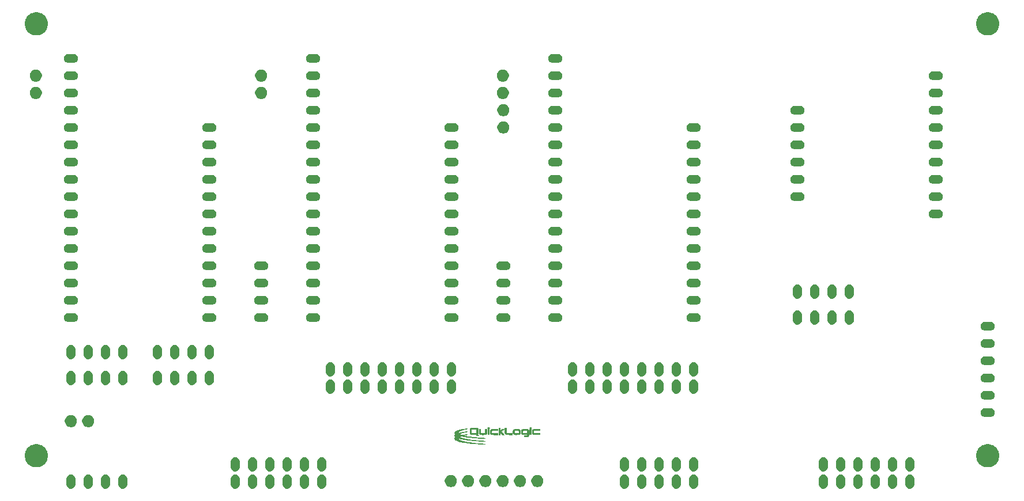
<source format=gbr>
G04 #@! TF.GenerationSoftware,KiCad,Pcbnew,(5.1.5)-3*
G04 #@! TF.CreationDate,2020-11-10T19:03:26-08:00*
G04 #@! TF.ProjectId,quickfeather-expansion-board-duo,71756963-6b66-4656-9174-6865722d6578,rev?*
G04 #@! TF.SameCoordinates,Original*
G04 #@! TF.FileFunction,Soldermask,Top*
G04 #@! TF.FilePolarity,Negative*
%FSLAX46Y46*%
G04 Gerber Fmt 4.6, Leading zero omitted, Abs format (unit mm)*
G04 Created by KiCad (PCBNEW (5.1.5)-3) date 2020-11-10 19:03:26*
%MOMM*%
%LPD*%
G04 APERTURE LIST*
%ADD10C,0.010000*%
%ADD11C,0.100000*%
G04 APERTURE END LIST*
D10*
G36*
X118321065Y-99962182D02*
G01*
X118354089Y-99981685D01*
X118379181Y-100007982D01*
X118394369Y-100038873D01*
X118397683Y-100072157D01*
X118387149Y-100105633D01*
X118360798Y-100137101D01*
X118352729Y-100143502D01*
X118323101Y-100156863D01*
X118283224Y-100164121D01*
X118240828Y-100164724D01*
X118203640Y-100158120D01*
X118194923Y-100154774D01*
X118160417Y-100129490D01*
X118139632Y-100092704D01*
X118134223Y-100057017D01*
X118140952Y-100016846D01*
X118162397Y-99986649D01*
X118194115Y-99966449D01*
X118239107Y-99952364D01*
X118282081Y-99951675D01*
X118321065Y-99962182D01*
G37*
X118321065Y-99962182D02*
X118354089Y-99981685D01*
X118379181Y-100007982D01*
X118394369Y-100038873D01*
X118397683Y-100072157D01*
X118387149Y-100105633D01*
X118360798Y-100137101D01*
X118352729Y-100143502D01*
X118323101Y-100156863D01*
X118283224Y-100164121D01*
X118240828Y-100164724D01*
X118203640Y-100158120D01*
X118194923Y-100154774D01*
X118160417Y-100129490D01*
X118139632Y-100092704D01*
X118134223Y-100057017D01*
X118140952Y-100016846D01*
X118162397Y-99986649D01*
X118194115Y-99966449D01*
X118239107Y-99952364D01*
X118282081Y-99951675D01*
X118321065Y-99962182D01*
G36*
X112147699Y-99958423D02*
G01*
X112163173Y-99963924D01*
X112202197Y-99988321D01*
X112225593Y-100022539D01*
X112232678Y-100048540D01*
X112230427Y-100086241D01*
X112212948Y-100118720D01*
X112183497Y-100144264D01*
X112145331Y-100161158D01*
X112101707Y-100167688D01*
X112055881Y-100162142D01*
X112032374Y-100153964D01*
X112006810Y-100138261D01*
X111987689Y-100119313D01*
X111975847Y-100089200D01*
X111973101Y-100051752D01*
X111979449Y-100016102D01*
X111987711Y-99999248D01*
X112016408Y-99973390D01*
X112056323Y-99957225D01*
X112101929Y-99951865D01*
X112147699Y-99958423D01*
G37*
X112147699Y-99958423D02*
X112163173Y-99963924D01*
X112202197Y-99988321D01*
X112225593Y-100022539D01*
X112232678Y-100048540D01*
X112230427Y-100086241D01*
X112212948Y-100118720D01*
X112183497Y-100144264D01*
X112145331Y-100161158D01*
X112101707Y-100167688D01*
X112055881Y-100162142D01*
X112032374Y-100153964D01*
X112006810Y-100138261D01*
X111987689Y-100119313D01*
X111975847Y-100089200D01*
X111973101Y-100051752D01*
X111979449Y-100016102D01*
X111987711Y-99999248D01*
X112016408Y-99973390D01*
X112056323Y-99957225D01*
X112101929Y-99951865D01*
X112147699Y-99958423D01*
G36*
X118258871Y-100244785D02*
G01*
X118364704Y-100247444D01*
X118367160Y-100635500D01*
X118369617Y-101023556D01*
X118153037Y-101023556D01*
X118153037Y-100242125D01*
X118258871Y-100244785D01*
G37*
X118258871Y-100244785D02*
X118364704Y-100247444D01*
X118367160Y-100635500D01*
X118369617Y-101023556D01*
X118153037Y-101023556D01*
X118153037Y-100242125D01*
X118258871Y-100244785D01*
G36*
X112198149Y-101023556D02*
G01*
X111991186Y-101023556D01*
X111991186Y-100242741D01*
X112198149Y-100242741D01*
X112198149Y-101023556D01*
G37*
X112198149Y-101023556D02*
X111991186Y-101023556D01*
X111991186Y-100242741D01*
X112198149Y-100242741D01*
X112198149Y-101023556D01*
G36*
X119639408Y-100412074D02*
G01*
X119234351Y-100412074D01*
X119114060Y-100412348D01*
X119012237Y-100413168D01*
X118928946Y-100414534D01*
X118864253Y-100416443D01*
X118818223Y-100418894D01*
X118790919Y-100421886D01*
X118787197Y-100422674D01*
X118762567Y-100429981D01*
X118744524Y-100439526D01*
X118732054Y-100454101D01*
X118724143Y-100476496D01*
X118719775Y-100509501D01*
X118717938Y-100555906D01*
X118717610Y-100614075D01*
X118718030Y-100665425D01*
X118719098Y-100711472D01*
X118720671Y-100748275D01*
X118722607Y-100771891D01*
X118723510Y-100776988D01*
X118735448Y-100796096D01*
X118756694Y-100813501D01*
X118758659Y-100814618D01*
X118767337Y-100818492D01*
X118779139Y-100821754D01*
X118795775Y-100824481D01*
X118818950Y-100826751D01*
X118850374Y-100828643D01*
X118891754Y-100830236D01*
X118944798Y-100831608D01*
X119011214Y-100832836D01*
X119092709Y-100834001D01*
X119190992Y-100835179D01*
X119211371Y-100835407D01*
X119634704Y-100840111D01*
X119634704Y-101028259D01*
X119249000Y-101029253D01*
X119164541Y-101029385D01*
X119085095Y-101029346D01*
X119012827Y-101029148D01*
X118949900Y-101028805D01*
X118898478Y-101028330D01*
X118860723Y-101027736D01*
X118838799Y-101027036D01*
X118835074Y-101026746D01*
X118755429Y-101014990D01*
X118691813Y-101001040D01*
X118641484Y-100983907D01*
X118601695Y-100962607D01*
X118569702Y-100936153D01*
X118562891Y-100928942D01*
X118546825Y-100909837D01*
X118534324Y-100890625D01*
X118524990Y-100868746D01*
X118518425Y-100841645D01*
X118514230Y-100806764D01*
X118512008Y-100761546D01*
X118511360Y-100703432D01*
X118511889Y-100629867D01*
X118512230Y-100603473D01*
X118515223Y-100385649D01*
X118544573Y-100344769D01*
X118582237Y-100306203D01*
X118633975Y-100273219D01*
X118695335Y-100248120D01*
X118759815Y-100233486D01*
X118783313Y-100231517D01*
X118823275Y-100229685D01*
X118877350Y-100228034D01*
X118943188Y-100226613D01*
X119018437Y-100225467D01*
X119100747Y-100224643D01*
X119187768Y-100224187D01*
X119232537Y-100224112D01*
X119639408Y-100223926D01*
X119639408Y-100412074D01*
G37*
X119639408Y-100412074D02*
X119234351Y-100412074D01*
X119114060Y-100412348D01*
X119012237Y-100413168D01*
X118928946Y-100414534D01*
X118864253Y-100416443D01*
X118818223Y-100418894D01*
X118790919Y-100421886D01*
X118787197Y-100422674D01*
X118762567Y-100429981D01*
X118744524Y-100439526D01*
X118732054Y-100454101D01*
X118724143Y-100476496D01*
X118719775Y-100509501D01*
X118717938Y-100555906D01*
X118717610Y-100614075D01*
X118718030Y-100665425D01*
X118719098Y-100711472D01*
X118720671Y-100748275D01*
X118722607Y-100771891D01*
X118723510Y-100776988D01*
X118735448Y-100796096D01*
X118756694Y-100813501D01*
X118758659Y-100814618D01*
X118767337Y-100818492D01*
X118779139Y-100821754D01*
X118795775Y-100824481D01*
X118818950Y-100826751D01*
X118850374Y-100828643D01*
X118891754Y-100830236D01*
X118944798Y-100831608D01*
X119011214Y-100832836D01*
X119092709Y-100834001D01*
X119190992Y-100835179D01*
X119211371Y-100835407D01*
X119634704Y-100840111D01*
X119634704Y-101028259D01*
X119249000Y-101029253D01*
X119164541Y-101029385D01*
X119085095Y-101029346D01*
X119012827Y-101029148D01*
X118949900Y-101028805D01*
X118898478Y-101028330D01*
X118860723Y-101027736D01*
X118838799Y-101027036D01*
X118835074Y-101026746D01*
X118755429Y-101014990D01*
X118691813Y-101001040D01*
X118641484Y-100983907D01*
X118601695Y-100962607D01*
X118569702Y-100936153D01*
X118562891Y-100928942D01*
X118546825Y-100909837D01*
X118534324Y-100890625D01*
X118524990Y-100868746D01*
X118518425Y-100841645D01*
X118514230Y-100806764D01*
X118512008Y-100761546D01*
X118511360Y-100703432D01*
X118511889Y-100629867D01*
X118512230Y-100603473D01*
X118515223Y-100385649D01*
X118544573Y-100344769D01*
X118582237Y-100306203D01*
X118633975Y-100273219D01*
X118695335Y-100248120D01*
X118759815Y-100233486D01*
X118783313Y-100231517D01*
X118823275Y-100229685D01*
X118877350Y-100228034D01*
X118943188Y-100226613D01*
X119018437Y-100225467D01*
X119100747Y-100224643D01*
X119187768Y-100224187D01*
X119232537Y-100224112D01*
X119639408Y-100223926D01*
X119639408Y-100412074D01*
G36*
X116341070Y-100225295D02*
G01*
X116404408Y-100227115D01*
X116458359Y-100229855D01*
X116498896Y-100233515D01*
X116502617Y-100234009D01*
X116584327Y-100251847D01*
X116651516Y-100280447D01*
X116703742Y-100319504D01*
X116740559Y-100368714D01*
X116756954Y-100409129D01*
X116762613Y-100439240D01*
X116766672Y-100482586D01*
X116769190Y-100535542D01*
X116770223Y-100594482D01*
X116769828Y-100655783D01*
X116768065Y-100715818D01*
X116764989Y-100770961D01*
X116760658Y-100817589D01*
X116755131Y-100852075D01*
X116749661Y-100868905D01*
X116710940Y-100920230D01*
X116656260Y-100962899D01*
X116586734Y-100996170D01*
X116535742Y-101011987D01*
X116511708Y-101015804D01*
X116472403Y-101019389D01*
X116421369Y-101022641D01*
X116362149Y-101025456D01*
X116298285Y-101027732D01*
X116233322Y-101029367D01*
X116170801Y-101030258D01*
X116114266Y-101030301D01*
X116067258Y-101029395D01*
X116033322Y-101027437D01*
X116026963Y-101026728D01*
X115930348Y-101008497D01*
X115849675Y-100981132D01*
X115785133Y-100944733D01*
X115736914Y-100899400D01*
X115712275Y-100861017D01*
X115703847Y-100843316D01*
X115697667Y-100826850D01*
X115693385Y-100808371D01*
X115690656Y-100784634D01*
X115689130Y-100752394D01*
X115688460Y-100708405D01*
X115688299Y-100649421D01*
X115688297Y-100637188D01*
X115688355Y-100629495D01*
X115904667Y-100629495D01*
X115905083Y-100689444D01*
X115907161Y-100733561D01*
X115912148Y-100764822D01*
X115921293Y-100786207D01*
X115935841Y-100800692D01*
X115957040Y-100811256D01*
X115984630Y-100820419D01*
X116004835Y-100825308D01*
X116030526Y-100828903D01*
X116064320Y-100831325D01*
X116108831Y-100832698D01*
X116166677Y-100833143D01*
X116240472Y-100832783D01*
X116248037Y-100832715D01*
X116317890Y-100831967D01*
X116371632Y-100831026D01*
X116411966Y-100829651D01*
X116441595Y-100827601D01*
X116463223Y-100824635D01*
X116479554Y-100820512D01*
X116493290Y-100814989D01*
X116503229Y-100809938D01*
X116527816Y-100794317D01*
X116544652Y-100779080D01*
X116547914Y-100773891D01*
X116549981Y-100759429D01*
X116551728Y-100729897D01*
X116553015Y-100689038D01*
X116553702Y-100640597D01*
X116553778Y-100617840D01*
X116553627Y-100563323D01*
X116552889Y-100524360D01*
X116551134Y-100497691D01*
X116547932Y-100480055D01*
X116542855Y-100468192D01*
X116535473Y-100458841D01*
X116532434Y-100455727D01*
X116512665Y-100440971D01*
X116485143Y-100429643D01*
X116447886Y-100421489D01*
X116398909Y-100416252D01*
X116336231Y-100413679D01*
X116257867Y-100413515D01*
X116209972Y-100414303D01*
X116140163Y-100416118D01*
X116086260Y-100418394D01*
X116045353Y-100421386D01*
X116014535Y-100425354D01*
X115990896Y-100430555D01*
X115977462Y-100434919D01*
X115951348Y-100445576D01*
X115932352Y-100457247D01*
X115919347Y-100472948D01*
X115911204Y-100495692D01*
X115906795Y-100528495D01*
X115904993Y-100574372D01*
X115904667Y-100629495D01*
X115688355Y-100629495D01*
X115688855Y-100563626D01*
X115690861Y-100505920D01*
X115694809Y-100461135D01*
X115701194Y-100426337D01*
X115710509Y-100398590D01*
X115723250Y-100374961D01*
X115735308Y-100358229D01*
X115780382Y-100314873D01*
X115840715Y-100278639D01*
X115913681Y-100250815D01*
X115989334Y-100233809D01*
X116024460Y-100230069D01*
X116074352Y-100227259D01*
X116134985Y-100225379D01*
X116202333Y-100224426D01*
X116272370Y-100224399D01*
X116341070Y-100225295D01*
G37*
X116341070Y-100225295D02*
X116404408Y-100227115D01*
X116458359Y-100229855D01*
X116498896Y-100233515D01*
X116502617Y-100234009D01*
X116584327Y-100251847D01*
X116651516Y-100280447D01*
X116703742Y-100319504D01*
X116740559Y-100368714D01*
X116756954Y-100409129D01*
X116762613Y-100439240D01*
X116766672Y-100482586D01*
X116769190Y-100535542D01*
X116770223Y-100594482D01*
X116769828Y-100655783D01*
X116768065Y-100715818D01*
X116764989Y-100770961D01*
X116760658Y-100817589D01*
X116755131Y-100852075D01*
X116749661Y-100868905D01*
X116710940Y-100920230D01*
X116656260Y-100962899D01*
X116586734Y-100996170D01*
X116535742Y-101011987D01*
X116511708Y-101015804D01*
X116472403Y-101019389D01*
X116421369Y-101022641D01*
X116362149Y-101025456D01*
X116298285Y-101027732D01*
X116233322Y-101029367D01*
X116170801Y-101030258D01*
X116114266Y-101030301D01*
X116067258Y-101029395D01*
X116033322Y-101027437D01*
X116026963Y-101026728D01*
X115930348Y-101008497D01*
X115849675Y-100981132D01*
X115785133Y-100944733D01*
X115736914Y-100899400D01*
X115712275Y-100861017D01*
X115703847Y-100843316D01*
X115697667Y-100826850D01*
X115693385Y-100808371D01*
X115690656Y-100784634D01*
X115689130Y-100752394D01*
X115688460Y-100708405D01*
X115688299Y-100649421D01*
X115688297Y-100637188D01*
X115688355Y-100629495D01*
X115904667Y-100629495D01*
X115905083Y-100689444D01*
X115907161Y-100733561D01*
X115912148Y-100764822D01*
X115921293Y-100786207D01*
X115935841Y-100800692D01*
X115957040Y-100811256D01*
X115984630Y-100820419D01*
X116004835Y-100825308D01*
X116030526Y-100828903D01*
X116064320Y-100831325D01*
X116108831Y-100832698D01*
X116166677Y-100833143D01*
X116240472Y-100832783D01*
X116248037Y-100832715D01*
X116317890Y-100831967D01*
X116371632Y-100831026D01*
X116411966Y-100829651D01*
X116441595Y-100827601D01*
X116463223Y-100824635D01*
X116479554Y-100820512D01*
X116493290Y-100814989D01*
X116503229Y-100809938D01*
X116527816Y-100794317D01*
X116544652Y-100779080D01*
X116547914Y-100773891D01*
X116549981Y-100759429D01*
X116551728Y-100729897D01*
X116553015Y-100689038D01*
X116553702Y-100640597D01*
X116553778Y-100617840D01*
X116553627Y-100563323D01*
X116552889Y-100524360D01*
X116551134Y-100497691D01*
X116547932Y-100480055D01*
X116542855Y-100468192D01*
X116535473Y-100458841D01*
X116532434Y-100455727D01*
X116512665Y-100440971D01*
X116485143Y-100429643D01*
X116447886Y-100421489D01*
X116398909Y-100416252D01*
X116336231Y-100413679D01*
X116257867Y-100413515D01*
X116209972Y-100414303D01*
X116140163Y-100416118D01*
X116086260Y-100418394D01*
X116045353Y-100421386D01*
X116014535Y-100425354D01*
X115990896Y-100430555D01*
X115977462Y-100434919D01*
X115951348Y-100445576D01*
X115932352Y-100457247D01*
X115919347Y-100472948D01*
X115911204Y-100495692D01*
X115906795Y-100528495D01*
X115904993Y-100574372D01*
X115904667Y-100629495D01*
X115688355Y-100629495D01*
X115688855Y-100563626D01*
X115690861Y-100505920D01*
X115694809Y-100461135D01*
X115701194Y-100426337D01*
X115710509Y-100398590D01*
X115723250Y-100374961D01*
X115735308Y-100358229D01*
X115780382Y-100314873D01*
X115840715Y-100278639D01*
X115913681Y-100250815D01*
X115989334Y-100233809D01*
X116024460Y-100230069D01*
X116074352Y-100227259D01*
X116134985Y-100225379D01*
X116202333Y-100224426D01*
X116272370Y-100224399D01*
X116341070Y-100225295D01*
G36*
X114728741Y-100761595D02*
G01*
X114754918Y-100787772D01*
X114768506Y-100799259D01*
X114785388Y-100808782D01*
X114807321Y-100816517D01*
X114836063Y-100822641D01*
X114873370Y-100827330D01*
X114921001Y-100830759D01*
X114980712Y-100833104D01*
X115054261Y-100834543D01*
X115143405Y-100835250D01*
X115230456Y-100835407D01*
X115556593Y-100835407D01*
X115556593Y-101032963D01*
X115243797Y-101031954D01*
X115134711Y-101031111D01*
X115037599Y-101029357D01*
X114954083Y-101026745D01*
X114885783Y-101023329D01*
X114834319Y-101019162D01*
X114825717Y-101018186D01*
X114739309Y-101003412D01*
X114668785Y-100981606D01*
X114612292Y-100952013D01*
X114567978Y-100913878D01*
X114566994Y-100912791D01*
X114552128Y-100895582D01*
X114539758Y-100878725D01*
X114529654Y-100860376D01*
X114521588Y-100838689D01*
X114515332Y-100811818D01*
X114510655Y-100777919D01*
X114507331Y-100735145D01*
X114505129Y-100681652D01*
X114503822Y-100615593D01*
X114503180Y-100535125D01*
X114502974Y-100438401D01*
X114502963Y-100396256D01*
X114502963Y-100016963D01*
X114728741Y-100016963D01*
X114728741Y-100761595D01*
G37*
X114728741Y-100761595D02*
X114754918Y-100787772D01*
X114768506Y-100799259D01*
X114785388Y-100808782D01*
X114807321Y-100816517D01*
X114836063Y-100822641D01*
X114873370Y-100827330D01*
X114921001Y-100830759D01*
X114980712Y-100833104D01*
X115054261Y-100834543D01*
X115143405Y-100835250D01*
X115230456Y-100835407D01*
X115556593Y-100835407D01*
X115556593Y-101032963D01*
X115243797Y-101031954D01*
X115134711Y-101031111D01*
X115037599Y-101029357D01*
X114954083Y-101026745D01*
X114885783Y-101023329D01*
X114834319Y-101019162D01*
X114825717Y-101018186D01*
X114739309Y-101003412D01*
X114668785Y-100981606D01*
X114612292Y-100952013D01*
X114567978Y-100913878D01*
X114566994Y-100912791D01*
X114552128Y-100895582D01*
X114539758Y-100878725D01*
X114529654Y-100860376D01*
X114521588Y-100838689D01*
X114515332Y-100811818D01*
X114510655Y-100777919D01*
X114507331Y-100735145D01*
X114505129Y-100681652D01*
X114503822Y-100615593D01*
X114503180Y-100535125D01*
X114502974Y-100438401D01*
X114502963Y-100396256D01*
X114502963Y-100016963D01*
X114728741Y-100016963D01*
X114728741Y-100761595D01*
G36*
X113816223Y-100501231D02*
G01*
X113969197Y-100348467D01*
X114122171Y-100195704D01*
X114384845Y-100195704D01*
X114178151Y-100397893D01*
X113971458Y-100600082D01*
X114187745Y-100816523D01*
X114404032Y-101032963D01*
X114122171Y-101032963D01*
X113969197Y-100880200D01*
X113816223Y-100727436D01*
X113816223Y-101032963D01*
X113599852Y-101032963D01*
X113599852Y-100016963D01*
X113816223Y-100016963D01*
X113816223Y-100501231D01*
G37*
X113816223Y-100501231D02*
X113969197Y-100348467D01*
X114122171Y-100195704D01*
X114384845Y-100195704D01*
X114178151Y-100397893D01*
X113971458Y-100600082D01*
X114187745Y-100816523D01*
X114404032Y-101032963D01*
X114122171Y-101032963D01*
X113969197Y-100880200D01*
X113816223Y-100727436D01*
X113816223Y-101032963D01*
X113599852Y-101032963D01*
X113599852Y-100016963D01*
X113816223Y-100016963D01*
X113816223Y-100501231D01*
G36*
X113468149Y-100412074D02*
G01*
X113065982Y-100412299D01*
X112979358Y-100412542D01*
X112897421Y-100413146D01*
X112822337Y-100414066D01*
X112756274Y-100415261D01*
X112701398Y-100416686D01*
X112659877Y-100418299D01*
X112633878Y-100420057D01*
X112627214Y-100421014D01*
X112604501Y-100426856D01*
X112587617Y-100434116D01*
X112575698Y-100445426D01*
X112567879Y-100463417D01*
X112563297Y-100490724D01*
X112561088Y-100529977D01*
X112560388Y-100583810D01*
X112560334Y-100624835D01*
X112560446Y-100687453D01*
X112561418Y-100733987D01*
X112564200Y-100767167D01*
X112569744Y-100789722D01*
X112579001Y-100804384D01*
X112592924Y-100813882D01*
X112612464Y-100820947D01*
X112630455Y-100826035D01*
X112647722Y-100828203D01*
X112682059Y-100830154D01*
X112731722Y-100831851D01*
X112794967Y-100833255D01*
X112870050Y-100834331D01*
X112955228Y-100835040D01*
X113048755Y-100835346D01*
X113065982Y-100835355D01*
X113468149Y-100835407D01*
X113468149Y-101032963D01*
X113084797Y-101031553D01*
X113000593Y-101031163D01*
X112921403Y-101030642D01*
X112849398Y-101030016D01*
X112786749Y-101029310D01*
X112735628Y-101028551D01*
X112698206Y-101027763D01*
X112676654Y-101026972D01*
X112673223Y-101026695D01*
X112589896Y-101014304D01*
X112522810Y-100998887D01*
X112469479Y-100979246D01*
X112427418Y-100954182D01*
X112394142Y-100922499D01*
X112367164Y-100882996D01*
X112364268Y-100877741D01*
X112357670Y-100864476D01*
X112352676Y-100850568D01*
X112349065Y-100833289D01*
X112346614Y-100809909D01*
X112345101Y-100777701D01*
X112344304Y-100733935D01*
X112344001Y-100675883D01*
X112343963Y-100628444D01*
X112344048Y-100559652D01*
X112344463Y-100506868D01*
X112345448Y-100467288D01*
X112347246Y-100438107D01*
X112350096Y-100416518D01*
X112354239Y-100399718D01*
X112359917Y-100384900D01*
X112365975Y-100372081D01*
X112396908Y-100324961D01*
X112439497Y-100287890D01*
X112496592Y-100258579D01*
X112516542Y-100251108D01*
X112531476Y-100246027D01*
X112545889Y-100241783D01*
X112561590Y-100238287D01*
X112580387Y-100235450D01*
X112604090Y-100233180D01*
X112634507Y-100231388D01*
X112673446Y-100229984D01*
X112722717Y-100228878D01*
X112784127Y-100227981D01*
X112859486Y-100227202D01*
X112950601Y-100226452D01*
X113023649Y-100225904D01*
X113468149Y-100222616D01*
X113468149Y-100412074D01*
G37*
X113468149Y-100412074D02*
X113065982Y-100412299D01*
X112979358Y-100412542D01*
X112897421Y-100413146D01*
X112822337Y-100414066D01*
X112756274Y-100415261D01*
X112701398Y-100416686D01*
X112659877Y-100418299D01*
X112633878Y-100420057D01*
X112627214Y-100421014D01*
X112604501Y-100426856D01*
X112587617Y-100434116D01*
X112575698Y-100445426D01*
X112567879Y-100463417D01*
X112563297Y-100490724D01*
X112561088Y-100529977D01*
X112560388Y-100583810D01*
X112560334Y-100624835D01*
X112560446Y-100687453D01*
X112561418Y-100733987D01*
X112564200Y-100767167D01*
X112569744Y-100789722D01*
X112579001Y-100804384D01*
X112592924Y-100813882D01*
X112612464Y-100820947D01*
X112630455Y-100826035D01*
X112647722Y-100828203D01*
X112682059Y-100830154D01*
X112731722Y-100831851D01*
X112794967Y-100833255D01*
X112870050Y-100834331D01*
X112955228Y-100835040D01*
X113048755Y-100835346D01*
X113065982Y-100835355D01*
X113468149Y-100835407D01*
X113468149Y-101032963D01*
X113084797Y-101031553D01*
X113000593Y-101031163D01*
X112921403Y-101030642D01*
X112849398Y-101030016D01*
X112786749Y-101029310D01*
X112735628Y-101028551D01*
X112698206Y-101027763D01*
X112676654Y-101026972D01*
X112673223Y-101026695D01*
X112589896Y-101014304D01*
X112522810Y-100998887D01*
X112469479Y-100979246D01*
X112427418Y-100954182D01*
X112394142Y-100922499D01*
X112367164Y-100882996D01*
X112364268Y-100877741D01*
X112357670Y-100864476D01*
X112352676Y-100850568D01*
X112349065Y-100833289D01*
X112346614Y-100809909D01*
X112345101Y-100777701D01*
X112344304Y-100733935D01*
X112344001Y-100675883D01*
X112343963Y-100628444D01*
X112344048Y-100559652D01*
X112344463Y-100506868D01*
X112345448Y-100467288D01*
X112347246Y-100438107D01*
X112350096Y-100416518D01*
X112354239Y-100399718D01*
X112359917Y-100384900D01*
X112365975Y-100372081D01*
X112396908Y-100324961D01*
X112439497Y-100287890D01*
X112496592Y-100258579D01*
X112516542Y-100251108D01*
X112531476Y-100246027D01*
X112545889Y-100241783D01*
X112561590Y-100238287D01*
X112580387Y-100235450D01*
X112604090Y-100233180D01*
X112634507Y-100231388D01*
X112673446Y-100229984D01*
X112722717Y-100228878D01*
X112784127Y-100227981D01*
X112859486Y-100227202D01*
X112950601Y-100226452D01*
X113023649Y-100225904D01*
X113468149Y-100222616D01*
X113468149Y-100412074D01*
G36*
X110946963Y-100504690D02*
G01*
X110947044Y-100585345D01*
X110947362Y-100649262D01*
X110948033Y-100698516D01*
X110949173Y-100735185D01*
X110950897Y-100761345D01*
X110953322Y-100779071D01*
X110956562Y-100790440D01*
X110960734Y-100797528D01*
X110963426Y-100800317D01*
X110978155Y-100810854D01*
X110997758Y-100819168D01*
X111024288Y-100825455D01*
X111059796Y-100829912D01*
X111106336Y-100832736D01*
X111165958Y-100834123D01*
X111240717Y-100834271D01*
X111311108Y-100833649D01*
X111385811Y-100832682D01*
X111444065Y-100831655D01*
X111488232Y-100830370D01*
X111520676Y-100828629D01*
X111543763Y-100826235D01*
X111559855Y-100822991D01*
X111571316Y-100818698D01*
X111580511Y-100813160D01*
X111583649Y-100810878D01*
X111610186Y-100791053D01*
X111612675Y-100507490D01*
X111615165Y-100223926D01*
X111831260Y-100223926D01*
X111831053Y-100532019D01*
X111830915Y-100617437D01*
X111830554Y-100686177D01*
X111829864Y-100740378D01*
X111828735Y-100782176D01*
X111827061Y-100813709D01*
X111824733Y-100837113D01*
X111821644Y-100854527D01*
X111817685Y-100868086D01*
X111813577Y-100878130D01*
X111785943Y-100922395D01*
X111746434Y-100957915D01*
X111693471Y-100985538D01*
X111625478Y-101006111D01*
X111551305Y-101019146D01*
X111500030Y-101024202D01*
X111435070Y-101027947D01*
X111361226Y-101030351D01*
X111283299Y-101031381D01*
X111206089Y-101031009D01*
X111134396Y-101029201D01*
X111073019Y-101025929D01*
X111036334Y-101022456D01*
X110947417Y-101005950D01*
X110872726Y-100980359D01*
X110813082Y-100946123D01*
X110769307Y-100903679D01*
X110748337Y-100868858D01*
X110743507Y-100856780D01*
X110739657Y-100842686D01*
X110736674Y-100824417D01*
X110734448Y-100799813D01*
X110732867Y-100766716D01*
X110731822Y-100722967D01*
X110731201Y-100666405D01*
X110730893Y-100594872D01*
X110730800Y-100527315D01*
X110730593Y-100223926D01*
X110946963Y-100223926D01*
X110946963Y-100504690D01*
G37*
X110946963Y-100504690D02*
X110947044Y-100585345D01*
X110947362Y-100649262D01*
X110948033Y-100698516D01*
X110949173Y-100735185D01*
X110950897Y-100761345D01*
X110953322Y-100779071D01*
X110956562Y-100790440D01*
X110960734Y-100797528D01*
X110963426Y-100800317D01*
X110978155Y-100810854D01*
X110997758Y-100819168D01*
X111024288Y-100825455D01*
X111059796Y-100829912D01*
X111106336Y-100832736D01*
X111165958Y-100834123D01*
X111240717Y-100834271D01*
X111311108Y-100833649D01*
X111385811Y-100832682D01*
X111444065Y-100831655D01*
X111488232Y-100830370D01*
X111520676Y-100828629D01*
X111543763Y-100826235D01*
X111559855Y-100822991D01*
X111571316Y-100818698D01*
X111580511Y-100813160D01*
X111583649Y-100810878D01*
X111610186Y-100791053D01*
X111612675Y-100507490D01*
X111615165Y-100223926D01*
X111831260Y-100223926D01*
X111831053Y-100532019D01*
X111830915Y-100617437D01*
X111830554Y-100686177D01*
X111829864Y-100740378D01*
X111828735Y-100782176D01*
X111827061Y-100813709D01*
X111824733Y-100837113D01*
X111821644Y-100854527D01*
X111817685Y-100868086D01*
X111813577Y-100878130D01*
X111785943Y-100922395D01*
X111746434Y-100957915D01*
X111693471Y-100985538D01*
X111625478Y-101006111D01*
X111551305Y-101019146D01*
X111500030Y-101024202D01*
X111435070Y-101027947D01*
X111361226Y-101030351D01*
X111283299Y-101031381D01*
X111206089Y-101031009D01*
X111134396Y-101029201D01*
X111073019Y-101025929D01*
X111036334Y-101022456D01*
X110947417Y-101005950D01*
X110872726Y-100980359D01*
X110813082Y-100946123D01*
X110769307Y-100903679D01*
X110748337Y-100868858D01*
X110743507Y-100856780D01*
X110739657Y-100842686D01*
X110736674Y-100824417D01*
X110734448Y-100799813D01*
X110732867Y-100766716D01*
X110731822Y-100722967D01*
X110731201Y-100666405D01*
X110730893Y-100594872D01*
X110730800Y-100527315D01*
X110730593Y-100223926D01*
X110946963Y-100223926D01*
X110946963Y-100504690D01*
G36*
X110048556Y-100020001D02*
G01*
X110149751Y-100022506D01*
X110234226Y-100026253D01*
X110304060Y-100031683D01*
X110361331Y-100039236D01*
X110408117Y-100049352D01*
X110446497Y-100062473D01*
X110478549Y-100079038D01*
X110506351Y-100099487D01*
X110529831Y-100121972D01*
X110545589Y-100139253D01*
X110558297Y-100155805D01*
X110568284Y-100173809D01*
X110575876Y-100195447D01*
X110581401Y-100222902D01*
X110585187Y-100258355D01*
X110587561Y-100303989D01*
X110588849Y-100361985D01*
X110589381Y-100434526D01*
X110589482Y-100519561D01*
X110589482Y-100812898D01*
X110564693Y-100862644D01*
X110540425Y-100901072D01*
X110511175Y-100932671D01*
X110503466Y-100938784D01*
X110467030Y-100965179D01*
X110669314Y-101155259D01*
X110514157Y-101155069D01*
X110359000Y-101154878D01*
X110288445Y-101089627D01*
X110217889Y-101024375D01*
X109978000Y-101023899D01*
X109863288Y-101022591D01*
X109765510Y-101018908D01*
X109682894Y-101012475D01*
X109613666Y-101002916D01*
X109556052Y-100989855D01*
X109508279Y-100972918D01*
X109468574Y-100951728D01*
X109435163Y-100925910D01*
X109414257Y-100904527D01*
X109398820Y-100886105D01*
X109386379Y-100868087D01*
X109376636Y-100848288D01*
X109369297Y-100824524D01*
X109364065Y-100794613D01*
X109360643Y-100756369D01*
X109358735Y-100707608D01*
X109358044Y-100646148D01*
X109358275Y-100569803D01*
X109358725Y-100518828D01*
X109582889Y-100518828D01*
X109583144Y-100600087D01*
X109583958Y-100664172D01*
X109585405Y-100712718D01*
X109587559Y-100747361D01*
X109590493Y-100769733D01*
X109594281Y-100781471D01*
X109594773Y-100782211D01*
X109604745Y-100793616D01*
X109617570Y-100802850D01*
X109635155Y-100810116D01*
X109659411Y-100815618D01*
X109692247Y-100819558D01*
X109735571Y-100822141D01*
X109791295Y-100823570D01*
X109861326Y-100824048D01*
X109947574Y-100823778D01*
X109982704Y-100823539D01*
X110066584Y-100822846D01*
X110133823Y-100822061D01*
X110186592Y-100821049D01*
X110227066Y-100819675D01*
X110257416Y-100817804D01*
X110279815Y-100815301D01*
X110296437Y-100812030D01*
X110309454Y-100807857D01*
X110321040Y-100802647D01*
X110321371Y-100802482D01*
X110359000Y-100783667D01*
X110361502Y-100528115D01*
X110364004Y-100272564D01*
X110339954Y-100253646D01*
X110323238Y-100242787D01*
X110302227Y-100234058D01*
X110274870Y-100227247D01*
X110239120Y-100222142D01*
X110192930Y-100218529D01*
X110134251Y-100216196D01*
X110061035Y-100214931D01*
X109971234Y-100214521D01*
X109962888Y-100214519D01*
X109873989Y-100214825D01*
X109801840Y-100215894D01*
X109744384Y-100217947D01*
X109699563Y-100221205D01*
X109665322Y-100225892D01*
X109639603Y-100232229D01*
X109620348Y-100240438D01*
X109605501Y-100250742D01*
X109602492Y-100253433D01*
X109596574Y-100259662D01*
X109591984Y-100267502D01*
X109588554Y-100279232D01*
X109586115Y-100297134D01*
X109584499Y-100323488D01*
X109583537Y-100360575D01*
X109583061Y-100410677D01*
X109582902Y-100476073D01*
X109582889Y-100518828D01*
X109358725Y-100518828D01*
X109358921Y-100496741D01*
X109359792Y-100415473D01*
X109360692Y-100350769D01*
X109361788Y-100300378D01*
X109363244Y-100262051D01*
X109365227Y-100233536D01*
X109367900Y-100212583D01*
X109371430Y-100196941D01*
X109375981Y-100184360D01*
X109381720Y-100172591D01*
X109382895Y-100170378D01*
X109406349Y-100134886D01*
X109436684Y-100104768D01*
X109475247Y-100079722D01*
X109523385Y-100059443D01*
X109582443Y-100043626D01*
X109653769Y-100031968D01*
X109738710Y-100024164D01*
X109838612Y-100019911D01*
X109954822Y-100018903D01*
X110048556Y-100020001D01*
G37*
X110048556Y-100020001D02*
X110149751Y-100022506D01*
X110234226Y-100026253D01*
X110304060Y-100031683D01*
X110361331Y-100039236D01*
X110408117Y-100049352D01*
X110446497Y-100062473D01*
X110478549Y-100079038D01*
X110506351Y-100099487D01*
X110529831Y-100121972D01*
X110545589Y-100139253D01*
X110558297Y-100155805D01*
X110568284Y-100173809D01*
X110575876Y-100195447D01*
X110581401Y-100222902D01*
X110585187Y-100258355D01*
X110587561Y-100303989D01*
X110588849Y-100361985D01*
X110589381Y-100434526D01*
X110589482Y-100519561D01*
X110589482Y-100812898D01*
X110564693Y-100862644D01*
X110540425Y-100901072D01*
X110511175Y-100932671D01*
X110503466Y-100938784D01*
X110467030Y-100965179D01*
X110669314Y-101155259D01*
X110514157Y-101155069D01*
X110359000Y-101154878D01*
X110288445Y-101089627D01*
X110217889Y-101024375D01*
X109978000Y-101023899D01*
X109863288Y-101022591D01*
X109765510Y-101018908D01*
X109682894Y-101012475D01*
X109613666Y-101002916D01*
X109556052Y-100989855D01*
X109508279Y-100972918D01*
X109468574Y-100951728D01*
X109435163Y-100925910D01*
X109414257Y-100904527D01*
X109398820Y-100886105D01*
X109386379Y-100868087D01*
X109376636Y-100848288D01*
X109369297Y-100824524D01*
X109364065Y-100794613D01*
X109360643Y-100756369D01*
X109358735Y-100707608D01*
X109358044Y-100646148D01*
X109358275Y-100569803D01*
X109358725Y-100518828D01*
X109582889Y-100518828D01*
X109583144Y-100600087D01*
X109583958Y-100664172D01*
X109585405Y-100712718D01*
X109587559Y-100747361D01*
X109590493Y-100769733D01*
X109594281Y-100781471D01*
X109594773Y-100782211D01*
X109604745Y-100793616D01*
X109617570Y-100802850D01*
X109635155Y-100810116D01*
X109659411Y-100815618D01*
X109692247Y-100819558D01*
X109735571Y-100822141D01*
X109791295Y-100823570D01*
X109861326Y-100824048D01*
X109947574Y-100823778D01*
X109982704Y-100823539D01*
X110066584Y-100822846D01*
X110133823Y-100822061D01*
X110186592Y-100821049D01*
X110227066Y-100819675D01*
X110257416Y-100817804D01*
X110279815Y-100815301D01*
X110296437Y-100812030D01*
X110309454Y-100807857D01*
X110321040Y-100802647D01*
X110321371Y-100802482D01*
X110359000Y-100783667D01*
X110361502Y-100528115D01*
X110364004Y-100272564D01*
X110339954Y-100253646D01*
X110323238Y-100242787D01*
X110302227Y-100234058D01*
X110274870Y-100227247D01*
X110239120Y-100222142D01*
X110192930Y-100218529D01*
X110134251Y-100216196D01*
X110061035Y-100214931D01*
X109971234Y-100214521D01*
X109962888Y-100214519D01*
X109873989Y-100214825D01*
X109801840Y-100215894D01*
X109744384Y-100217947D01*
X109699563Y-100221205D01*
X109665322Y-100225892D01*
X109639603Y-100232229D01*
X109620348Y-100240438D01*
X109605501Y-100250742D01*
X109602492Y-100253433D01*
X109596574Y-100259662D01*
X109591984Y-100267502D01*
X109588554Y-100279232D01*
X109586115Y-100297134D01*
X109584499Y-100323488D01*
X109583537Y-100360575D01*
X109583061Y-100410677D01*
X109582902Y-100476073D01*
X109582889Y-100518828D01*
X109358725Y-100518828D01*
X109358921Y-100496741D01*
X109359792Y-100415473D01*
X109360692Y-100350769D01*
X109361788Y-100300378D01*
X109363244Y-100262051D01*
X109365227Y-100233536D01*
X109367900Y-100212583D01*
X109371430Y-100196941D01*
X109375981Y-100184360D01*
X109381720Y-100172591D01*
X109382895Y-100170378D01*
X109406349Y-100134886D01*
X109436684Y-100104768D01*
X109475247Y-100079722D01*
X109523385Y-100059443D01*
X109582443Y-100043626D01*
X109653769Y-100031968D01*
X109738710Y-100024164D01*
X109838612Y-100019911D01*
X109954822Y-100018903D01*
X110048556Y-100020001D01*
G36*
X117502357Y-100226310D02*
G01*
X117507071Y-100226421D01*
X117587407Y-100228877D01*
X117652289Y-100232310D01*
X117705074Y-100237228D01*
X117749116Y-100244140D01*
X117787770Y-100253553D01*
X117824393Y-100265975D01*
X117856593Y-100279352D01*
X117908232Y-100309967D01*
X117953902Y-100351484D01*
X117986610Y-100397072D01*
X117992194Y-100408091D01*
X117996664Y-100419455D01*
X118000140Y-100433277D01*
X118002744Y-100451672D01*
X118004597Y-100476756D01*
X118005821Y-100510643D01*
X118006536Y-100555448D01*
X118006863Y-100613285D01*
X118006924Y-100686269D01*
X118006869Y-100750741D01*
X118006542Y-100847482D01*
X118005621Y-100927618D01*
X118003845Y-100993354D01*
X118000948Y-101046898D01*
X117996667Y-101090455D01*
X117990739Y-101126231D01*
X117982900Y-101156434D01*
X117972887Y-101183269D01*
X117960435Y-101208943D01*
X117949871Y-101227848D01*
X117927905Y-101260604D01*
X117902571Y-101286899D01*
X117871589Y-101307481D01*
X117832679Y-101323097D01*
X117783565Y-101334495D01*
X117721965Y-101342422D01*
X117645602Y-101347626D01*
X117576834Y-101350203D01*
X117391037Y-101355536D01*
X117391037Y-101176283D01*
X117543908Y-101172302D01*
X117614949Y-101169692D01*
X117669565Y-101165308D01*
X117710132Y-101158065D01*
X117739028Y-101146877D01*
X117758629Y-101130657D01*
X117771312Y-101108320D01*
X117779454Y-101078780D01*
X117782174Y-101063451D01*
X117788205Y-101025731D01*
X117497899Y-101021137D01*
X117410112Y-101019557D01*
X117338934Y-101017797D01*
X117282158Y-101015727D01*
X117237578Y-101013218D01*
X117202990Y-101010142D01*
X117176185Y-101006369D01*
X117154959Y-101001770D01*
X117151737Y-101000895D01*
X117077193Y-100976116D01*
X117019621Y-100948077D01*
X116978661Y-100917240D01*
X116958153Y-100896670D01*
X116942682Y-100877564D01*
X116931474Y-100856837D01*
X116923754Y-100831405D01*
X116918749Y-100798181D01*
X116915684Y-100754081D01*
X116913784Y-100696018D01*
X116912922Y-100655272D01*
X116912530Y-100624376D01*
X117127630Y-100624376D01*
X117127797Y-100681484D01*
X117128520Y-100722798D01*
X117130138Y-100751336D01*
X117132987Y-100770117D01*
X117137402Y-100782159D01*
X117143722Y-100790482D01*
X117146439Y-100793069D01*
X117161407Y-100804309D01*
X117180255Y-100813368D01*
X117205020Y-100820474D01*
X117237739Y-100825855D01*
X117280452Y-100829738D01*
X117335195Y-100832349D01*
X117404007Y-100833916D01*
X117488925Y-100834666D01*
X117520389Y-100834772D01*
X117786149Y-100835407D01*
X117786149Y-100653115D01*
X117786141Y-100588296D01*
X117785572Y-100539610D01*
X117783628Y-100504373D01*
X117779491Y-100479904D01*
X117772345Y-100463522D01*
X117761374Y-100452546D01*
X117745761Y-100444293D01*
X117724691Y-100436082D01*
X117719485Y-100434107D01*
X117694914Y-100428419D01*
X117655077Y-100423444D01*
X117603514Y-100419270D01*
X117543763Y-100415986D01*
X117479364Y-100413683D01*
X117413854Y-100412448D01*
X117350774Y-100412370D01*
X117293662Y-100413538D01*
X117246057Y-100416042D01*
X117211498Y-100419970D01*
X117205313Y-100421185D01*
X117178733Y-100427935D01*
X117159024Y-100436405D01*
X117145160Y-100449276D01*
X117136117Y-100469227D01*
X117130869Y-100498941D01*
X117128393Y-100541097D01*
X117127663Y-100598376D01*
X117127630Y-100624376D01*
X116912530Y-100624376D01*
X116911915Y-100575925D01*
X116912653Y-100512672D01*
X116915655Y-100462831D01*
X116921439Y-100423721D01*
X116930524Y-100392663D01*
X116943426Y-100366974D01*
X116960664Y-100343973D01*
X116976275Y-100327348D01*
X117010168Y-100298317D01*
X117049401Y-100274688D01*
X117095856Y-100256103D01*
X117151415Y-100242204D01*
X117217962Y-100232633D01*
X117297379Y-100227033D01*
X117391550Y-100225044D01*
X117502357Y-100226310D01*
G37*
X117502357Y-100226310D02*
X117507071Y-100226421D01*
X117587407Y-100228877D01*
X117652289Y-100232310D01*
X117705074Y-100237228D01*
X117749116Y-100244140D01*
X117787770Y-100253553D01*
X117824393Y-100265975D01*
X117856593Y-100279352D01*
X117908232Y-100309967D01*
X117953902Y-100351484D01*
X117986610Y-100397072D01*
X117992194Y-100408091D01*
X117996664Y-100419455D01*
X118000140Y-100433277D01*
X118002744Y-100451672D01*
X118004597Y-100476756D01*
X118005821Y-100510643D01*
X118006536Y-100555448D01*
X118006863Y-100613285D01*
X118006924Y-100686269D01*
X118006869Y-100750741D01*
X118006542Y-100847482D01*
X118005621Y-100927618D01*
X118003845Y-100993354D01*
X118000948Y-101046898D01*
X117996667Y-101090455D01*
X117990739Y-101126231D01*
X117982900Y-101156434D01*
X117972887Y-101183269D01*
X117960435Y-101208943D01*
X117949871Y-101227848D01*
X117927905Y-101260604D01*
X117902571Y-101286899D01*
X117871589Y-101307481D01*
X117832679Y-101323097D01*
X117783565Y-101334495D01*
X117721965Y-101342422D01*
X117645602Y-101347626D01*
X117576834Y-101350203D01*
X117391037Y-101355536D01*
X117391037Y-101176283D01*
X117543908Y-101172302D01*
X117614949Y-101169692D01*
X117669565Y-101165308D01*
X117710132Y-101158065D01*
X117739028Y-101146877D01*
X117758629Y-101130657D01*
X117771312Y-101108320D01*
X117779454Y-101078780D01*
X117782174Y-101063451D01*
X117788205Y-101025731D01*
X117497899Y-101021137D01*
X117410112Y-101019557D01*
X117338934Y-101017797D01*
X117282158Y-101015727D01*
X117237578Y-101013218D01*
X117202990Y-101010142D01*
X117176185Y-101006369D01*
X117154959Y-101001770D01*
X117151737Y-101000895D01*
X117077193Y-100976116D01*
X117019621Y-100948077D01*
X116978661Y-100917240D01*
X116958153Y-100896670D01*
X116942682Y-100877564D01*
X116931474Y-100856837D01*
X116923754Y-100831405D01*
X116918749Y-100798181D01*
X116915684Y-100754081D01*
X116913784Y-100696018D01*
X116912922Y-100655272D01*
X116912530Y-100624376D01*
X117127630Y-100624376D01*
X117127797Y-100681484D01*
X117128520Y-100722798D01*
X117130138Y-100751336D01*
X117132987Y-100770117D01*
X117137402Y-100782159D01*
X117143722Y-100790482D01*
X117146439Y-100793069D01*
X117161407Y-100804309D01*
X117180255Y-100813368D01*
X117205020Y-100820474D01*
X117237739Y-100825855D01*
X117280452Y-100829738D01*
X117335195Y-100832349D01*
X117404007Y-100833916D01*
X117488925Y-100834666D01*
X117520389Y-100834772D01*
X117786149Y-100835407D01*
X117786149Y-100653115D01*
X117786141Y-100588296D01*
X117785572Y-100539610D01*
X117783628Y-100504373D01*
X117779491Y-100479904D01*
X117772345Y-100463522D01*
X117761374Y-100452546D01*
X117745761Y-100444293D01*
X117724691Y-100436082D01*
X117719485Y-100434107D01*
X117694914Y-100428419D01*
X117655077Y-100423444D01*
X117603514Y-100419270D01*
X117543763Y-100415986D01*
X117479364Y-100413683D01*
X117413854Y-100412448D01*
X117350774Y-100412370D01*
X117293662Y-100413538D01*
X117246057Y-100416042D01*
X117211498Y-100419970D01*
X117205313Y-100421185D01*
X117178733Y-100427935D01*
X117159024Y-100436405D01*
X117145160Y-100449276D01*
X117136117Y-100469227D01*
X117130869Y-100498941D01*
X117128393Y-100541097D01*
X117127663Y-100598376D01*
X117127630Y-100624376D01*
X116912530Y-100624376D01*
X116911915Y-100575925D01*
X116912653Y-100512672D01*
X116915655Y-100462831D01*
X116921439Y-100423721D01*
X116930524Y-100392663D01*
X116943426Y-100366974D01*
X116960664Y-100343973D01*
X116976275Y-100327348D01*
X117010168Y-100298317D01*
X117049401Y-100274688D01*
X117095856Y-100256103D01*
X117151415Y-100242204D01*
X117217962Y-100232633D01*
X117297379Y-100227033D01*
X117391550Y-100225044D01*
X117502357Y-100226310D01*
G36*
X108996596Y-100142569D02*
G01*
X108996840Y-100142741D01*
X108999480Y-100155662D01*
X108989791Y-100169102D01*
X108972936Y-100176650D01*
X108969333Y-100176889D01*
X108949965Y-100178954D01*
X108915219Y-100184736D01*
X108868023Y-100193614D01*
X108811307Y-100204966D01*
X108748001Y-100218171D01*
X108681032Y-100232610D01*
X108613332Y-100247659D01*
X108547829Y-100262700D01*
X108487452Y-100277109D01*
X108437757Y-100289585D01*
X108295772Y-100329013D01*
X108165578Y-100370458D01*
X108048167Y-100413460D01*
X107944532Y-100457559D01*
X107855664Y-100502297D01*
X107782556Y-100547213D01*
X107726200Y-100591849D01*
X107687588Y-100635745D01*
X107686446Y-100637450D01*
X107664458Y-100683252D01*
X107656198Y-100730572D01*
X107662325Y-100774080D01*
X107667923Y-100787290D01*
X107683375Y-100808886D01*
X107698961Y-100812992D01*
X107699545Y-100812830D01*
X107820340Y-100779493D01*
X107957292Y-100745931D01*
X108107758Y-100712668D01*
X108269094Y-100680232D01*
X108438657Y-100649146D01*
X108613804Y-100619937D01*
X108791893Y-100593130D01*
X108835000Y-100587081D01*
X108893016Y-100579136D01*
X108934993Y-100573732D01*
X108963521Y-100570759D01*
X108981189Y-100570111D01*
X108990586Y-100571678D01*
X108994301Y-100575352D01*
X108994926Y-100580387D01*
X108989043Y-100586291D01*
X108970490Y-100593624D01*
X108937915Y-100602748D01*
X108889965Y-100614029D01*
X108825289Y-100627830D01*
X108797371Y-100633542D01*
X108656267Y-100663050D01*
X108531031Y-100691237D01*
X108418832Y-100718843D01*
X108316835Y-100746611D01*
X108222210Y-100775281D01*
X108132122Y-100805596D01*
X108110630Y-100813282D01*
X108059898Y-100832480D01*
X108007760Y-100853678D01*
X107957423Y-100875410D01*
X107912093Y-100896208D01*
X107874975Y-100914605D01*
X107849276Y-100929134D01*
X107838461Y-100937844D01*
X107843560Y-100946188D01*
X107863391Y-100959928D01*
X107895126Y-100977707D01*
X107935934Y-100998166D01*
X107982988Y-101019948D01*
X108033458Y-101041695D01*
X108084516Y-101062049D01*
X108133332Y-101079652D01*
X108135255Y-101080299D01*
X108225731Y-101110635D01*
X108422181Y-101076690D01*
X108501977Y-101062972D01*
X108567977Y-101051830D01*
X108624904Y-101042526D01*
X108677482Y-101034322D01*
X108730435Y-101026480D01*
X108788486Y-101018263D01*
X108853217Y-101009361D01*
X108909088Y-101002020D01*
X108948948Y-100997627D01*
X108975362Y-100996151D01*
X108990895Y-100997561D01*
X108998114Y-101001825D01*
X108999630Y-101007576D01*
X108991522Y-101014041D01*
X108966817Y-101022546D01*
X108924944Y-101033245D01*
X108865331Y-101046289D01*
X108823241Y-101054823D01*
X108746326Y-101070444D01*
X108671782Y-101086252D01*
X108601930Y-101101696D01*
X108539092Y-101116227D01*
X108485587Y-101129295D01*
X108443739Y-101140351D01*
X108415867Y-101148844D01*
X108404514Y-101153972D01*
X108410400Y-101158717D01*
X108432776Y-101166617D01*
X108469677Y-101177178D01*
X108519135Y-101189911D01*
X108579182Y-101204324D01*
X108647853Y-101219925D01*
X108723179Y-101236223D01*
X108785764Y-101249200D01*
X108989039Y-101287988D01*
X109208918Y-101325134D01*
X109443241Y-101360362D01*
X109689847Y-101393396D01*
X109946576Y-101423960D01*
X110211266Y-101451778D01*
X110481757Y-101476573D01*
X110702371Y-101494159D01*
X110770074Y-101499035D01*
X110846108Y-101504236D01*
X110927918Y-101509612D01*
X111012949Y-101515013D01*
X111098644Y-101520287D01*
X111182449Y-101525284D01*
X111261808Y-101529852D01*
X111334166Y-101533841D01*
X111396968Y-101537101D01*
X111447657Y-101539479D01*
X111483680Y-101540827D01*
X111497297Y-101541077D01*
X111547715Y-101542530D01*
X111581326Y-101546908D01*
X111599965Y-101554628D01*
X111605482Y-101565579D01*
X111597510Y-101575718D01*
X111584315Y-101578265D01*
X111562127Y-101577681D01*
X111523830Y-101576409D01*
X111472114Y-101574556D01*
X111409666Y-101572227D01*
X111339177Y-101569527D01*
X111263336Y-101566561D01*
X111184831Y-101563435D01*
X111106352Y-101560255D01*
X111030589Y-101557125D01*
X110960229Y-101554152D01*
X110897963Y-101551441D01*
X110881112Y-101550688D01*
X110647420Y-101538959D01*
X110410155Y-101524739D01*
X110171881Y-101508262D01*
X109935162Y-101489758D01*
X109702561Y-101469461D01*
X109476642Y-101447603D01*
X109259971Y-101424417D01*
X109055110Y-101400134D01*
X108864624Y-101374988D01*
X108736223Y-101356235D01*
X108650018Y-101343018D01*
X108579169Y-101332042D01*
X108520424Y-101322769D01*
X108470532Y-101314659D01*
X108426240Y-101307173D01*
X108384297Y-101299770D01*
X108341451Y-101291912D01*
X108294450Y-101283058D01*
X108289371Y-101282093D01*
X108224500Y-101269794D01*
X108175120Y-101260804D01*
X108138231Y-101254962D01*
X108110829Y-101252110D01*
X108089914Y-101252088D01*
X108072485Y-101254738D01*
X108055540Y-101259901D01*
X108036077Y-101267418D01*
X108033289Y-101268526D01*
X107993791Y-101285103D01*
X107952119Y-101304054D01*
X107911831Y-101323572D01*
X107876488Y-101341851D01*
X107849649Y-101357083D01*
X107834876Y-101367464D01*
X107833112Y-101370110D01*
X107841084Y-101377025D01*
X107862669Y-101389807D01*
X107894369Y-101406499D01*
X107924834Y-101421433D01*
X108041064Y-101471548D01*
X108175449Y-101520039D01*
X108327389Y-101566811D01*
X108496285Y-101611769D01*
X108681539Y-101654818D01*
X108882553Y-101695862D01*
X109098728Y-101734807D01*
X109329465Y-101771556D01*
X109574165Y-101806016D01*
X109832229Y-101838091D01*
X110103060Y-101867685D01*
X110386058Y-101894703D01*
X110680625Y-101919050D01*
X110986163Y-101940631D01*
X111302071Y-101959351D01*
X111309149Y-101959730D01*
X111379378Y-101963623D01*
X111443825Y-101967449D01*
X111500001Y-101971040D01*
X111545418Y-101974229D01*
X111577586Y-101976847D01*
X111594016Y-101978726D01*
X111595296Y-101979032D01*
X111603046Y-101986939D01*
X111599262Y-101993094D01*
X111588485Y-101994477D01*
X111561184Y-101995154D01*
X111519636Y-101995188D01*
X111466116Y-101994644D01*
X111402899Y-101993584D01*
X111332262Y-101992072D01*
X111256480Y-101990172D01*
X111177830Y-101987948D01*
X111098585Y-101985463D01*
X111021023Y-101982780D01*
X110947419Y-101979963D01*
X110880048Y-101977076D01*
X110821187Y-101974182D01*
X110773111Y-101971345D01*
X110744704Y-101969225D01*
X110716957Y-101967146D01*
X110674651Y-101964362D01*
X110622019Y-101961132D01*
X110563293Y-101957717D01*
X110509519Y-101954743D01*
X110237146Y-101938268D01*
X109967276Y-101918406D01*
X109701345Y-101895355D01*
X109440794Y-101869314D01*
X109187060Y-101840481D01*
X108941583Y-101809055D01*
X108705800Y-101775235D01*
X108481150Y-101739218D01*
X108269072Y-101701204D01*
X108071005Y-101661391D01*
X107888387Y-101619977D01*
X107722657Y-101577162D01*
X107674101Y-101563394D01*
X107660142Y-101560479D01*
X107654547Y-101565559D01*
X107655087Y-101582923D01*
X107656833Y-101596607D01*
X107665812Y-101630316D01*
X107681562Y-101665040D01*
X107686580Y-101673271D01*
X107727071Y-101720344D01*
X107785729Y-101767170D01*
X107861907Y-101813565D01*
X107954955Y-101859346D01*
X108064226Y-101904327D01*
X108189073Y-101948324D01*
X108328847Y-101991153D01*
X108482901Y-102032630D01*
X108650587Y-102072570D01*
X108831256Y-102110789D01*
X109024261Y-102147102D01*
X109228955Y-102181325D01*
X109444689Y-102213274D01*
X109670815Y-102242765D01*
X109700482Y-102246353D01*
X109755860Y-102253016D01*
X109807011Y-102259212D01*
X109850022Y-102264465D01*
X109880985Y-102268297D01*
X109893352Y-102269873D01*
X109954146Y-102277259D01*
X110029982Y-102285447D01*
X110118780Y-102294278D01*
X110218460Y-102303594D01*
X110326942Y-102313237D01*
X110442145Y-102323050D01*
X110561990Y-102332875D01*
X110684396Y-102342552D01*
X110807283Y-102351926D01*
X110928571Y-102360836D01*
X111046179Y-102369126D01*
X111158029Y-102376638D01*
X111262038Y-102383213D01*
X111356128Y-102388693D01*
X111438218Y-102392921D01*
X111506228Y-102395739D01*
X111558077Y-102396988D01*
X111567741Y-102397037D01*
X111593948Y-102399353D01*
X111604778Y-102407038D01*
X111605482Y-102411148D01*
X111599732Y-102416334D01*
X111581929Y-102420213D01*
X111551245Y-102422784D01*
X111506850Y-102424045D01*
X111447917Y-102423994D01*
X111373615Y-102422630D01*
X111283116Y-102419951D01*
X111175591Y-102415955D01*
X111050211Y-102410641D01*
X111036334Y-102410023D01*
X110708570Y-102393726D01*
X110390609Y-102374651D01*
X110083127Y-102352885D01*
X109786800Y-102328519D01*
X109502301Y-102301640D01*
X109230308Y-102272339D01*
X108971494Y-102240705D01*
X108726536Y-102206826D01*
X108496109Y-102170792D01*
X108280889Y-102132692D01*
X108081550Y-102092616D01*
X107898768Y-102050651D01*
X107733219Y-102006888D01*
X107585577Y-101961416D01*
X107552596Y-101950158D01*
X107472668Y-101921492D01*
X107407081Y-101895933D01*
X107351997Y-101871728D01*
X107303582Y-101847121D01*
X107257999Y-101820359D01*
X107231804Y-101803461D01*
X107168574Y-101755254D01*
X107124073Y-101706956D01*
X107098322Y-101658611D01*
X107091340Y-101610258D01*
X107103150Y-101561940D01*
X107107311Y-101553173D01*
X107128937Y-101521380D01*
X107161258Y-101485993D01*
X107198523Y-101452552D01*
X107234978Y-101426599D01*
X107243878Y-101421625D01*
X107259919Y-101410362D01*
X107263330Y-101401389D01*
X107262692Y-101400684D01*
X107251259Y-101391904D01*
X107229396Y-101375830D01*
X107204054Y-101357533D01*
X107156827Y-101317652D01*
X107120646Y-101274665D01*
X107098363Y-101232243D01*
X107093916Y-101215910D01*
X107094730Y-101170712D01*
X107099339Y-101158559D01*
X107654371Y-101158559D01*
X107657053Y-101181024D01*
X107663634Y-101206424D01*
X107671918Y-101228098D01*
X107679708Y-101239383D01*
X107681161Y-101239809D01*
X107692378Y-101237399D01*
X107717317Y-101231039D01*
X107751589Y-101221865D01*
X107770907Y-101216563D01*
X107817820Y-101203084D01*
X107847131Y-101193388D01*
X107859596Y-101187140D01*
X107855972Y-101184007D01*
X107845745Y-101183482D01*
X107828451Y-101180866D01*
X107798669Y-101173899D01*
X107761851Y-101163897D01*
X107748445Y-101159963D01*
X107706456Y-101147503D01*
X107679291Y-101140306D01*
X107663722Y-101138324D01*
X107656525Y-101141510D01*
X107654473Y-101149815D01*
X107654371Y-101158559D01*
X107099339Y-101158559D01*
X107112649Y-101123467D01*
X107146407Y-101076189D01*
X107194740Y-101030891D01*
X107223245Y-101010106D01*
X107267460Y-100980330D01*
X107206434Y-100935162D01*
X107150304Y-100886663D01*
X107112858Y-100838209D01*
X107093965Y-100789886D01*
X107093496Y-100741781D01*
X107111320Y-100693981D01*
X107147306Y-100646574D01*
X107201323Y-100599646D01*
X107273242Y-100553286D01*
X107362932Y-100507579D01*
X107470262Y-100462613D01*
X107595102Y-100418475D01*
X107737321Y-100375253D01*
X107896788Y-100333033D01*
X108073374Y-100291902D01*
X108214112Y-100262395D01*
X108272858Y-100251034D01*
X108340027Y-100238779D01*
X108413387Y-100225972D01*
X108490707Y-100212954D01*
X108569754Y-100200066D01*
X108648299Y-100187649D01*
X108724110Y-100176044D01*
X108794955Y-100165592D01*
X108858603Y-100156634D01*
X108912822Y-100149512D01*
X108955381Y-100144566D01*
X108984050Y-100142138D01*
X108996596Y-100142569D01*
G37*
X108996596Y-100142569D02*
X108996840Y-100142741D01*
X108999480Y-100155662D01*
X108989791Y-100169102D01*
X108972936Y-100176650D01*
X108969333Y-100176889D01*
X108949965Y-100178954D01*
X108915219Y-100184736D01*
X108868023Y-100193614D01*
X108811307Y-100204966D01*
X108748001Y-100218171D01*
X108681032Y-100232610D01*
X108613332Y-100247659D01*
X108547829Y-100262700D01*
X108487452Y-100277109D01*
X108437757Y-100289585D01*
X108295772Y-100329013D01*
X108165578Y-100370458D01*
X108048167Y-100413460D01*
X107944532Y-100457559D01*
X107855664Y-100502297D01*
X107782556Y-100547213D01*
X107726200Y-100591849D01*
X107687588Y-100635745D01*
X107686446Y-100637450D01*
X107664458Y-100683252D01*
X107656198Y-100730572D01*
X107662325Y-100774080D01*
X107667923Y-100787290D01*
X107683375Y-100808886D01*
X107698961Y-100812992D01*
X107699545Y-100812830D01*
X107820340Y-100779493D01*
X107957292Y-100745931D01*
X108107758Y-100712668D01*
X108269094Y-100680232D01*
X108438657Y-100649146D01*
X108613804Y-100619937D01*
X108791893Y-100593130D01*
X108835000Y-100587081D01*
X108893016Y-100579136D01*
X108934993Y-100573732D01*
X108963521Y-100570759D01*
X108981189Y-100570111D01*
X108990586Y-100571678D01*
X108994301Y-100575352D01*
X108994926Y-100580387D01*
X108989043Y-100586291D01*
X108970490Y-100593624D01*
X108937915Y-100602748D01*
X108889965Y-100614029D01*
X108825289Y-100627830D01*
X108797371Y-100633542D01*
X108656267Y-100663050D01*
X108531031Y-100691237D01*
X108418832Y-100718843D01*
X108316835Y-100746611D01*
X108222210Y-100775281D01*
X108132122Y-100805596D01*
X108110630Y-100813282D01*
X108059898Y-100832480D01*
X108007760Y-100853678D01*
X107957423Y-100875410D01*
X107912093Y-100896208D01*
X107874975Y-100914605D01*
X107849276Y-100929134D01*
X107838461Y-100937844D01*
X107843560Y-100946188D01*
X107863391Y-100959928D01*
X107895126Y-100977707D01*
X107935934Y-100998166D01*
X107982988Y-101019948D01*
X108033458Y-101041695D01*
X108084516Y-101062049D01*
X108133332Y-101079652D01*
X108135255Y-101080299D01*
X108225731Y-101110635D01*
X108422181Y-101076690D01*
X108501977Y-101062972D01*
X108567977Y-101051830D01*
X108624904Y-101042526D01*
X108677482Y-101034322D01*
X108730435Y-101026480D01*
X108788486Y-101018263D01*
X108853217Y-101009361D01*
X108909088Y-101002020D01*
X108948948Y-100997627D01*
X108975362Y-100996151D01*
X108990895Y-100997561D01*
X108998114Y-101001825D01*
X108999630Y-101007576D01*
X108991522Y-101014041D01*
X108966817Y-101022546D01*
X108924944Y-101033245D01*
X108865331Y-101046289D01*
X108823241Y-101054823D01*
X108746326Y-101070444D01*
X108671782Y-101086252D01*
X108601930Y-101101696D01*
X108539092Y-101116227D01*
X108485587Y-101129295D01*
X108443739Y-101140351D01*
X108415867Y-101148844D01*
X108404514Y-101153972D01*
X108410400Y-101158717D01*
X108432776Y-101166617D01*
X108469677Y-101177178D01*
X108519135Y-101189911D01*
X108579182Y-101204324D01*
X108647853Y-101219925D01*
X108723179Y-101236223D01*
X108785764Y-101249200D01*
X108989039Y-101287988D01*
X109208918Y-101325134D01*
X109443241Y-101360362D01*
X109689847Y-101393396D01*
X109946576Y-101423960D01*
X110211266Y-101451778D01*
X110481757Y-101476573D01*
X110702371Y-101494159D01*
X110770074Y-101499035D01*
X110846108Y-101504236D01*
X110927918Y-101509612D01*
X111012949Y-101515013D01*
X111098644Y-101520287D01*
X111182449Y-101525284D01*
X111261808Y-101529852D01*
X111334166Y-101533841D01*
X111396968Y-101537101D01*
X111447657Y-101539479D01*
X111483680Y-101540827D01*
X111497297Y-101541077D01*
X111547715Y-101542530D01*
X111581326Y-101546908D01*
X111599965Y-101554628D01*
X111605482Y-101565579D01*
X111597510Y-101575718D01*
X111584315Y-101578265D01*
X111562127Y-101577681D01*
X111523830Y-101576409D01*
X111472114Y-101574556D01*
X111409666Y-101572227D01*
X111339177Y-101569527D01*
X111263336Y-101566561D01*
X111184831Y-101563435D01*
X111106352Y-101560255D01*
X111030589Y-101557125D01*
X110960229Y-101554152D01*
X110897963Y-101551441D01*
X110881112Y-101550688D01*
X110647420Y-101538959D01*
X110410155Y-101524739D01*
X110171881Y-101508262D01*
X109935162Y-101489758D01*
X109702561Y-101469461D01*
X109476642Y-101447603D01*
X109259971Y-101424417D01*
X109055110Y-101400134D01*
X108864624Y-101374988D01*
X108736223Y-101356235D01*
X108650018Y-101343018D01*
X108579169Y-101332042D01*
X108520424Y-101322769D01*
X108470532Y-101314659D01*
X108426240Y-101307173D01*
X108384297Y-101299770D01*
X108341451Y-101291912D01*
X108294450Y-101283058D01*
X108289371Y-101282093D01*
X108224500Y-101269794D01*
X108175120Y-101260804D01*
X108138231Y-101254962D01*
X108110829Y-101252110D01*
X108089914Y-101252088D01*
X108072485Y-101254738D01*
X108055540Y-101259901D01*
X108036077Y-101267418D01*
X108033289Y-101268526D01*
X107993791Y-101285103D01*
X107952119Y-101304054D01*
X107911831Y-101323572D01*
X107876488Y-101341851D01*
X107849649Y-101357083D01*
X107834876Y-101367464D01*
X107833112Y-101370110D01*
X107841084Y-101377025D01*
X107862669Y-101389807D01*
X107894369Y-101406499D01*
X107924834Y-101421433D01*
X108041064Y-101471548D01*
X108175449Y-101520039D01*
X108327389Y-101566811D01*
X108496285Y-101611769D01*
X108681539Y-101654818D01*
X108882553Y-101695862D01*
X109098728Y-101734807D01*
X109329465Y-101771556D01*
X109574165Y-101806016D01*
X109832229Y-101838091D01*
X110103060Y-101867685D01*
X110386058Y-101894703D01*
X110680625Y-101919050D01*
X110986163Y-101940631D01*
X111302071Y-101959351D01*
X111309149Y-101959730D01*
X111379378Y-101963623D01*
X111443825Y-101967449D01*
X111500001Y-101971040D01*
X111545418Y-101974229D01*
X111577586Y-101976847D01*
X111594016Y-101978726D01*
X111595296Y-101979032D01*
X111603046Y-101986939D01*
X111599262Y-101993094D01*
X111588485Y-101994477D01*
X111561184Y-101995154D01*
X111519636Y-101995188D01*
X111466116Y-101994644D01*
X111402899Y-101993584D01*
X111332262Y-101992072D01*
X111256480Y-101990172D01*
X111177830Y-101987948D01*
X111098585Y-101985463D01*
X111021023Y-101982780D01*
X110947419Y-101979963D01*
X110880048Y-101977076D01*
X110821187Y-101974182D01*
X110773111Y-101971345D01*
X110744704Y-101969225D01*
X110716957Y-101967146D01*
X110674651Y-101964362D01*
X110622019Y-101961132D01*
X110563293Y-101957717D01*
X110509519Y-101954743D01*
X110237146Y-101938268D01*
X109967276Y-101918406D01*
X109701345Y-101895355D01*
X109440794Y-101869314D01*
X109187060Y-101840481D01*
X108941583Y-101809055D01*
X108705800Y-101775235D01*
X108481150Y-101739218D01*
X108269072Y-101701204D01*
X108071005Y-101661391D01*
X107888387Y-101619977D01*
X107722657Y-101577162D01*
X107674101Y-101563394D01*
X107660142Y-101560479D01*
X107654547Y-101565559D01*
X107655087Y-101582923D01*
X107656833Y-101596607D01*
X107665812Y-101630316D01*
X107681562Y-101665040D01*
X107686580Y-101673271D01*
X107727071Y-101720344D01*
X107785729Y-101767170D01*
X107861907Y-101813565D01*
X107954955Y-101859346D01*
X108064226Y-101904327D01*
X108189073Y-101948324D01*
X108328847Y-101991153D01*
X108482901Y-102032630D01*
X108650587Y-102072570D01*
X108831256Y-102110789D01*
X109024261Y-102147102D01*
X109228955Y-102181325D01*
X109444689Y-102213274D01*
X109670815Y-102242765D01*
X109700482Y-102246353D01*
X109755860Y-102253016D01*
X109807011Y-102259212D01*
X109850022Y-102264465D01*
X109880985Y-102268297D01*
X109893352Y-102269873D01*
X109954146Y-102277259D01*
X110029982Y-102285447D01*
X110118780Y-102294278D01*
X110218460Y-102303594D01*
X110326942Y-102313237D01*
X110442145Y-102323050D01*
X110561990Y-102332875D01*
X110684396Y-102342552D01*
X110807283Y-102351926D01*
X110928571Y-102360836D01*
X111046179Y-102369126D01*
X111158029Y-102376638D01*
X111262038Y-102383213D01*
X111356128Y-102388693D01*
X111438218Y-102392921D01*
X111506228Y-102395739D01*
X111558077Y-102396988D01*
X111567741Y-102397037D01*
X111593948Y-102399353D01*
X111604778Y-102407038D01*
X111605482Y-102411148D01*
X111599732Y-102416334D01*
X111581929Y-102420213D01*
X111551245Y-102422784D01*
X111506850Y-102424045D01*
X111447917Y-102423994D01*
X111373615Y-102422630D01*
X111283116Y-102419951D01*
X111175591Y-102415955D01*
X111050211Y-102410641D01*
X111036334Y-102410023D01*
X110708570Y-102393726D01*
X110390609Y-102374651D01*
X110083127Y-102352885D01*
X109786800Y-102328519D01*
X109502301Y-102301640D01*
X109230308Y-102272339D01*
X108971494Y-102240705D01*
X108726536Y-102206826D01*
X108496109Y-102170792D01*
X108280889Y-102132692D01*
X108081550Y-102092616D01*
X107898768Y-102050651D01*
X107733219Y-102006888D01*
X107585577Y-101961416D01*
X107552596Y-101950158D01*
X107472668Y-101921492D01*
X107407081Y-101895933D01*
X107351997Y-101871728D01*
X107303582Y-101847121D01*
X107257999Y-101820359D01*
X107231804Y-101803461D01*
X107168574Y-101755254D01*
X107124073Y-101706956D01*
X107098322Y-101658611D01*
X107091340Y-101610258D01*
X107103150Y-101561940D01*
X107107311Y-101553173D01*
X107128937Y-101521380D01*
X107161258Y-101485993D01*
X107198523Y-101452552D01*
X107234978Y-101426599D01*
X107243878Y-101421625D01*
X107259919Y-101410362D01*
X107263330Y-101401389D01*
X107262692Y-101400684D01*
X107251259Y-101391904D01*
X107229396Y-101375830D01*
X107204054Y-101357533D01*
X107156827Y-101317652D01*
X107120646Y-101274665D01*
X107098363Y-101232243D01*
X107093916Y-101215910D01*
X107094730Y-101170712D01*
X107099339Y-101158559D01*
X107654371Y-101158559D01*
X107657053Y-101181024D01*
X107663634Y-101206424D01*
X107671918Y-101228098D01*
X107679708Y-101239383D01*
X107681161Y-101239809D01*
X107692378Y-101237399D01*
X107717317Y-101231039D01*
X107751589Y-101221865D01*
X107770907Y-101216563D01*
X107817820Y-101203084D01*
X107847131Y-101193388D01*
X107859596Y-101187140D01*
X107855972Y-101184007D01*
X107845745Y-101183482D01*
X107828451Y-101180866D01*
X107798669Y-101173899D01*
X107761851Y-101163897D01*
X107748445Y-101159963D01*
X107706456Y-101147503D01*
X107679291Y-101140306D01*
X107663722Y-101138324D01*
X107656525Y-101141510D01*
X107654473Y-101149815D01*
X107654371Y-101158559D01*
X107099339Y-101158559D01*
X107112649Y-101123467D01*
X107146407Y-101076189D01*
X107194740Y-101030891D01*
X107223245Y-101010106D01*
X107267460Y-100980330D01*
X107206434Y-100935162D01*
X107150304Y-100886663D01*
X107112858Y-100838209D01*
X107093965Y-100789886D01*
X107093496Y-100741781D01*
X107111320Y-100693981D01*
X107147306Y-100646574D01*
X107201323Y-100599646D01*
X107273242Y-100553286D01*
X107362932Y-100507579D01*
X107470262Y-100462613D01*
X107595102Y-100418475D01*
X107737321Y-100375253D01*
X107896788Y-100333033D01*
X108073374Y-100291902D01*
X108214112Y-100262395D01*
X108272858Y-100251034D01*
X108340027Y-100238779D01*
X108413387Y-100225972D01*
X108490707Y-100212954D01*
X108569754Y-100200066D01*
X108648299Y-100187649D01*
X108724110Y-100176044D01*
X108794955Y-100165592D01*
X108858603Y-100156634D01*
X108912822Y-100149512D01*
X108955381Y-100144566D01*
X108984050Y-100142138D01*
X108996596Y-100142569D01*
D11*
G36*
X58547618Y-106908420D02*
G01*
X58638404Y-106935960D01*
X58670336Y-106945646D01*
X58783425Y-107006094D01*
X58882554Y-107087446D01*
X58963906Y-107186575D01*
X59024354Y-107299664D01*
X59025456Y-107303296D01*
X59061580Y-107422382D01*
X59071000Y-107518027D01*
X59071000Y-108381973D01*
X59061580Y-108477618D01*
X59034040Y-108568404D01*
X59024354Y-108600336D01*
X58963906Y-108713425D01*
X58882554Y-108812553D01*
X58783424Y-108893906D01*
X58670335Y-108954354D01*
X58638403Y-108964040D01*
X58547617Y-108991580D01*
X58420000Y-109004149D01*
X58292382Y-108991580D01*
X58201596Y-108964040D01*
X58169664Y-108954354D01*
X58056575Y-108893906D01*
X57957447Y-108812554D01*
X57876094Y-108713424D01*
X57815646Y-108600335D01*
X57803572Y-108560531D01*
X57778420Y-108477617D01*
X57769000Y-108381972D01*
X57769000Y-107518027D01*
X57778420Y-107422382D01*
X57814545Y-107303296D01*
X57815647Y-107299664D01*
X57876095Y-107186575D01*
X57957447Y-107087446D01*
X58056576Y-107006094D01*
X58169665Y-106945646D01*
X58201597Y-106935960D01*
X58292383Y-106908420D01*
X58420000Y-106895851D01*
X58547618Y-106908420D01*
G37*
G36*
X82677617Y-106908420D02*
G01*
X82768403Y-106935960D01*
X82800335Y-106945646D01*
X82913424Y-107006094D01*
X83012554Y-107087447D01*
X83093906Y-107186575D01*
X83154354Y-107299664D01*
X83155456Y-107303296D01*
X83191580Y-107422382D01*
X83201000Y-107518027D01*
X83201000Y-108381973D01*
X83191580Y-108477618D01*
X83164040Y-108568404D01*
X83154354Y-108600336D01*
X83093906Y-108713425D01*
X83012554Y-108812554D01*
X82913425Y-108893906D01*
X82800336Y-108954354D01*
X82768404Y-108964040D01*
X82677618Y-108991580D01*
X82550000Y-109004149D01*
X82422383Y-108991580D01*
X82331597Y-108964040D01*
X82299665Y-108954354D01*
X82186576Y-108893906D01*
X82087447Y-108812554D01*
X82006095Y-108713425D01*
X81945647Y-108600336D01*
X81941282Y-108585946D01*
X81908420Y-108477618D01*
X81899000Y-108381973D01*
X81899000Y-107518028D01*
X81908420Y-107422383D01*
X81945645Y-107299669D01*
X81945646Y-107299665D01*
X82006094Y-107186576D01*
X82087447Y-107087446D01*
X82186575Y-107006094D01*
X82299664Y-106945646D01*
X82331596Y-106935960D01*
X82422382Y-106908420D01*
X82550000Y-106895851D01*
X82677617Y-106908420D01*
G37*
G36*
X171577617Y-106908420D02*
G01*
X171668403Y-106935960D01*
X171700335Y-106945646D01*
X171813424Y-107006094D01*
X171912554Y-107087447D01*
X171993906Y-107186575D01*
X172054354Y-107299664D01*
X172055456Y-107303296D01*
X172091580Y-107422382D01*
X172101000Y-107518027D01*
X172101000Y-108381973D01*
X172091580Y-108477618D01*
X172064040Y-108568404D01*
X172054354Y-108600336D01*
X171993906Y-108713425D01*
X171912554Y-108812554D01*
X171813425Y-108893906D01*
X171700336Y-108954354D01*
X171668404Y-108964040D01*
X171577618Y-108991580D01*
X171450000Y-109004149D01*
X171322383Y-108991580D01*
X171231597Y-108964040D01*
X171199665Y-108954354D01*
X171086576Y-108893906D01*
X170987447Y-108812554D01*
X170906095Y-108713425D01*
X170845647Y-108600336D01*
X170841282Y-108585946D01*
X170808420Y-108477618D01*
X170799000Y-108381973D01*
X170799000Y-107518028D01*
X170808420Y-107422383D01*
X170845645Y-107299669D01*
X170845646Y-107299665D01*
X170906094Y-107186576D01*
X170987447Y-107087446D01*
X171086575Y-107006094D01*
X171199664Y-106945646D01*
X171231596Y-106935960D01*
X171322382Y-106908420D01*
X171450000Y-106895851D01*
X171577617Y-106908420D01*
G37*
G36*
X169037617Y-106908420D02*
G01*
X169128403Y-106935960D01*
X169160335Y-106945646D01*
X169273424Y-107006094D01*
X169372554Y-107087447D01*
X169453906Y-107186575D01*
X169514354Y-107299664D01*
X169515456Y-107303296D01*
X169551580Y-107422382D01*
X169561000Y-107518027D01*
X169561000Y-108381973D01*
X169551580Y-108477618D01*
X169524040Y-108568404D01*
X169514354Y-108600336D01*
X169453906Y-108713425D01*
X169372554Y-108812554D01*
X169273425Y-108893906D01*
X169160336Y-108954354D01*
X169128404Y-108964040D01*
X169037618Y-108991580D01*
X168910000Y-109004149D01*
X168782383Y-108991580D01*
X168691597Y-108964040D01*
X168659665Y-108954354D01*
X168546576Y-108893906D01*
X168447447Y-108812554D01*
X168366095Y-108713425D01*
X168305647Y-108600336D01*
X168301282Y-108585946D01*
X168268420Y-108477618D01*
X168259000Y-108381973D01*
X168259000Y-107518028D01*
X168268420Y-107422383D01*
X168305645Y-107299669D01*
X168305646Y-107299665D01*
X168366094Y-107186576D01*
X168447447Y-107087446D01*
X168546575Y-107006094D01*
X168659664Y-106945646D01*
X168691596Y-106935960D01*
X168782382Y-106908420D01*
X168910000Y-106895851D01*
X169037617Y-106908420D01*
G37*
G36*
X166497617Y-106908420D02*
G01*
X166588403Y-106935960D01*
X166620335Y-106945646D01*
X166733424Y-107006094D01*
X166832554Y-107087447D01*
X166913906Y-107186575D01*
X166974354Y-107299664D01*
X166975456Y-107303296D01*
X167011580Y-107422382D01*
X167021000Y-107518027D01*
X167021000Y-108381973D01*
X167011580Y-108477618D01*
X166984040Y-108568404D01*
X166974354Y-108600336D01*
X166913906Y-108713425D01*
X166832554Y-108812554D01*
X166733425Y-108893906D01*
X166620336Y-108954354D01*
X166588404Y-108964040D01*
X166497618Y-108991580D01*
X166370000Y-109004149D01*
X166242383Y-108991580D01*
X166151597Y-108964040D01*
X166119665Y-108954354D01*
X166006576Y-108893906D01*
X165907447Y-108812554D01*
X165826095Y-108713425D01*
X165765647Y-108600336D01*
X165761282Y-108585946D01*
X165728420Y-108477618D01*
X165719000Y-108381973D01*
X165719000Y-107518028D01*
X165728420Y-107422383D01*
X165765645Y-107299669D01*
X165765646Y-107299665D01*
X165826094Y-107186576D01*
X165907447Y-107087446D01*
X166006575Y-107006094D01*
X166119664Y-106945646D01*
X166151596Y-106935960D01*
X166242382Y-106908420D01*
X166370000Y-106895851D01*
X166497617Y-106908420D01*
G37*
G36*
X163957617Y-106908420D02*
G01*
X164048403Y-106935960D01*
X164080335Y-106945646D01*
X164193424Y-107006094D01*
X164292554Y-107087447D01*
X164373906Y-107186575D01*
X164434354Y-107299664D01*
X164435456Y-107303296D01*
X164471580Y-107422382D01*
X164481000Y-107518027D01*
X164481000Y-108381973D01*
X164471580Y-108477618D01*
X164444040Y-108568404D01*
X164434354Y-108600336D01*
X164373906Y-108713425D01*
X164292554Y-108812554D01*
X164193425Y-108893906D01*
X164080336Y-108954354D01*
X164048404Y-108964040D01*
X163957618Y-108991580D01*
X163830000Y-109004149D01*
X163702383Y-108991580D01*
X163611597Y-108964040D01*
X163579665Y-108954354D01*
X163466576Y-108893906D01*
X163367447Y-108812554D01*
X163286095Y-108713425D01*
X163225647Y-108600336D01*
X163221282Y-108585946D01*
X163188420Y-108477618D01*
X163179000Y-108381973D01*
X163179000Y-107518028D01*
X163188420Y-107422383D01*
X163225645Y-107299669D01*
X163225646Y-107299665D01*
X163286094Y-107186576D01*
X163367447Y-107087446D01*
X163466575Y-107006094D01*
X163579664Y-106945646D01*
X163611596Y-106935960D01*
X163702382Y-106908420D01*
X163830000Y-106895851D01*
X163957617Y-106908420D01*
G37*
G36*
X161417617Y-106908420D02*
G01*
X161508403Y-106935960D01*
X161540335Y-106945646D01*
X161653424Y-107006094D01*
X161752554Y-107087447D01*
X161833906Y-107186575D01*
X161894354Y-107299664D01*
X161895456Y-107303296D01*
X161931580Y-107422382D01*
X161941000Y-107518027D01*
X161941000Y-108381973D01*
X161931580Y-108477618D01*
X161904040Y-108568404D01*
X161894354Y-108600336D01*
X161833906Y-108713425D01*
X161752554Y-108812554D01*
X161653425Y-108893906D01*
X161540336Y-108954354D01*
X161508404Y-108964040D01*
X161417618Y-108991580D01*
X161290000Y-109004149D01*
X161162383Y-108991580D01*
X161071597Y-108964040D01*
X161039665Y-108954354D01*
X160926576Y-108893906D01*
X160827447Y-108812554D01*
X160746095Y-108713425D01*
X160685647Y-108600336D01*
X160681282Y-108585946D01*
X160648420Y-108477618D01*
X160639000Y-108381973D01*
X160639000Y-107518028D01*
X160648420Y-107422383D01*
X160685645Y-107299669D01*
X160685646Y-107299665D01*
X160746094Y-107186576D01*
X160827447Y-107087446D01*
X160926575Y-107006094D01*
X161039664Y-106945646D01*
X161071596Y-106935960D01*
X161162382Y-106908420D01*
X161290000Y-106895851D01*
X161417617Y-106908420D01*
G37*
G36*
X75057617Y-106908420D02*
G01*
X75148403Y-106935960D01*
X75180335Y-106945646D01*
X75293424Y-107006094D01*
X75392554Y-107087447D01*
X75473906Y-107186575D01*
X75534354Y-107299664D01*
X75535456Y-107303296D01*
X75571580Y-107422382D01*
X75581000Y-107518027D01*
X75581000Y-108381973D01*
X75571580Y-108477618D01*
X75544040Y-108568404D01*
X75534354Y-108600336D01*
X75473906Y-108713425D01*
X75392554Y-108812554D01*
X75293425Y-108893906D01*
X75180336Y-108954354D01*
X75148404Y-108964040D01*
X75057618Y-108991580D01*
X74930000Y-109004149D01*
X74802383Y-108991580D01*
X74711597Y-108964040D01*
X74679665Y-108954354D01*
X74566576Y-108893906D01*
X74467447Y-108812554D01*
X74386095Y-108713425D01*
X74325647Y-108600336D01*
X74321282Y-108585946D01*
X74288420Y-108477618D01*
X74279000Y-108381973D01*
X74279000Y-107518028D01*
X74288420Y-107422383D01*
X74325645Y-107299669D01*
X74325646Y-107299665D01*
X74386094Y-107186576D01*
X74467447Y-107087446D01*
X74566575Y-107006094D01*
X74679664Y-106945646D01*
X74711596Y-106935960D01*
X74802382Y-106908420D01*
X74930000Y-106895851D01*
X75057617Y-106908420D01*
G37*
G36*
X77597617Y-106908420D02*
G01*
X77688403Y-106935960D01*
X77720335Y-106945646D01*
X77833424Y-107006094D01*
X77932554Y-107087447D01*
X78013906Y-107186575D01*
X78074354Y-107299664D01*
X78075456Y-107303296D01*
X78111580Y-107422382D01*
X78121000Y-107518027D01*
X78121000Y-108381973D01*
X78111580Y-108477618D01*
X78084040Y-108568404D01*
X78074354Y-108600336D01*
X78013906Y-108713425D01*
X77932554Y-108812554D01*
X77833425Y-108893906D01*
X77720336Y-108954354D01*
X77688404Y-108964040D01*
X77597618Y-108991580D01*
X77470000Y-109004149D01*
X77342383Y-108991580D01*
X77251597Y-108964040D01*
X77219665Y-108954354D01*
X77106576Y-108893906D01*
X77007447Y-108812554D01*
X76926095Y-108713425D01*
X76865647Y-108600336D01*
X76861282Y-108585946D01*
X76828420Y-108477618D01*
X76819000Y-108381973D01*
X76819000Y-107518028D01*
X76828420Y-107422383D01*
X76865645Y-107299669D01*
X76865646Y-107299665D01*
X76926094Y-107186576D01*
X77007447Y-107087446D01*
X77106575Y-107006094D01*
X77219664Y-106945646D01*
X77251596Y-106935960D01*
X77342382Y-106908420D01*
X77470000Y-106895851D01*
X77597617Y-106908420D01*
G37*
G36*
X80137617Y-106908420D02*
G01*
X80228403Y-106935960D01*
X80260335Y-106945646D01*
X80373424Y-107006094D01*
X80472554Y-107087447D01*
X80553906Y-107186575D01*
X80614354Y-107299664D01*
X80615456Y-107303296D01*
X80651580Y-107422382D01*
X80661000Y-107518027D01*
X80661000Y-108381973D01*
X80651580Y-108477618D01*
X80624040Y-108568404D01*
X80614354Y-108600336D01*
X80553906Y-108713425D01*
X80472554Y-108812554D01*
X80373425Y-108893906D01*
X80260336Y-108954354D01*
X80228404Y-108964040D01*
X80137618Y-108991580D01*
X80010000Y-109004149D01*
X79882383Y-108991580D01*
X79791597Y-108964040D01*
X79759665Y-108954354D01*
X79646576Y-108893906D01*
X79547447Y-108812554D01*
X79466095Y-108713425D01*
X79405647Y-108600336D01*
X79401282Y-108585946D01*
X79368420Y-108477618D01*
X79359000Y-108381973D01*
X79359000Y-107518028D01*
X79368420Y-107422383D01*
X79405645Y-107299669D01*
X79405646Y-107299665D01*
X79466094Y-107186576D01*
X79547447Y-107087446D01*
X79646575Y-107006094D01*
X79759664Y-106945646D01*
X79791596Y-106935960D01*
X79882382Y-106908420D01*
X80010000Y-106895851D01*
X80137617Y-106908420D01*
G37*
G36*
X174117617Y-106908420D02*
G01*
X174208403Y-106935960D01*
X174240335Y-106945646D01*
X174353424Y-107006094D01*
X174452554Y-107087447D01*
X174533906Y-107186575D01*
X174594354Y-107299664D01*
X174595456Y-107303296D01*
X174631580Y-107422382D01*
X174641000Y-107518027D01*
X174641000Y-108381973D01*
X174631580Y-108477618D01*
X174604040Y-108568404D01*
X174594354Y-108600336D01*
X174533906Y-108713425D01*
X174452554Y-108812554D01*
X174353425Y-108893906D01*
X174240336Y-108954354D01*
X174208404Y-108964040D01*
X174117618Y-108991580D01*
X173990000Y-109004149D01*
X173862383Y-108991580D01*
X173771597Y-108964040D01*
X173739665Y-108954354D01*
X173626576Y-108893906D01*
X173527447Y-108812554D01*
X173446095Y-108713425D01*
X173385647Y-108600336D01*
X173381282Y-108585946D01*
X173348420Y-108477618D01*
X173339000Y-108381973D01*
X173339000Y-107518028D01*
X173348420Y-107422383D01*
X173385645Y-107299669D01*
X173385646Y-107299665D01*
X173446094Y-107186576D01*
X173527447Y-107087446D01*
X173626575Y-107006094D01*
X173739664Y-106945646D01*
X173771596Y-106935960D01*
X173862382Y-106908420D01*
X173990000Y-106895851D01*
X174117617Y-106908420D01*
G37*
G36*
X87757617Y-106908420D02*
G01*
X87848403Y-106935960D01*
X87880335Y-106945646D01*
X87993424Y-107006094D01*
X88092554Y-107087447D01*
X88173906Y-107186575D01*
X88234354Y-107299664D01*
X88235456Y-107303296D01*
X88271580Y-107422382D01*
X88281000Y-107518027D01*
X88281000Y-108381973D01*
X88271580Y-108477618D01*
X88244040Y-108568404D01*
X88234354Y-108600336D01*
X88173906Y-108713425D01*
X88092554Y-108812554D01*
X87993425Y-108893906D01*
X87880336Y-108954354D01*
X87848404Y-108964040D01*
X87757618Y-108991580D01*
X87630000Y-109004149D01*
X87502383Y-108991580D01*
X87411597Y-108964040D01*
X87379665Y-108954354D01*
X87266576Y-108893906D01*
X87167447Y-108812554D01*
X87086095Y-108713425D01*
X87025647Y-108600336D01*
X87021282Y-108585946D01*
X86988420Y-108477618D01*
X86979000Y-108381973D01*
X86979000Y-107518028D01*
X86988420Y-107422383D01*
X87025645Y-107299669D01*
X87025646Y-107299665D01*
X87086094Y-107186576D01*
X87167447Y-107087446D01*
X87266575Y-107006094D01*
X87379664Y-106945646D01*
X87411596Y-106935960D01*
X87502382Y-106908420D01*
X87630000Y-106895851D01*
X87757617Y-106908420D01*
G37*
G36*
X132207618Y-106908420D02*
G01*
X132298404Y-106935960D01*
X132330336Y-106945646D01*
X132443425Y-107006094D01*
X132542554Y-107087446D01*
X132623906Y-107186575D01*
X132684354Y-107299664D01*
X132685456Y-107303296D01*
X132721580Y-107422382D01*
X132731000Y-107518027D01*
X132731000Y-108381973D01*
X132721580Y-108477618D01*
X132694040Y-108568404D01*
X132684354Y-108600336D01*
X132623906Y-108713425D01*
X132542554Y-108812553D01*
X132443424Y-108893906D01*
X132330335Y-108954354D01*
X132298403Y-108964040D01*
X132207617Y-108991580D01*
X132080000Y-109004149D01*
X131952382Y-108991580D01*
X131861596Y-108964040D01*
X131829664Y-108954354D01*
X131716575Y-108893906D01*
X131617447Y-108812554D01*
X131536094Y-108713424D01*
X131475646Y-108600335D01*
X131463572Y-108560531D01*
X131438420Y-108477617D01*
X131429000Y-108381972D01*
X131429000Y-107518027D01*
X131438420Y-107422382D01*
X131474545Y-107303296D01*
X131475647Y-107299664D01*
X131536095Y-107186575D01*
X131617447Y-107087446D01*
X131716576Y-107006094D01*
X131829665Y-106945646D01*
X131861597Y-106935960D01*
X131952383Y-106908420D01*
X132080000Y-106895851D01*
X132207618Y-106908420D01*
G37*
G36*
X134747618Y-106908420D02*
G01*
X134838404Y-106935960D01*
X134870336Y-106945646D01*
X134983425Y-107006094D01*
X135082554Y-107087446D01*
X135163906Y-107186575D01*
X135224354Y-107299664D01*
X135225456Y-107303296D01*
X135261580Y-107422382D01*
X135271000Y-107518027D01*
X135271000Y-108381973D01*
X135261580Y-108477618D01*
X135234040Y-108568404D01*
X135224354Y-108600336D01*
X135163906Y-108713425D01*
X135082554Y-108812553D01*
X134983424Y-108893906D01*
X134870335Y-108954354D01*
X134838403Y-108964040D01*
X134747617Y-108991580D01*
X134620000Y-109004149D01*
X134492382Y-108991580D01*
X134401596Y-108964040D01*
X134369664Y-108954354D01*
X134256575Y-108893906D01*
X134157447Y-108812554D01*
X134076094Y-108713424D01*
X134015646Y-108600335D01*
X134003572Y-108560531D01*
X133978420Y-108477617D01*
X133969000Y-108381972D01*
X133969000Y-107518027D01*
X133978420Y-107422382D01*
X134014545Y-107303296D01*
X134015647Y-107299664D01*
X134076095Y-107186575D01*
X134157447Y-107087446D01*
X134256576Y-107006094D01*
X134369665Y-106945646D01*
X134401597Y-106935960D01*
X134492383Y-106908420D01*
X134620000Y-106895851D01*
X134747618Y-106908420D01*
G37*
G36*
X137287618Y-106908420D02*
G01*
X137378404Y-106935960D01*
X137410336Y-106945646D01*
X137523425Y-107006094D01*
X137622554Y-107087446D01*
X137703906Y-107186575D01*
X137764354Y-107299664D01*
X137765456Y-107303296D01*
X137801580Y-107422382D01*
X137811000Y-107518027D01*
X137811000Y-108381973D01*
X137801580Y-108477618D01*
X137774040Y-108568404D01*
X137764354Y-108600336D01*
X137703906Y-108713425D01*
X137622554Y-108812553D01*
X137523424Y-108893906D01*
X137410335Y-108954354D01*
X137378403Y-108964040D01*
X137287617Y-108991580D01*
X137160000Y-109004149D01*
X137032382Y-108991580D01*
X136941596Y-108964040D01*
X136909664Y-108954354D01*
X136796575Y-108893906D01*
X136697447Y-108812554D01*
X136616094Y-108713424D01*
X136555646Y-108600335D01*
X136543572Y-108560531D01*
X136518420Y-108477617D01*
X136509000Y-108381972D01*
X136509000Y-107518027D01*
X136518420Y-107422382D01*
X136554545Y-107303296D01*
X136555647Y-107299664D01*
X136616095Y-107186575D01*
X136697447Y-107087446D01*
X136796576Y-107006094D01*
X136909665Y-106945646D01*
X136941597Y-106935960D01*
X137032383Y-106908420D01*
X137160000Y-106895851D01*
X137287618Y-106908420D01*
G37*
G36*
X139827618Y-106908420D02*
G01*
X139918404Y-106935960D01*
X139950336Y-106945646D01*
X140063425Y-107006094D01*
X140162554Y-107087446D01*
X140243906Y-107186575D01*
X140304354Y-107299664D01*
X140305456Y-107303296D01*
X140341580Y-107422382D01*
X140351000Y-107518027D01*
X140351000Y-108381973D01*
X140341580Y-108477618D01*
X140314040Y-108568404D01*
X140304354Y-108600336D01*
X140243906Y-108713425D01*
X140162554Y-108812553D01*
X140063424Y-108893906D01*
X139950335Y-108954354D01*
X139918403Y-108964040D01*
X139827617Y-108991580D01*
X139700000Y-109004149D01*
X139572382Y-108991580D01*
X139481596Y-108964040D01*
X139449664Y-108954354D01*
X139336575Y-108893906D01*
X139237447Y-108812554D01*
X139156094Y-108713424D01*
X139095646Y-108600335D01*
X139083572Y-108560531D01*
X139058420Y-108477617D01*
X139049000Y-108381972D01*
X139049000Y-107518027D01*
X139058420Y-107422382D01*
X139094545Y-107303296D01*
X139095647Y-107299664D01*
X139156095Y-107186575D01*
X139237447Y-107087446D01*
X139336576Y-107006094D01*
X139449665Y-106945646D01*
X139481597Y-106935960D01*
X139572383Y-106908420D01*
X139700000Y-106895851D01*
X139827618Y-106908420D01*
G37*
G36*
X142367618Y-106908420D02*
G01*
X142458404Y-106935960D01*
X142490336Y-106945646D01*
X142603425Y-107006094D01*
X142702554Y-107087446D01*
X142783906Y-107186575D01*
X142844354Y-107299664D01*
X142845456Y-107303296D01*
X142881580Y-107422382D01*
X142891000Y-107518027D01*
X142891000Y-108381973D01*
X142881580Y-108477618D01*
X142854040Y-108568404D01*
X142844354Y-108600336D01*
X142783906Y-108713425D01*
X142702554Y-108812553D01*
X142603424Y-108893906D01*
X142490335Y-108954354D01*
X142458403Y-108964040D01*
X142367617Y-108991580D01*
X142240000Y-109004149D01*
X142112382Y-108991580D01*
X142021596Y-108964040D01*
X141989664Y-108954354D01*
X141876575Y-108893906D01*
X141777447Y-108812554D01*
X141696094Y-108713424D01*
X141635646Y-108600335D01*
X141623572Y-108560531D01*
X141598420Y-108477617D01*
X141589000Y-108381972D01*
X141589000Y-107518027D01*
X141598420Y-107422382D01*
X141634545Y-107303296D01*
X141635647Y-107299664D01*
X141696095Y-107186575D01*
X141777447Y-107087446D01*
X141876576Y-107006094D01*
X141989665Y-106945646D01*
X142021597Y-106935960D01*
X142112383Y-106908420D01*
X142240000Y-106895851D01*
X142367618Y-106908420D01*
G37*
G36*
X50927618Y-106908420D02*
G01*
X51018404Y-106935960D01*
X51050336Y-106945646D01*
X51163425Y-107006094D01*
X51262554Y-107087446D01*
X51343906Y-107186575D01*
X51404354Y-107299664D01*
X51405456Y-107303296D01*
X51441580Y-107422382D01*
X51451000Y-107518027D01*
X51451000Y-108381973D01*
X51441580Y-108477618D01*
X51414040Y-108568404D01*
X51404354Y-108600336D01*
X51343906Y-108713425D01*
X51262554Y-108812553D01*
X51163424Y-108893906D01*
X51050335Y-108954354D01*
X51018403Y-108964040D01*
X50927617Y-108991580D01*
X50800000Y-109004149D01*
X50672382Y-108991580D01*
X50581596Y-108964040D01*
X50549664Y-108954354D01*
X50436575Y-108893906D01*
X50337447Y-108812554D01*
X50256094Y-108713424D01*
X50195646Y-108600335D01*
X50183572Y-108560531D01*
X50158420Y-108477617D01*
X50149000Y-108381972D01*
X50149000Y-107518027D01*
X50158420Y-107422382D01*
X50194545Y-107303296D01*
X50195647Y-107299664D01*
X50256095Y-107186575D01*
X50337447Y-107087446D01*
X50436576Y-107006094D01*
X50549665Y-106945646D01*
X50581597Y-106935960D01*
X50672383Y-106908420D01*
X50800000Y-106895851D01*
X50927618Y-106908420D01*
G37*
G36*
X53467618Y-106908420D02*
G01*
X53558404Y-106935960D01*
X53590336Y-106945646D01*
X53703425Y-107006094D01*
X53802554Y-107087446D01*
X53883906Y-107186575D01*
X53944354Y-107299664D01*
X53945456Y-107303296D01*
X53981580Y-107422382D01*
X53991000Y-107518027D01*
X53991000Y-108381973D01*
X53981580Y-108477618D01*
X53954040Y-108568404D01*
X53944354Y-108600336D01*
X53883906Y-108713425D01*
X53802554Y-108812553D01*
X53703424Y-108893906D01*
X53590335Y-108954354D01*
X53558403Y-108964040D01*
X53467617Y-108991580D01*
X53340000Y-109004149D01*
X53212382Y-108991580D01*
X53121596Y-108964040D01*
X53089664Y-108954354D01*
X52976575Y-108893906D01*
X52877447Y-108812554D01*
X52796094Y-108713424D01*
X52735646Y-108600335D01*
X52723572Y-108560531D01*
X52698420Y-108477617D01*
X52689000Y-108381972D01*
X52689000Y-107518027D01*
X52698420Y-107422382D01*
X52734545Y-107303296D01*
X52735647Y-107299664D01*
X52796095Y-107186575D01*
X52877447Y-107087446D01*
X52976576Y-107006094D01*
X53089665Y-106945646D01*
X53121597Y-106935960D01*
X53212383Y-106908420D01*
X53340000Y-106895851D01*
X53467618Y-106908420D01*
G37*
G36*
X56007618Y-106908420D02*
G01*
X56098404Y-106935960D01*
X56130336Y-106945646D01*
X56243425Y-107006094D01*
X56342554Y-107087446D01*
X56423906Y-107186575D01*
X56484354Y-107299664D01*
X56485456Y-107303296D01*
X56521580Y-107422382D01*
X56531000Y-107518027D01*
X56531000Y-108381973D01*
X56521580Y-108477618D01*
X56494040Y-108568404D01*
X56484354Y-108600336D01*
X56423906Y-108713425D01*
X56342554Y-108812553D01*
X56243424Y-108893906D01*
X56130335Y-108954354D01*
X56098403Y-108964040D01*
X56007617Y-108991580D01*
X55880000Y-109004149D01*
X55752382Y-108991580D01*
X55661596Y-108964040D01*
X55629664Y-108954354D01*
X55516575Y-108893906D01*
X55417447Y-108812554D01*
X55336094Y-108713424D01*
X55275646Y-108600335D01*
X55263572Y-108560531D01*
X55238420Y-108477617D01*
X55229000Y-108381972D01*
X55229000Y-107518027D01*
X55238420Y-107422382D01*
X55274545Y-107303296D01*
X55275647Y-107299664D01*
X55336095Y-107186575D01*
X55417447Y-107087446D01*
X55516576Y-107006094D01*
X55629665Y-106945646D01*
X55661597Y-106935960D01*
X55752383Y-106908420D01*
X55880000Y-106895851D01*
X56007618Y-106908420D01*
G37*
G36*
X85217617Y-106908420D02*
G01*
X85308403Y-106935960D01*
X85340335Y-106945646D01*
X85453424Y-107006094D01*
X85552554Y-107087447D01*
X85633906Y-107186575D01*
X85694354Y-107299664D01*
X85695456Y-107303296D01*
X85731580Y-107422382D01*
X85741000Y-107518027D01*
X85741000Y-108381973D01*
X85731580Y-108477618D01*
X85704040Y-108568404D01*
X85694354Y-108600336D01*
X85633906Y-108713425D01*
X85552554Y-108812554D01*
X85453425Y-108893906D01*
X85340336Y-108954354D01*
X85308404Y-108964040D01*
X85217618Y-108991580D01*
X85090000Y-109004149D01*
X84962383Y-108991580D01*
X84871597Y-108964040D01*
X84839665Y-108954354D01*
X84726576Y-108893906D01*
X84627447Y-108812554D01*
X84546095Y-108713425D01*
X84485647Y-108600336D01*
X84481282Y-108585946D01*
X84448420Y-108477618D01*
X84439000Y-108381973D01*
X84439000Y-107518028D01*
X84448420Y-107422383D01*
X84485645Y-107299669D01*
X84485646Y-107299665D01*
X84546094Y-107186576D01*
X84627447Y-107087446D01*
X84726575Y-107006094D01*
X84839664Y-106945646D01*
X84871596Y-106935960D01*
X84962382Y-106908420D01*
X85090000Y-106895851D01*
X85217617Y-106908420D01*
G37*
G36*
X119463435Y-106998082D02*
G01*
X119549312Y-107015164D01*
X119711099Y-107082179D01*
X119856704Y-107179469D01*
X119980531Y-107303296D01*
X120077821Y-107448901D01*
X120144836Y-107610688D01*
X120179000Y-107782441D01*
X120179000Y-107957559D01*
X120144836Y-108129312D01*
X120077821Y-108291099D01*
X119980531Y-108436704D01*
X119856704Y-108560531D01*
X119711099Y-108657821D01*
X119549312Y-108724836D01*
X119377560Y-108759000D01*
X119202440Y-108759000D01*
X119030688Y-108724836D01*
X118868901Y-108657821D01*
X118723296Y-108560531D01*
X118599469Y-108436704D01*
X118502179Y-108291099D01*
X118435164Y-108129312D01*
X118401000Y-107957559D01*
X118401000Y-107782441D01*
X118435164Y-107610688D01*
X118502179Y-107448901D01*
X118599469Y-107303296D01*
X118723296Y-107179469D01*
X118868901Y-107082179D01*
X119030688Y-107015164D01*
X119116565Y-106998082D01*
X119202440Y-106981000D01*
X119377560Y-106981000D01*
X119463435Y-106998082D01*
G37*
G36*
X106763435Y-106998082D02*
G01*
X106849312Y-107015164D01*
X107011099Y-107082179D01*
X107156704Y-107179469D01*
X107280531Y-107303296D01*
X107377821Y-107448901D01*
X107444836Y-107610688D01*
X107479000Y-107782441D01*
X107479000Y-107957559D01*
X107444836Y-108129312D01*
X107377821Y-108291099D01*
X107280531Y-108436704D01*
X107156704Y-108560531D01*
X107011099Y-108657821D01*
X106849312Y-108724836D01*
X106677560Y-108759000D01*
X106502440Y-108759000D01*
X106330688Y-108724836D01*
X106168901Y-108657821D01*
X106023296Y-108560531D01*
X105899469Y-108436704D01*
X105802179Y-108291099D01*
X105735164Y-108129312D01*
X105701000Y-107957559D01*
X105701000Y-107782441D01*
X105735164Y-107610688D01*
X105802179Y-107448901D01*
X105899469Y-107303296D01*
X106023296Y-107179469D01*
X106168901Y-107082179D01*
X106330688Y-107015164D01*
X106416565Y-106998082D01*
X106502440Y-106981000D01*
X106677560Y-106981000D01*
X106763435Y-106998082D01*
G37*
G36*
X109303435Y-106998082D02*
G01*
X109389312Y-107015164D01*
X109551099Y-107082179D01*
X109696704Y-107179469D01*
X109820531Y-107303296D01*
X109917821Y-107448901D01*
X109984836Y-107610688D01*
X110019000Y-107782441D01*
X110019000Y-107957559D01*
X109984836Y-108129312D01*
X109917821Y-108291099D01*
X109820531Y-108436704D01*
X109696704Y-108560531D01*
X109551099Y-108657821D01*
X109389312Y-108724836D01*
X109217560Y-108759000D01*
X109042440Y-108759000D01*
X108870688Y-108724836D01*
X108708901Y-108657821D01*
X108563296Y-108560531D01*
X108439469Y-108436704D01*
X108342179Y-108291099D01*
X108275164Y-108129312D01*
X108241000Y-107957559D01*
X108241000Y-107782441D01*
X108275164Y-107610688D01*
X108342179Y-107448901D01*
X108439469Y-107303296D01*
X108563296Y-107179469D01*
X108708901Y-107082179D01*
X108870688Y-107015164D01*
X108956565Y-106998082D01*
X109042440Y-106981000D01*
X109217560Y-106981000D01*
X109303435Y-106998082D01*
G37*
G36*
X116923435Y-106998082D02*
G01*
X117009312Y-107015164D01*
X117171099Y-107082179D01*
X117316704Y-107179469D01*
X117440531Y-107303296D01*
X117537821Y-107448901D01*
X117604836Y-107610688D01*
X117639000Y-107782441D01*
X117639000Y-107957559D01*
X117604836Y-108129312D01*
X117537821Y-108291099D01*
X117440531Y-108436704D01*
X117316704Y-108560531D01*
X117171099Y-108657821D01*
X117009312Y-108724836D01*
X116837560Y-108759000D01*
X116662440Y-108759000D01*
X116490688Y-108724836D01*
X116328901Y-108657821D01*
X116183296Y-108560531D01*
X116059469Y-108436704D01*
X115962179Y-108291099D01*
X115895164Y-108129312D01*
X115861000Y-107957559D01*
X115861000Y-107782441D01*
X115895164Y-107610688D01*
X115962179Y-107448901D01*
X116059469Y-107303296D01*
X116183296Y-107179469D01*
X116328901Y-107082179D01*
X116490688Y-107015164D01*
X116576565Y-106998082D01*
X116662440Y-106981000D01*
X116837560Y-106981000D01*
X116923435Y-106998082D01*
G37*
G36*
X114383435Y-106998082D02*
G01*
X114469312Y-107015164D01*
X114631099Y-107082179D01*
X114776704Y-107179469D01*
X114900531Y-107303296D01*
X114997821Y-107448901D01*
X115064836Y-107610688D01*
X115099000Y-107782441D01*
X115099000Y-107957559D01*
X115064836Y-108129312D01*
X114997821Y-108291099D01*
X114900531Y-108436704D01*
X114776704Y-108560531D01*
X114631099Y-108657821D01*
X114469312Y-108724836D01*
X114297560Y-108759000D01*
X114122440Y-108759000D01*
X113950688Y-108724836D01*
X113788901Y-108657821D01*
X113643296Y-108560531D01*
X113519469Y-108436704D01*
X113422179Y-108291099D01*
X113355164Y-108129312D01*
X113321000Y-107957559D01*
X113321000Y-107782441D01*
X113355164Y-107610688D01*
X113422179Y-107448901D01*
X113519469Y-107303296D01*
X113643296Y-107179469D01*
X113788901Y-107082179D01*
X113950688Y-107015164D01*
X114036565Y-106998082D01*
X114122440Y-106981000D01*
X114297560Y-106981000D01*
X114383435Y-106998082D01*
G37*
G36*
X111843435Y-106998082D02*
G01*
X111929312Y-107015164D01*
X112091099Y-107082179D01*
X112236704Y-107179469D01*
X112360531Y-107303296D01*
X112457821Y-107448901D01*
X112524836Y-107610688D01*
X112559000Y-107782441D01*
X112559000Y-107957559D01*
X112524836Y-108129312D01*
X112457821Y-108291099D01*
X112360531Y-108436704D01*
X112236704Y-108560531D01*
X112091099Y-108657821D01*
X111929312Y-108724836D01*
X111757560Y-108759000D01*
X111582440Y-108759000D01*
X111410688Y-108724836D01*
X111248901Y-108657821D01*
X111103296Y-108560531D01*
X110979469Y-108436704D01*
X110882179Y-108291099D01*
X110815164Y-108129312D01*
X110781000Y-107957559D01*
X110781000Y-107782441D01*
X110815164Y-107610688D01*
X110882179Y-107448901D01*
X110979469Y-107303296D01*
X111103296Y-107179469D01*
X111248901Y-107082179D01*
X111410688Y-107015164D01*
X111496565Y-106998082D01*
X111582440Y-106981000D01*
X111757560Y-106981000D01*
X111843435Y-106998082D01*
G37*
G36*
X142367618Y-104368420D02*
G01*
X142458404Y-104395960D01*
X142490336Y-104405646D01*
X142603425Y-104466094D01*
X142702554Y-104547446D01*
X142783906Y-104646575D01*
X142844354Y-104759664D01*
X142854040Y-104791596D01*
X142881580Y-104882382D01*
X142891000Y-104978027D01*
X142891000Y-105841973D01*
X142881580Y-105937618D01*
X142854040Y-106028404D01*
X142844354Y-106060336D01*
X142783906Y-106173425D01*
X142702554Y-106272553D01*
X142603424Y-106353906D01*
X142490335Y-106414354D01*
X142458403Y-106424040D01*
X142367617Y-106451580D01*
X142240000Y-106464149D01*
X142112382Y-106451580D01*
X142021596Y-106424040D01*
X141989664Y-106414354D01*
X141876575Y-106353906D01*
X141777447Y-106272554D01*
X141696094Y-106173424D01*
X141635646Y-106060335D01*
X141625960Y-106028403D01*
X141598420Y-105937617D01*
X141589000Y-105841972D01*
X141589000Y-104978027D01*
X141598420Y-104882382D01*
X141631282Y-104774054D01*
X141635647Y-104759664D01*
X141696095Y-104646575D01*
X141777447Y-104547446D01*
X141876576Y-104466094D01*
X141989665Y-104405646D01*
X142021597Y-104395960D01*
X142112383Y-104368420D01*
X142240000Y-104355851D01*
X142367618Y-104368420D01*
G37*
G36*
X77597617Y-104368420D02*
G01*
X77688403Y-104395960D01*
X77720335Y-104405646D01*
X77833424Y-104466094D01*
X77932554Y-104547447D01*
X78013906Y-104646575D01*
X78074354Y-104759664D01*
X78084040Y-104791596D01*
X78111580Y-104882382D01*
X78121000Y-104978027D01*
X78121000Y-105841973D01*
X78111580Y-105937618D01*
X78084040Y-106028404D01*
X78074354Y-106060336D01*
X78013906Y-106173425D01*
X77932554Y-106272554D01*
X77833425Y-106353906D01*
X77720336Y-106414354D01*
X77688404Y-106424040D01*
X77597618Y-106451580D01*
X77470000Y-106464149D01*
X77342383Y-106451580D01*
X77251597Y-106424040D01*
X77219665Y-106414354D01*
X77106576Y-106353906D01*
X77007447Y-106272554D01*
X76926095Y-106173425D01*
X76865647Y-106060336D01*
X76861282Y-106045946D01*
X76828420Y-105937618D01*
X76819000Y-105841973D01*
X76819000Y-104978028D01*
X76828420Y-104882383D01*
X76865645Y-104759669D01*
X76865646Y-104759665D01*
X76926094Y-104646576D01*
X77007447Y-104547446D01*
X77106575Y-104466094D01*
X77219664Y-104405646D01*
X77251596Y-104395960D01*
X77342382Y-104368420D01*
X77470000Y-104355851D01*
X77597617Y-104368420D01*
G37*
G36*
X161417617Y-104368420D02*
G01*
X161508403Y-104395960D01*
X161540335Y-104405646D01*
X161653424Y-104466094D01*
X161752554Y-104547447D01*
X161833906Y-104646575D01*
X161894354Y-104759664D01*
X161904040Y-104791596D01*
X161931580Y-104882382D01*
X161941000Y-104978027D01*
X161941000Y-105841973D01*
X161931580Y-105937618D01*
X161904040Y-106028404D01*
X161894354Y-106060336D01*
X161833906Y-106173425D01*
X161752554Y-106272554D01*
X161653425Y-106353906D01*
X161540336Y-106414354D01*
X161508404Y-106424040D01*
X161417618Y-106451580D01*
X161290000Y-106464149D01*
X161162383Y-106451580D01*
X161071597Y-106424040D01*
X161039665Y-106414354D01*
X160926576Y-106353906D01*
X160827447Y-106272554D01*
X160746095Y-106173425D01*
X160685647Y-106060336D01*
X160681282Y-106045946D01*
X160648420Y-105937618D01*
X160639000Y-105841973D01*
X160639000Y-104978028D01*
X160648420Y-104882383D01*
X160685645Y-104759669D01*
X160685646Y-104759665D01*
X160746094Y-104646576D01*
X160827447Y-104547446D01*
X160926575Y-104466094D01*
X161039664Y-104405646D01*
X161071596Y-104395960D01*
X161162382Y-104368420D01*
X161290000Y-104355851D01*
X161417617Y-104368420D01*
G37*
G36*
X80137617Y-104368420D02*
G01*
X80228403Y-104395960D01*
X80260335Y-104405646D01*
X80373424Y-104466094D01*
X80472554Y-104547447D01*
X80553906Y-104646575D01*
X80614354Y-104759664D01*
X80624040Y-104791596D01*
X80651580Y-104882382D01*
X80661000Y-104978027D01*
X80661000Y-105841973D01*
X80651580Y-105937618D01*
X80624040Y-106028404D01*
X80614354Y-106060336D01*
X80553906Y-106173425D01*
X80472554Y-106272554D01*
X80373425Y-106353906D01*
X80260336Y-106414354D01*
X80228404Y-106424040D01*
X80137618Y-106451580D01*
X80010000Y-106464149D01*
X79882383Y-106451580D01*
X79791597Y-106424040D01*
X79759665Y-106414354D01*
X79646576Y-106353906D01*
X79547447Y-106272554D01*
X79466095Y-106173425D01*
X79405647Y-106060336D01*
X79401282Y-106045946D01*
X79368420Y-105937618D01*
X79359000Y-105841973D01*
X79359000Y-104978028D01*
X79368420Y-104882383D01*
X79405645Y-104759669D01*
X79405646Y-104759665D01*
X79466094Y-104646576D01*
X79547447Y-104547446D01*
X79646575Y-104466094D01*
X79759664Y-104405646D01*
X79791596Y-104395960D01*
X79882382Y-104368420D01*
X80010000Y-104355851D01*
X80137617Y-104368420D01*
G37*
G36*
X163957617Y-104368420D02*
G01*
X164048403Y-104395960D01*
X164080335Y-104405646D01*
X164193424Y-104466094D01*
X164292554Y-104547447D01*
X164373906Y-104646575D01*
X164434354Y-104759664D01*
X164444040Y-104791596D01*
X164471580Y-104882382D01*
X164481000Y-104978027D01*
X164481000Y-105841973D01*
X164471580Y-105937618D01*
X164444040Y-106028404D01*
X164434354Y-106060336D01*
X164373906Y-106173425D01*
X164292554Y-106272554D01*
X164193425Y-106353906D01*
X164080336Y-106414354D01*
X164048404Y-106424040D01*
X163957618Y-106451580D01*
X163830000Y-106464149D01*
X163702383Y-106451580D01*
X163611597Y-106424040D01*
X163579665Y-106414354D01*
X163466576Y-106353906D01*
X163367447Y-106272554D01*
X163286095Y-106173425D01*
X163225647Y-106060336D01*
X163221282Y-106045946D01*
X163188420Y-105937618D01*
X163179000Y-105841973D01*
X163179000Y-104978028D01*
X163188420Y-104882383D01*
X163225645Y-104759669D01*
X163225646Y-104759665D01*
X163286094Y-104646576D01*
X163367447Y-104547446D01*
X163466575Y-104466094D01*
X163579664Y-104405646D01*
X163611596Y-104395960D01*
X163702382Y-104368420D01*
X163830000Y-104355851D01*
X163957617Y-104368420D01*
G37*
G36*
X82677617Y-104368420D02*
G01*
X82768403Y-104395960D01*
X82800335Y-104405646D01*
X82913424Y-104466094D01*
X83012554Y-104547447D01*
X83093906Y-104646575D01*
X83154354Y-104759664D01*
X83164040Y-104791596D01*
X83191580Y-104882382D01*
X83201000Y-104978027D01*
X83201000Y-105841973D01*
X83191580Y-105937618D01*
X83164040Y-106028404D01*
X83154354Y-106060336D01*
X83093906Y-106173425D01*
X83012554Y-106272554D01*
X82913425Y-106353906D01*
X82800336Y-106414354D01*
X82768404Y-106424040D01*
X82677618Y-106451580D01*
X82550000Y-106464149D01*
X82422383Y-106451580D01*
X82331597Y-106424040D01*
X82299665Y-106414354D01*
X82186576Y-106353906D01*
X82087447Y-106272554D01*
X82006095Y-106173425D01*
X81945647Y-106060336D01*
X81941282Y-106045946D01*
X81908420Y-105937618D01*
X81899000Y-105841973D01*
X81899000Y-104978028D01*
X81908420Y-104882383D01*
X81945645Y-104759669D01*
X81945646Y-104759665D01*
X82006094Y-104646576D01*
X82087447Y-104547446D01*
X82186575Y-104466094D01*
X82299664Y-104405646D01*
X82331596Y-104395960D01*
X82422382Y-104368420D01*
X82550000Y-104355851D01*
X82677617Y-104368420D01*
G37*
G36*
X166497617Y-104368420D02*
G01*
X166588403Y-104395960D01*
X166620335Y-104405646D01*
X166733424Y-104466094D01*
X166832554Y-104547447D01*
X166913906Y-104646575D01*
X166974354Y-104759664D01*
X166984040Y-104791596D01*
X167011580Y-104882382D01*
X167021000Y-104978027D01*
X167021000Y-105841973D01*
X167011580Y-105937618D01*
X166984040Y-106028404D01*
X166974354Y-106060336D01*
X166913906Y-106173425D01*
X166832554Y-106272554D01*
X166733425Y-106353906D01*
X166620336Y-106414354D01*
X166588404Y-106424040D01*
X166497618Y-106451580D01*
X166370000Y-106464149D01*
X166242383Y-106451580D01*
X166151597Y-106424040D01*
X166119665Y-106414354D01*
X166006576Y-106353906D01*
X165907447Y-106272554D01*
X165826095Y-106173425D01*
X165765647Y-106060336D01*
X165761282Y-106045946D01*
X165728420Y-105937618D01*
X165719000Y-105841973D01*
X165719000Y-104978028D01*
X165728420Y-104882383D01*
X165765645Y-104759669D01*
X165765646Y-104759665D01*
X165826094Y-104646576D01*
X165907447Y-104547446D01*
X166006575Y-104466094D01*
X166119664Y-104405646D01*
X166151596Y-104395960D01*
X166242382Y-104368420D01*
X166370000Y-104355851D01*
X166497617Y-104368420D01*
G37*
G36*
X85217617Y-104368420D02*
G01*
X85308403Y-104395960D01*
X85340335Y-104405646D01*
X85453424Y-104466094D01*
X85552554Y-104547447D01*
X85633906Y-104646575D01*
X85694354Y-104759664D01*
X85704040Y-104791596D01*
X85731580Y-104882382D01*
X85741000Y-104978027D01*
X85741000Y-105841973D01*
X85731580Y-105937618D01*
X85704040Y-106028404D01*
X85694354Y-106060336D01*
X85633906Y-106173425D01*
X85552554Y-106272554D01*
X85453425Y-106353906D01*
X85340336Y-106414354D01*
X85308404Y-106424040D01*
X85217618Y-106451580D01*
X85090000Y-106464149D01*
X84962383Y-106451580D01*
X84871597Y-106424040D01*
X84839665Y-106414354D01*
X84726576Y-106353906D01*
X84627447Y-106272554D01*
X84546095Y-106173425D01*
X84485647Y-106060336D01*
X84481282Y-106045946D01*
X84448420Y-105937618D01*
X84439000Y-105841973D01*
X84439000Y-104978028D01*
X84448420Y-104882383D01*
X84485645Y-104759669D01*
X84485646Y-104759665D01*
X84546094Y-104646576D01*
X84627447Y-104547446D01*
X84726575Y-104466094D01*
X84839664Y-104405646D01*
X84871596Y-104395960D01*
X84962382Y-104368420D01*
X85090000Y-104355851D01*
X85217617Y-104368420D01*
G37*
G36*
X169037617Y-104368420D02*
G01*
X169128403Y-104395960D01*
X169160335Y-104405646D01*
X169273424Y-104466094D01*
X169372554Y-104547447D01*
X169453906Y-104646575D01*
X169514354Y-104759664D01*
X169524040Y-104791596D01*
X169551580Y-104882382D01*
X169561000Y-104978027D01*
X169561000Y-105841973D01*
X169551580Y-105937618D01*
X169524040Y-106028404D01*
X169514354Y-106060336D01*
X169453906Y-106173425D01*
X169372554Y-106272554D01*
X169273425Y-106353906D01*
X169160336Y-106414354D01*
X169128404Y-106424040D01*
X169037618Y-106451580D01*
X168910000Y-106464149D01*
X168782383Y-106451580D01*
X168691597Y-106424040D01*
X168659665Y-106414354D01*
X168546576Y-106353906D01*
X168447447Y-106272554D01*
X168366095Y-106173425D01*
X168305647Y-106060336D01*
X168301282Y-106045946D01*
X168268420Y-105937618D01*
X168259000Y-105841973D01*
X168259000Y-104978028D01*
X168268420Y-104882383D01*
X168305645Y-104759669D01*
X168305646Y-104759665D01*
X168366094Y-104646576D01*
X168447447Y-104547446D01*
X168546575Y-104466094D01*
X168659664Y-104405646D01*
X168691596Y-104395960D01*
X168782382Y-104368420D01*
X168910000Y-104355851D01*
X169037617Y-104368420D01*
G37*
G36*
X171577617Y-104368420D02*
G01*
X171668403Y-104395960D01*
X171700335Y-104405646D01*
X171813424Y-104466094D01*
X171912554Y-104547447D01*
X171993906Y-104646575D01*
X172054354Y-104759664D01*
X172064040Y-104791596D01*
X172091580Y-104882382D01*
X172101000Y-104978027D01*
X172101000Y-105841973D01*
X172091580Y-105937618D01*
X172064040Y-106028404D01*
X172054354Y-106060336D01*
X171993906Y-106173425D01*
X171912554Y-106272554D01*
X171813425Y-106353906D01*
X171700336Y-106414354D01*
X171668404Y-106424040D01*
X171577618Y-106451580D01*
X171450000Y-106464149D01*
X171322383Y-106451580D01*
X171231597Y-106424040D01*
X171199665Y-106414354D01*
X171086576Y-106353906D01*
X170987447Y-106272554D01*
X170906095Y-106173425D01*
X170845647Y-106060336D01*
X170841282Y-106045946D01*
X170808420Y-105937618D01*
X170799000Y-105841973D01*
X170799000Y-104978028D01*
X170808420Y-104882383D01*
X170845645Y-104759669D01*
X170845646Y-104759665D01*
X170906094Y-104646576D01*
X170987447Y-104547446D01*
X171086575Y-104466094D01*
X171199664Y-104405646D01*
X171231596Y-104395960D01*
X171322382Y-104368420D01*
X171450000Y-104355851D01*
X171577617Y-104368420D01*
G37*
G36*
X132207618Y-104368420D02*
G01*
X132298404Y-104395960D01*
X132330336Y-104405646D01*
X132443425Y-104466094D01*
X132542554Y-104547446D01*
X132623906Y-104646575D01*
X132684354Y-104759664D01*
X132694040Y-104791596D01*
X132721580Y-104882382D01*
X132731000Y-104978027D01*
X132731000Y-105841973D01*
X132721580Y-105937618D01*
X132694040Y-106028404D01*
X132684354Y-106060336D01*
X132623906Y-106173425D01*
X132542554Y-106272553D01*
X132443424Y-106353906D01*
X132330335Y-106414354D01*
X132298403Y-106424040D01*
X132207617Y-106451580D01*
X132080000Y-106464149D01*
X131952382Y-106451580D01*
X131861596Y-106424040D01*
X131829664Y-106414354D01*
X131716575Y-106353906D01*
X131617447Y-106272554D01*
X131536094Y-106173424D01*
X131475646Y-106060335D01*
X131465960Y-106028403D01*
X131438420Y-105937617D01*
X131429000Y-105841972D01*
X131429000Y-104978027D01*
X131438420Y-104882382D01*
X131471282Y-104774054D01*
X131475647Y-104759664D01*
X131536095Y-104646575D01*
X131617447Y-104547446D01*
X131716576Y-104466094D01*
X131829665Y-104405646D01*
X131861597Y-104395960D01*
X131952383Y-104368420D01*
X132080000Y-104355851D01*
X132207618Y-104368420D01*
G37*
G36*
X75057617Y-104368420D02*
G01*
X75148403Y-104395960D01*
X75180335Y-104405646D01*
X75293424Y-104466094D01*
X75392554Y-104547447D01*
X75473906Y-104646575D01*
X75534354Y-104759664D01*
X75544040Y-104791596D01*
X75571580Y-104882382D01*
X75581000Y-104978027D01*
X75581000Y-105841973D01*
X75571580Y-105937618D01*
X75544040Y-106028404D01*
X75534354Y-106060336D01*
X75473906Y-106173425D01*
X75392554Y-106272554D01*
X75293425Y-106353906D01*
X75180336Y-106414354D01*
X75148404Y-106424040D01*
X75057618Y-106451580D01*
X74930000Y-106464149D01*
X74802383Y-106451580D01*
X74711597Y-106424040D01*
X74679665Y-106414354D01*
X74566576Y-106353906D01*
X74467447Y-106272554D01*
X74386095Y-106173425D01*
X74325647Y-106060336D01*
X74321282Y-106045946D01*
X74288420Y-105937618D01*
X74279000Y-105841973D01*
X74279000Y-104978028D01*
X74288420Y-104882383D01*
X74325645Y-104759669D01*
X74325646Y-104759665D01*
X74386094Y-104646576D01*
X74467447Y-104547446D01*
X74566575Y-104466094D01*
X74679664Y-104405646D01*
X74711596Y-104395960D01*
X74802382Y-104368420D01*
X74930000Y-104355851D01*
X75057617Y-104368420D01*
G37*
G36*
X134747618Y-104368420D02*
G01*
X134838404Y-104395960D01*
X134870336Y-104405646D01*
X134983425Y-104466094D01*
X135082554Y-104547446D01*
X135163906Y-104646575D01*
X135224354Y-104759664D01*
X135234040Y-104791596D01*
X135261580Y-104882382D01*
X135271000Y-104978027D01*
X135271000Y-105841973D01*
X135261580Y-105937618D01*
X135234040Y-106028404D01*
X135224354Y-106060336D01*
X135163906Y-106173425D01*
X135082554Y-106272553D01*
X134983424Y-106353906D01*
X134870335Y-106414354D01*
X134838403Y-106424040D01*
X134747617Y-106451580D01*
X134620000Y-106464149D01*
X134492382Y-106451580D01*
X134401596Y-106424040D01*
X134369664Y-106414354D01*
X134256575Y-106353906D01*
X134157447Y-106272554D01*
X134076094Y-106173424D01*
X134015646Y-106060335D01*
X134005960Y-106028403D01*
X133978420Y-105937617D01*
X133969000Y-105841972D01*
X133969000Y-104978027D01*
X133978420Y-104882382D01*
X134011282Y-104774054D01*
X134015647Y-104759664D01*
X134076095Y-104646575D01*
X134157447Y-104547446D01*
X134256576Y-104466094D01*
X134369665Y-104405646D01*
X134401597Y-104395960D01*
X134492383Y-104368420D01*
X134620000Y-104355851D01*
X134747618Y-104368420D01*
G37*
G36*
X139827618Y-104368420D02*
G01*
X139918404Y-104395960D01*
X139950336Y-104405646D01*
X140063425Y-104466094D01*
X140162554Y-104547446D01*
X140243906Y-104646575D01*
X140304354Y-104759664D01*
X140314040Y-104791596D01*
X140341580Y-104882382D01*
X140351000Y-104978027D01*
X140351000Y-105841973D01*
X140341580Y-105937618D01*
X140314040Y-106028404D01*
X140304354Y-106060336D01*
X140243906Y-106173425D01*
X140162554Y-106272553D01*
X140063424Y-106353906D01*
X139950335Y-106414354D01*
X139918403Y-106424040D01*
X139827617Y-106451580D01*
X139700000Y-106464149D01*
X139572382Y-106451580D01*
X139481596Y-106424040D01*
X139449664Y-106414354D01*
X139336575Y-106353906D01*
X139237447Y-106272554D01*
X139156094Y-106173424D01*
X139095646Y-106060335D01*
X139085960Y-106028403D01*
X139058420Y-105937617D01*
X139049000Y-105841972D01*
X139049000Y-104978027D01*
X139058420Y-104882382D01*
X139091282Y-104774054D01*
X139095647Y-104759664D01*
X139156095Y-104646575D01*
X139237447Y-104547446D01*
X139336576Y-104466094D01*
X139449665Y-104405646D01*
X139481597Y-104395960D01*
X139572383Y-104368420D01*
X139700000Y-104355851D01*
X139827618Y-104368420D01*
G37*
G36*
X174117617Y-104368420D02*
G01*
X174208403Y-104395960D01*
X174240335Y-104405646D01*
X174353424Y-104466094D01*
X174452554Y-104547447D01*
X174533906Y-104646575D01*
X174594354Y-104759664D01*
X174604040Y-104791596D01*
X174631580Y-104882382D01*
X174641000Y-104978027D01*
X174641000Y-105841973D01*
X174631580Y-105937618D01*
X174604040Y-106028404D01*
X174594354Y-106060336D01*
X174533906Y-106173425D01*
X174452554Y-106272554D01*
X174353425Y-106353906D01*
X174240336Y-106414354D01*
X174208404Y-106424040D01*
X174117618Y-106451580D01*
X173990000Y-106464149D01*
X173862383Y-106451580D01*
X173771597Y-106424040D01*
X173739665Y-106414354D01*
X173626576Y-106353906D01*
X173527447Y-106272554D01*
X173446095Y-106173425D01*
X173385647Y-106060336D01*
X173381282Y-106045946D01*
X173348420Y-105937618D01*
X173339000Y-105841973D01*
X173339000Y-104978028D01*
X173348420Y-104882383D01*
X173385645Y-104759669D01*
X173385646Y-104759665D01*
X173446094Y-104646576D01*
X173527447Y-104547446D01*
X173626575Y-104466094D01*
X173739664Y-104405646D01*
X173771596Y-104395960D01*
X173862382Y-104368420D01*
X173990000Y-104355851D01*
X174117617Y-104368420D01*
G37*
G36*
X137287618Y-104368420D02*
G01*
X137378404Y-104395960D01*
X137410336Y-104405646D01*
X137523425Y-104466094D01*
X137622554Y-104547446D01*
X137703906Y-104646575D01*
X137764354Y-104759664D01*
X137774040Y-104791596D01*
X137801580Y-104882382D01*
X137811000Y-104978027D01*
X137811000Y-105841973D01*
X137801580Y-105937618D01*
X137774040Y-106028404D01*
X137764354Y-106060336D01*
X137703906Y-106173425D01*
X137622554Y-106272553D01*
X137523424Y-106353906D01*
X137410335Y-106414354D01*
X137378403Y-106424040D01*
X137287617Y-106451580D01*
X137160000Y-106464149D01*
X137032382Y-106451580D01*
X136941596Y-106424040D01*
X136909664Y-106414354D01*
X136796575Y-106353906D01*
X136697447Y-106272554D01*
X136616094Y-106173424D01*
X136555646Y-106060335D01*
X136545960Y-106028403D01*
X136518420Y-105937617D01*
X136509000Y-105841972D01*
X136509000Y-104978027D01*
X136518420Y-104882382D01*
X136551282Y-104774054D01*
X136555647Y-104759664D01*
X136616095Y-104646575D01*
X136697447Y-104547446D01*
X136796576Y-104466094D01*
X136909665Y-104405646D01*
X136941597Y-104395960D01*
X137032383Y-104368420D01*
X137160000Y-104355851D01*
X137287618Y-104368420D01*
G37*
G36*
X87757617Y-104368420D02*
G01*
X87848403Y-104395960D01*
X87880335Y-104405646D01*
X87993424Y-104466094D01*
X88092554Y-104547447D01*
X88173906Y-104646575D01*
X88234354Y-104759664D01*
X88244040Y-104791596D01*
X88271580Y-104882382D01*
X88281000Y-104978027D01*
X88281000Y-105841973D01*
X88271580Y-105937618D01*
X88244040Y-106028404D01*
X88234354Y-106060336D01*
X88173906Y-106173425D01*
X88092554Y-106272554D01*
X87993425Y-106353906D01*
X87880336Y-106414354D01*
X87848404Y-106424040D01*
X87757618Y-106451580D01*
X87630000Y-106464149D01*
X87502383Y-106451580D01*
X87411597Y-106424040D01*
X87379665Y-106414354D01*
X87266576Y-106353906D01*
X87167447Y-106272554D01*
X87086095Y-106173425D01*
X87025647Y-106060336D01*
X87021282Y-106045946D01*
X86988420Y-105937618D01*
X86979000Y-105841973D01*
X86979000Y-104978028D01*
X86988420Y-104882383D01*
X87025645Y-104759669D01*
X87025646Y-104759665D01*
X87086094Y-104646576D01*
X87167447Y-104547446D01*
X87266575Y-104466094D01*
X87379664Y-104405646D01*
X87411596Y-104395960D01*
X87502382Y-104368420D01*
X87630000Y-104355851D01*
X87757617Y-104368420D01*
G37*
G36*
X185752005Y-102470900D02*
G01*
X185916397Y-102503599D01*
X186044682Y-102556737D01*
X186226103Y-102631884D01*
X186226104Y-102631885D01*
X186504834Y-102818126D01*
X186741874Y-103055166D01*
X186866317Y-103241408D01*
X186928116Y-103333897D01*
X187003263Y-103515318D01*
X187056401Y-103643603D01*
X187121800Y-103972387D01*
X187121800Y-104307613D01*
X187056401Y-104636397D01*
X187005342Y-104759664D01*
X186928116Y-104946103D01*
X186906785Y-104978027D01*
X186741874Y-105224834D01*
X186504834Y-105461874D01*
X186318592Y-105586317D01*
X186226103Y-105648116D01*
X186044682Y-105723263D01*
X185916397Y-105776401D01*
X185752005Y-105809101D01*
X185587614Y-105841800D01*
X185252386Y-105841800D01*
X185087995Y-105809100D01*
X184923603Y-105776401D01*
X184795318Y-105723263D01*
X184613897Y-105648116D01*
X184521408Y-105586317D01*
X184335166Y-105461874D01*
X184098126Y-105224834D01*
X183933215Y-104978027D01*
X183911884Y-104946103D01*
X183834658Y-104759664D01*
X183783599Y-104636397D01*
X183718200Y-104307613D01*
X183718200Y-103972387D01*
X183783599Y-103643603D01*
X183836737Y-103515318D01*
X183911884Y-103333897D01*
X183973683Y-103241408D01*
X184098126Y-103055166D01*
X184335166Y-102818126D01*
X184613896Y-102631885D01*
X184613897Y-102631884D01*
X184795318Y-102556737D01*
X184923603Y-102503599D01*
X185087995Y-102470900D01*
X185252386Y-102438200D01*
X185587614Y-102438200D01*
X185752005Y-102470900D01*
G37*
G36*
X46052005Y-102470900D02*
G01*
X46216397Y-102503599D01*
X46344682Y-102556737D01*
X46526103Y-102631884D01*
X46526104Y-102631885D01*
X46804834Y-102818126D01*
X47041874Y-103055166D01*
X47166317Y-103241408D01*
X47228116Y-103333897D01*
X47303263Y-103515318D01*
X47356401Y-103643603D01*
X47421800Y-103972387D01*
X47421800Y-104307613D01*
X47356401Y-104636397D01*
X47305342Y-104759664D01*
X47228116Y-104946103D01*
X47206785Y-104978027D01*
X47041874Y-105224834D01*
X46804834Y-105461874D01*
X46618592Y-105586317D01*
X46526103Y-105648116D01*
X46344682Y-105723263D01*
X46216397Y-105776401D01*
X46052005Y-105809101D01*
X45887614Y-105841800D01*
X45552386Y-105841800D01*
X45387995Y-105809100D01*
X45223603Y-105776401D01*
X45095318Y-105723263D01*
X44913897Y-105648116D01*
X44821408Y-105586317D01*
X44635166Y-105461874D01*
X44398126Y-105224834D01*
X44233215Y-104978027D01*
X44211884Y-104946103D01*
X44134658Y-104759664D01*
X44083599Y-104636397D01*
X44018200Y-104307613D01*
X44018200Y-103972387D01*
X44083599Y-103643603D01*
X44136737Y-103515318D01*
X44211884Y-103333897D01*
X44273683Y-103241408D01*
X44398126Y-103055166D01*
X44635166Y-102818126D01*
X44913896Y-102631885D01*
X44913897Y-102631884D01*
X45095318Y-102556737D01*
X45223603Y-102503599D01*
X45387995Y-102470900D01*
X45552386Y-102438200D01*
X45887614Y-102438200D01*
X46052005Y-102470900D01*
G37*
G36*
X53599312Y-98205164D02*
G01*
X53761099Y-98272179D01*
X53906704Y-98369469D01*
X54030531Y-98493296D01*
X54127821Y-98638901D01*
X54194836Y-98800688D01*
X54229000Y-98972441D01*
X54229000Y-99147559D01*
X54194836Y-99319312D01*
X54127821Y-99481099D01*
X54030531Y-99626704D01*
X53906704Y-99750531D01*
X53761099Y-99847821D01*
X53599312Y-99914836D01*
X53513435Y-99931918D01*
X53427560Y-99949000D01*
X53252440Y-99949000D01*
X53080688Y-99914836D01*
X52918901Y-99847821D01*
X52773296Y-99750531D01*
X52649469Y-99626704D01*
X52552179Y-99481099D01*
X52485164Y-99319312D01*
X52451000Y-99147559D01*
X52451000Y-98972441D01*
X52485164Y-98800688D01*
X52552179Y-98638901D01*
X52649469Y-98493296D01*
X52773296Y-98369469D01*
X52918901Y-98272179D01*
X53080688Y-98205164D01*
X53166565Y-98188082D01*
X53252440Y-98171000D01*
X53427560Y-98171000D01*
X53599312Y-98205164D01*
G37*
G36*
X51059312Y-98205164D02*
G01*
X51221099Y-98272179D01*
X51366704Y-98369469D01*
X51490531Y-98493296D01*
X51587821Y-98638901D01*
X51654836Y-98800688D01*
X51689000Y-98972441D01*
X51689000Y-99147559D01*
X51654836Y-99319312D01*
X51587821Y-99481099D01*
X51490531Y-99626704D01*
X51366704Y-99750531D01*
X51221099Y-99847821D01*
X51059312Y-99914836D01*
X50973435Y-99931918D01*
X50887560Y-99949000D01*
X50712440Y-99949000D01*
X50540688Y-99914836D01*
X50378901Y-99847821D01*
X50233296Y-99750531D01*
X50109469Y-99626704D01*
X50012179Y-99481099D01*
X49945164Y-99319312D01*
X49911000Y-99147559D01*
X49911000Y-98972441D01*
X49945164Y-98800688D01*
X50012179Y-98638901D01*
X50109469Y-98493296D01*
X50233296Y-98369469D01*
X50378901Y-98272179D01*
X50540688Y-98205164D01*
X50626565Y-98188082D01*
X50712440Y-98171000D01*
X50887560Y-98171000D01*
X51059312Y-98205164D01*
G37*
G36*
X185883855Y-97142140D02*
G01*
X185947618Y-97148420D01*
X186038404Y-97175960D01*
X186070336Y-97185646D01*
X186183425Y-97246094D01*
X186282554Y-97327446D01*
X186363906Y-97426575D01*
X186424354Y-97539664D01*
X186424355Y-97539668D01*
X186461580Y-97662382D01*
X186474149Y-97790000D01*
X186461580Y-97917618D01*
X186434040Y-98008404D01*
X186424354Y-98040336D01*
X186363906Y-98153425D01*
X186282554Y-98252554D01*
X186183425Y-98333906D01*
X186070336Y-98394354D01*
X186038404Y-98404040D01*
X185947618Y-98431580D01*
X185883855Y-98437860D01*
X185851974Y-98441000D01*
X184988026Y-98441000D01*
X184956145Y-98437860D01*
X184892382Y-98431580D01*
X184801596Y-98404040D01*
X184769664Y-98394354D01*
X184656575Y-98333906D01*
X184557446Y-98252554D01*
X184476094Y-98153425D01*
X184415646Y-98040336D01*
X184405960Y-98008404D01*
X184378420Y-97917618D01*
X184365851Y-97790000D01*
X184378420Y-97662382D01*
X184415645Y-97539668D01*
X184415646Y-97539664D01*
X184476094Y-97426575D01*
X184557446Y-97327446D01*
X184656575Y-97246094D01*
X184769664Y-97185646D01*
X184801596Y-97175960D01*
X184892382Y-97148420D01*
X184956145Y-97142140D01*
X184988026Y-97139000D01*
X185851974Y-97139000D01*
X185883855Y-97142140D01*
G37*
G36*
X185883855Y-94602140D02*
G01*
X185947618Y-94608420D01*
X186019852Y-94630332D01*
X186070336Y-94645646D01*
X186183425Y-94706094D01*
X186282554Y-94787446D01*
X186363906Y-94886575D01*
X186424354Y-94999664D01*
X186424355Y-94999668D01*
X186461580Y-95122382D01*
X186474149Y-95250000D01*
X186461580Y-95377618D01*
X186434040Y-95468404D01*
X186424354Y-95500336D01*
X186363906Y-95613425D01*
X186282554Y-95712554D01*
X186183425Y-95793906D01*
X186070336Y-95854354D01*
X186038404Y-95864040D01*
X185947618Y-95891580D01*
X185883855Y-95897860D01*
X185851974Y-95901000D01*
X184988026Y-95901000D01*
X184956145Y-95897860D01*
X184892382Y-95891580D01*
X184801596Y-95864040D01*
X184769664Y-95854354D01*
X184656575Y-95793906D01*
X184557446Y-95712554D01*
X184476094Y-95613425D01*
X184415646Y-95500336D01*
X184405960Y-95468404D01*
X184378420Y-95377618D01*
X184365851Y-95250000D01*
X184378420Y-95122382D01*
X184415645Y-94999668D01*
X184415646Y-94999664D01*
X184476094Y-94886575D01*
X184557446Y-94787446D01*
X184656575Y-94706094D01*
X184769664Y-94645646D01*
X184820148Y-94630332D01*
X184892382Y-94608420D01*
X184956145Y-94602140D01*
X184988026Y-94599000D01*
X185851974Y-94599000D01*
X185883855Y-94602140D01*
G37*
G36*
X106807617Y-92938420D02*
G01*
X106879851Y-92960332D01*
X106930335Y-92975646D01*
X107043424Y-93036094D01*
X107142554Y-93117447D01*
X107223906Y-93216575D01*
X107284354Y-93329664D01*
X107291002Y-93351580D01*
X107321580Y-93452382D01*
X107331000Y-93548027D01*
X107331000Y-94411973D01*
X107321580Y-94507618D01*
X107294040Y-94598404D01*
X107284354Y-94630336D01*
X107223906Y-94743425D01*
X107142554Y-94842554D01*
X107043425Y-94923906D01*
X106930336Y-94984354D01*
X106898404Y-94994040D01*
X106807618Y-95021580D01*
X106680000Y-95034149D01*
X106552383Y-95021580D01*
X106461597Y-94994040D01*
X106429665Y-94984354D01*
X106316576Y-94923906D01*
X106217447Y-94842554D01*
X106136095Y-94743425D01*
X106075647Y-94630336D01*
X106068999Y-94608420D01*
X106038420Y-94507618D01*
X106029000Y-94411973D01*
X106029000Y-93548028D01*
X106038420Y-93452383D01*
X106075645Y-93329669D01*
X106075646Y-93329665D01*
X106136094Y-93216576D01*
X106217447Y-93117446D01*
X106316575Y-93036094D01*
X106429664Y-92975646D01*
X106480148Y-92960332D01*
X106552382Y-92938420D01*
X106680000Y-92925851D01*
X106807617Y-92938420D01*
G37*
G36*
X139827617Y-92938420D02*
G01*
X139899851Y-92960332D01*
X139950335Y-92975646D01*
X140063424Y-93036094D01*
X140162554Y-93117447D01*
X140243906Y-93216575D01*
X140304354Y-93329664D01*
X140311002Y-93351580D01*
X140341580Y-93452382D01*
X140351000Y-93548027D01*
X140351000Y-94411973D01*
X140341580Y-94507618D01*
X140314040Y-94598404D01*
X140304354Y-94630336D01*
X140243906Y-94743425D01*
X140162554Y-94842554D01*
X140063425Y-94923906D01*
X139950336Y-94984354D01*
X139918404Y-94994040D01*
X139827618Y-95021580D01*
X139700000Y-95034149D01*
X139572383Y-95021580D01*
X139481597Y-94994040D01*
X139449665Y-94984354D01*
X139336576Y-94923906D01*
X139237447Y-94842554D01*
X139156095Y-94743425D01*
X139095647Y-94630336D01*
X139088999Y-94608420D01*
X139058420Y-94507618D01*
X139049000Y-94411973D01*
X139049000Y-93548028D01*
X139058420Y-93452383D01*
X139095645Y-93329669D01*
X139095646Y-93329665D01*
X139156094Y-93216576D01*
X139237447Y-93117446D01*
X139336575Y-93036094D01*
X139449664Y-92975646D01*
X139500148Y-92960332D01*
X139572382Y-92938420D01*
X139700000Y-92925851D01*
X139827617Y-92938420D01*
G37*
G36*
X134747617Y-92938420D02*
G01*
X134819851Y-92960332D01*
X134870335Y-92975646D01*
X134983424Y-93036094D01*
X135082554Y-93117447D01*
X135163906Y-93216575D01*
X135224354Y-93329664D01*
X135231002Y-93351580D01*
X135261580Y-93452382D01*
X135271000Y-93548027D01*
X135271000Y-94411973D01*
X135261580Y-94507618D01*
X135234040Y-94598404D01*
X135224354Y-94630336D01*
X135163906Y-94743425D01*
X135082554Y-94842554D01*
X134983425Y-94923906D01*
X134870336Y-94984354D01*
X134838404Y-94994040D01*
X134747618Y-95021580D01*
X134620000Y-95034149D01*
X134492383Y-95021580D01*
X134401597Y-94994040D01*
X134369665Y-94984354D01*
X134256576Y-94923906D01*
X134157447Y-94842554D01*
X134076095Y-94743425D01*
X134015647Y-94630336D01*
X134008999Y-94608420D01*
X133978420Y-94507618D01*
X133969000Y-94411973D01*
X133969000Y-93548028D01*
X133978420Y-93452383D01*
X134015645Y-93329669D01*
X134015646Y-93329665D01*
X134076094Y-93216576D01*
X134157447Y-93117446D01*
X134256575Y-93036094D01*
X134369664Y-92975646D01*
X134420148Y-92960332D01*
X134492382Y-92938420D01*
X134620000Y-92925851D01*
X134747617Y-92938420D01*
G37*
G36*
X137287617Y-92938420D02*
G01*
X137359851Y-92960332D01*
X137410335Y-92975646D01*
X137523424Y-93036094D01*
X137622554Y-93117447D01*
X137703906Y-93216575D01*
X137764354Y-93329664D01*
X137771002Y-93351580D01*
X137801580Y-93452382D01*
X137811000Y-93548027D01*
X137811000Y-94411973D01*
X137801580Y-94507618D01*
X137774040Y-94598404D01*
X137764354Y-94630336D01*
X137703906Y-94743425D01*
X137622554Y-94842554D01*
X137523425Y-94923906D01*
X137410336Y-94984354D01*
X137378404Y-94994040D01*
X137287618Y-95021580D01*
X137160000Y-95034149D01*
X137032383Y-95021580D01*
X136941597Y-94994040D01*
X136909665Y-94984354D01*
X136796576Y-94923906D01*
X136697447Y-94842554D01*
X136616095Y-94743425D01*
X136555647Y-94630336D01*
X136548999Y-94608420D01*
X136518420Y-94507618D01*
X136509000Y-94411973D01*
X136509000Y-93548028D01*
X136518420Y-93452383D01*
X136555645Y-93329669D01*
X136555646Y-93329665D01*
X136616094Y-93216576D01*
X136697447Y-93117446D01*
X136796575Y-93036094D01*
X136909664Y-92975646D01*
X136960148Y-92960332D01*
X137032382Y-92938420D01*
X137160000Y-92925851D01*
X137287617Y-92938420D01*
G37*
G36*
X129667617Y-92938420D02*
G01*
X129739851Y-92960332D01*
X129790335Y-92975646D01*
X129903424Y-93036094D01*
X130002554Y-93117447D01*
X130083906Y-93216575D01*
X130144354Y-93329664D01*
X130151002Y-93351580D01*
X130181580Y-93452382D01*
X130191000Y-93548027D01*
X130191000Y-94411973D01*
X130181580Y-94507618D01*
X130154040Y-94598404D01*
X130144354Y-94630336D01*
X130083906Y-94743425D01*
X130002554Y-94842554D01*
X129903425Y-94923906D01*
X129790336Y-94984354D01*
X129758404Y-94994040D01*
X129667618Y-95021580D01*
X129540000Y-95034149D01*
X129412383Y-95021580D01*
X129321597Y-94994040D01*
X129289665Y-94984354D01*
X129176576Y-94923906D01*
X129077447Y-94842554D01*
X128996095Y-94743425D01*
X128935647Y-94630336D01*
X128928999Y-94608420D01*
X128898420Y-94507618D01*
X128889000Y-94411973D01*
X128889000Y-93548028D01*
X128898420Y-93452383D01*
X128935645Y-93329669D01*
X128935646Y-93329665D01*
X128996094Y-93216576D01*
X129077447Y-93117446D01*
X129176575Y-93036094D01*
X129289664Y-92975646D01*
X129340148Y-92960332D01*
X129412382Y-92938420D01*
X129540000Y-92925851D01*
X129667617Y-92938420D01*
G37*
G36*
X132207617Y-92938420D02*
G01*
X132279851Y-92960332D01*
X132330335Y-92975646D01*
X132443424Y-93036094D01*
X132542554Y-93117447D01*
X132623906Y-93216575D01*
X132684354Y-93329664D01*
X132691002Y-93351580D01*
X132721580Y-93452382D01*
X132731000Y-93548027D01*
X132731000Y-94411973D01*
X132721580Y-94507618D01*
X132694040Y-94598404D01*
X132684354Y-94630336D01*
X132623906Y-94743425D01*
X132542554Y-94842554D01*
X132443425Y-94923906D01*
X132330336Y-94984354D01*
X132298404Y-94994040D01*
X132207618Y-95021580D01*
X132080000Y-95034149D01*
X131952383Y-95021580D01*
X131861597Y-94994040D01*
X131829665Y-94984354D01*
X131716576Y-94923906D01*
X131617447Y-94842554D01*
X131536095Y-94743425D01*
X131475647Y-94630336D01*
X131468999Y-94608420D01*
X131438420Y-94507618D01*
X131429000Y-94411973D01*
X131429000Y-93548028D01*
X131438420Y-93452383D01*
X131475645Y-93329669D01*
X131475646Y-93329665D01*
X131536094Y-93216576D01*
X131617447Y-93117446D01*
X131716575Y-93036094D01*
X131829664Y-92975646D01*
X131880148Y-92960332D01*
X131952382Y-92938420D01*
X132080000Y-92925851D01*
X132207617Y-92938420D01*
G37*
G36*
X124587617Y-92938420D02*
G01*
X124659851Y-92960332D01*
X124710335Y-92975646D01*
X124823424Y-93036094D01*
X124922554Y-93117447D01*
X125003906Y-93216575D01*
X125064354Y-93329664D01*
X125071002Y-93351580D01*
X125101580Y-93452382D01*
X125111000Y-93548027D01*
X125111000Y-94411973D01*
X125101580Y-94507618D01*
X125074040Y-94598404D01*
X125064354Y-94630336D01*
X125003906Y-94743425D01*
X124922554Y-94842554D01*
X124823425Y-94923906D01*
X124710336Y-94984354D01*
X124678404Y-94994040D01*
X124587618Y-95021580D01*
X124460000Y-95034149D01*
X124332383Y-95021580D01*
X124241597Y-94994040D01*
X124209665Y-94984354D01*
X124096576Y-94923906D01*
X123997447Y-94842554D01*
X123916095Y-94743425D01*
X123855647Y-94630336D01*
X123848999Y-94608420D01*
X123818420Y-94507618D01*
X123809000Y-94411973D01*
X123809000Y-93548028D01*
X123818420Y-93452383D01*
X123855645Y-93329669D01*
X123855646Y-93329665D01*
X123916094Y-93216576D01*
X123997447Y-93117446D01*
X124096575Y-93036094D01*
X124209664Y-92975646D01*
X124260148Y-92960332D01*
X124332382Y-92938420D01*
X124460000Y-92925851D01*
X124587617Y-92938420D01*
G37*
G36*
X127127617Y-92938420D02*
G01*
X127199851Y-92960332D01*
X127250335Y-92975646D01*
X127363424Y-93036094D01*
X127462554Y-93117447D01*
X127543906Y-93216575D01*
X127604354Y-93329664D01*
X127611002Y-93351580D01*
X127641580Y-93452382D01*
X127651000Y-93548027D01*
X127651000Y-94411973D01*
X127641580Y-94507618D01*
X127614040Y-94598404D01*
X127604354Y-94630336D01*
X127543906Y-94743425D01*
X127462554Y-94842554D01*
X127363425Y-94923906D01*
X127250336Y-94984354D01*
X127218404Y-94994040D01*
X127127618Y-95021580D01*
X127000000Y-95034149D01*
X126872383Y-95021580D01*
X126781597Y-94994040D01*
X126749665Y-94984354D01*
X126636576Y-94923906D01*
X126537447Y-94842554D01*
X126456095Y-94743425D01*
X126395647Y-94630336D01*
X126388999Y-94608420D01*
X126358420Y-94507618D01*
X126349000Y-94411973D01*
X126349000Y-93548028D01*
X126358420Y-93452383D01*
X126395645Y-93329669D01*
X126395646Y-93329665D01*
X126456094Y-93216576D01*
X126537447Y-93117446D01*
X126636575Y-93036094D01*
X126749664Y-92975646D01*
X126800148Y-92960332D01*
X126872382Y-92938420D01*
X127000000Y-92925851D01*
X127127617Y-92938420D01*
G37*
G36*
X101727617Y-92938420D02*
G01*
X101799851Y-92960332D01*
X101850335Y-92975646D01*
X101963424Y-93036094D01*
X102062554Y-93117447D01*
X102143906Y-93216575D01*
X102204354Y-93329664D01*
X102211002Y-93351580D01*
X102241580Y-93452382D01*
X102251000Y-93548027D01*
X102251000Y-94411973D01*
X102241580Y-94507618D01*
X102214040Y-94598404D01*
X102204354Y-94630336D01*
X102143906Y-94743425D01*
X102062554Y-94842554D01*
X101963425Y-94923906D01*
X101850336Y-94984354D01*
X101818404Y-94994040D01*
X101727618Y-95021580D01*
X101600000Y-95034149D01*
X101472383Y-95021580D01*
X101381597Y-94994040D01*
X101349665Y-94984354D01*
X101236576Y-94923906D01*
X101137447Y-94842554D01*
X101056095Y-94743425D01*
X100995647Y-94630336D01*
X100988999Y-94608420D01*
X100958420Y-94507618D01*
X100949000Y-94411973D01*
X100949000Y-93548028D01*
X100958420Y-93452383D01*
X100995645Y-93329669D01*
X100995646Y-93329665D01*
X101056094Y-93216576D01*
X101137447Y-93117446D01*
X101236575Y-93036094D01*
X101349664Y-92975646D01*
X101400148Y-92960332D01*
X101472382Y-92938420D01*
X101600000Y-92925851D01*
X101727617Y-92938420D01*
G37*
G36*
X99187617Y-92938420D02*
G01*
X99259851Y-92960332D01*
X99310335Y-92975646D01*
X99423424Y-93036094D01*
X99522554Y-93117447D01*
X99603906Y-93216575D01*
X99664354Y-93329664D01*
X99671002Y-93351580D01*
X99701580Y-93452382D01*
X99711000Y-93548027D01*
X99711000Y-94411973D01*
X99701580Y-94507618D01*
X99674040Y-94598404D01*
X99664354Y-94630336D01*
X99603906Y-94743425D01*
X99522554Y-94842554D01*
X99423425Y-94923906D01*
X99310336Y-94984354D01*
X99278404Y-94994040D01*
X99187618Y-95021580D01*
X99060000Y-95034149D01*
X98932383Y-95021580D01*
X98841597Y-94994040D01*
X98809665Y-94984354D01*
X98696576Y-94923906D01*
X98597447Y-94842554D01*
X98516095Y-94743425D01*
X98455647Y-94630336D01*
X98448999Y-94608420D01*
X98418420Y-94507618D01*
X98409000Y-94411973D01*
X98409000Y-93548028D01*
X98418420Y-93452383D01*
X98455645Y-93329669D01*
X98455646Y-93329665D01*
X98516094Y-93216576D01*
X98597447Y-93117446D01*
X98696575Y-93036094D01*
X98809664Y-92975646D01*
X98860148Y-92960332D01*
X98932382Y-92938420D01*
X99060000Y-92925851D01*
X99187617Y-92938420D01*
G37*
G36*
X96647617Y-92938420D02*
G01*
X96719851Y-92960332D01*
X96770335Y-92975646D01*
X96883424Y-93036094D01*
X96982554Y-93117447D01*
X97063906Y-93216575D01*
X97124354Y-93329664D01*
X97131002Y-93351580D01*
X97161580Y-93452382D01*
X97171000Y-93548027D01*
X97171000Y-94411973D01*
X97161580Y-94507618D01*
X97134040Y-94598404D01*
X97124354Y-94630336D01*
X97063906Y-94743425D01*
X96982554Y-94842554D01*
X96883425Y-94923906D01*
X96770336Y-94984354D01*
X96738404Y-94994040D01*
X96647618Y-95021580D01*
X96520000Y-95034149D01*
X96392383Y-95021580D01*
X96301597Y-94994040D01*
X96269665Y-94984354D01*
X96156576Y-94923906D01*
X96057447Y-94842554D01*
X95976095Y-94743425D01*
X95915647Y-94630336D01*
X95908999Y-94608420D01*
X95878420Y-94507618D01*
X95869000Y-94411973D01*
X95869000Y-93548028D01*
X95878420Y-93452383D01*
X95915645Y-93329669D01*
X95915646Y-93329665D01*
X95976094Y-93216576D01*
X96057447Y-93117446D01*
X96156575Y-93036094D01*
X96269664Y-92975646D01*
X96320148Y-92960332D01*
X96392382Y-92938420D01*
X96520000Y-92925851D01*
X96647617Y-92938420D01*
G37*
G36*
X104267617Y-92938420D02*
G01*
X104339851Y-92960332D01*
X104390335Y-92975646D01*
X104503424Y-93036094D01*
X104602554Y-93117447D01*
X104683906Y-93216575D01*
X104744354Y-93329664D01*
X104751002Y-93351580D01*
X104781580Y-93452382D01*
X104791000Y-93548027D01*
X104791000Y-94411973D01*
X104781580Y-94507618D01*
X104754040Y-94598404D01*
X104744354Y-94630336D01*
X104683906Y-94743425D01*
X104602554Y-94842554D01*
X104503425Y-94923906D01*
X104390336Y-94984354D01*
X104358404Y-94994040D01*
X104267618Y-95021580D01*
X104140000Y-95034149D01*
X104012383Y-95021580D01*
X103921597Y-94994040D01*
X103889665Y-94984354D01*
X103776576Y-94923906D01*
X103677447Y-94842554D01*
X103596095Y-94743425D01*
X103535647Y-94630336D01*
X103528999Y-94608420D01*
X103498420Y-94507618D01*
X103489000Y-94411973D01*
X103489000Y-93548028D01*
X103498420Y-93452383D01*
X103535645Y-93329669D01*
X103535646Y-93329665D01*
X103596094Y-93216576D01*
X103677447Y-93117446D01*
X103776575Y-93036094D01*
X103889664Y-92975646D01*
X103940148Y-92960332D01*
X104012382Y-92938420D01*
X104140000Y-92925851D01*
X104267617Y-92938420D01*
G37*
G36*
X142367617Y-92938420D02*
G01*
X142439851Y-92960332D01*
X142490335Y-92975646D01*
X142603424Y-93036094D01*
X142702554Y-93117447D01*
X142783906Y-93216575D01*
X142844354Y-93329664D01*
X142851002Y-93351580D01*
X142881580Y-93452382D01*
X142891000Y-93548027D01*
X142891000Y-94411973D01*
X142881580Y-94507618D01*
X142854040Y-94598404D01*
X142844354Y-94630336D01*
X142783906Y-94743425D01*
X142702554Y-94842554D01*
X142603425Y-94923906D01*
X142490336Y-94984354D01*
X142458404Y-94994040D01*
X142367618Y-95021580D01*
X142240000Y-95034149D01*
X142112383Y-95021580D01*
X142021597Y-94994040D01*
X141989665Y-94984354D01*
X141876576Y-94923906D01*
X141777447Y-94842554D01*
X141696095Y-94743425D01*
X141635647Y-94630336D01*
X141628999Y-94608420D01*
X141598420Y-94507618D01*
X141589000Y-94411973D01*
X141589000Y-93548028D01*
X141598420Y-93452383D01*
X141635645Y-93329669D01*
X141635646Y-93329665D01*
X141696094Y-93216576D01*
X141777447Y-93117446D01*
X141876575Y-93036094D01*
X141989664Y-92975646D01*
X142040148Y-92960332D01*
X142112382Y-92938420D01*
X142240000Y-92925851D01*
X142367617Y-92938420D01*
G37*
G36*
X91567617Y-92938420D02*
G01*
X91639851Y-92960332D01*
X91690335Y-92975646D01*
X91803424Y-93036094D01*
X91902554Y-93117447D01*
X91983906Y-93216575D01*
X92044354Y-93329664D01*
X92051002Y-93351580D01*
X92081580Y-93452382D01*
X92091000Y-93548027D01*
X92091000Y-94411973D01*
X92081580Y-94507618D01*
X92054040Y-94598404D01*
X92044354Y-94630336D01*
X91983906Y-94743425D01*
X91902554Y-94842554D01*
X91803425Y-94923906D01*
X91690336Y-94984354D01*
X91658404Y-94994040D01*
X91567618Y-95021580D01*
X91440000Y-95034149D01*
X91312383Y-95021580D01*
X91221597Y-94994040D01*
X91189665Y-94984354D01*
X91076576Y-94923906D01*
X90977447Y-94842554D01*
X90896095Y-94743425D01*
X90835647Y-94630336D01*
X90828999Y-94608420D01*
X90798420Y-94507618D01*
X90789000Y-94411973D01*
X90789000Y-93548028D01*
X90798420Y-93452383D01*
X90835645Y-93329669D01*
X90835646Y-93329665D01*
X90896094Y-93216576D01*
X90977447Y-93117446D01*
X91076575Y-93036094D01*
X91189664Y-92975646D01*
X91240148Y-92960332D01*
X91312382Y-92938420D01*
X91440000Y-92925851D01*
X91567617Y-92938420D01*
G37*
G36*
X89027617Y-92938420D02*
G01*
X89099851Y-92960332D01*
X89150335Y-92975646D01*
X89263424Y-93036094D01*
X89362554Y-93117447D01*
X89443906Y-93216575D01*
X89504354Y-93329664D01*
X89511002Y-93351580D01*
X89541580Y-93452382D01*
X89551000Y-93548027D01*
X89551000Y-94411973D01*
X89541580Y-94507618D01*
X89514040Y-94598404D01*
X89504354Y-94630336D01*
X89443906Y-94743425D01*
X89362554Y-94842554D01*
X89263425Y-94923906D01*
X89150336Y-94984354D01*
X89118404Y-94994040D01*
X89027618Y-95021580D01*
X88900000Y-95034149D01*
X88772383Y-95021580D01*
X88681597Y-94994040D01*
X88649665Y-94984354D01*
X88536576Y-94923906D01*
X88437447Y-94842554D01*
X88356095Y-94743425D01*
X88295647Y-94630336D01*
X88288999Y-94608420D01*
X88258420Y-94507618D01*
X88249000Y-94411973D01*
X88249000Y-93548028D01*
X88258420Y-93452383D01*
X88295645Y-93329669D01*
X88295646Y-93329665D01*
X88356094Y-93216576D01*
X88437447Y-93117446D01*
X88536575Y-93036094D01*
X88649664Y-92975646D01*
X88700148Y-92960332D01*
X88772382Y-92938420D01*
X88900000Y-92925851D01*
X89027617Y-92938420D01*
G37*
G36*
X94107617Y-92938420D02*
G01*
X94179851Y-92960332D01*
X94230335Y-92975646D01*
X94343424Y-93036094D01*
X94442554Y-93117447D01*
X94523906Y-93216575D01*
X94584354Y-93329664D01*
X94591002Y-93351580D01*
X94621580Y-93452382D01*
X94631000Y-93548027D01*
X94631000Y-94411973D01*
X94621580Y-94507618D01*
X94594040Y-94598404D01*
X94584354Y-94630336D01*
X94523906Y-94743425D01*
X94442554Y-94842554D01*
X94343425Y-94923906D01*
X94230336Y-94984354D01*
X94198404Y-94994040D01*
X94107618Y-95021580D01*
X93980000Y-95034149D01*
X93852383Y-95021580D01*
X93761597Y-94994040D01*
X93729665Y-94984354D01*
X93616576Y-94923906D01*
X93517447Y-94842554D01*
X93436095Y-94743425D01*
X93375647Y-94630336D01*
X93368999Y-94608420D01*
X93338420Y-94507618D01*
X93329000Y-94411973D01*
X93329000Y-93548028D01*
X93338420Y-93452383D01*
X93375645Y-93329669D01*
X93375646Y-93329665D01*
X93436094Y-93216576D01*
X93517447Y-93117446D01*
X93616575Y-93036094D01*
X93729664Y-92975646D01*
X93780148Y-92960332D01*
X93852382Y-92938420D01*
X93980000Y-92925851D01*
X94107617Y-92938420D01*
G37*
G36*
X53467617Y-91668420D02*
G01*
X53558403Y-91695960D01*
X53590335Y-91705646D01*
X53703424Y-91766094D01*
X53802554Y-91847447D01*
X53883906Y-91946575D01*
X53944354Y-92059664D01*
X53947010Y-92068420D01*
X53981580Y-92182382D01*
X53991000Y-92278027D01*
X53991000Y-93141973D01*
X53981580Y-93237618D01*
X53976639Y-93253905D01*
X53944354Y-93360336D01*
X53883906Y-93473425D01*
X53802554Y-93572554D01*
X53703425Y-93653906D01*
X53590336Y-93714354D01*
X53558404Y-93724040D01*
X53467618Y-93751580D01*
X53340000Y-93764149D01*
X53212383Y-93751580D01*
X53121597Y-93724040D01*
X53089665Y-93714354D01*
X52976576Y-93653906D01*
X52877447Y-93572554D01*
X52796095Y-93473425D01*
X52735647Y-93360336D01*
X52721699Y-93314355D01*
X52698420Y-93237618D01*
X52689000Y-93141973D01*
X52689000Y-92278028D01*
X52698420Y-92182383D01*
X52735645Y-92059669D01*
X52735646Y-92059665D01*
X52796094Y-91946576D01*
X52877447Y-91847446D01*
X52976575Y-91766094D01*
X53089664Y-91705646D01*
X53121596Y-91695960D01*
X53212382Y-91668420D01*
X53340000Y-91655851D01*
X53467617Y-91668420D01*
G37*
G36*
X71247617Y-91668420D02*
G01*
X71338403Y-91695960D01*
X71370335Y-91705646D01*
X71483424Y-91766094D01*
X71582554Y-91847447D01*
X71663906Y-91946575D01*
X71724354Y-92059664D01*
X71727010Y-92068420D01*
X71761580Y-92182382D01*
X71771000Y-92278027D01*
X71771000Y-93141973D01*
X71761580Y-93237618D01*
X71756639Y-93253905D01*
X71724354Y-93360336D01*
X71663906Y-93473425D01*
X71582554Y-93572554D01*
X71483425Y-93653906D01*
X71370336Y-93714354D01*
X71338404Y-93724040D01*
X71247618Y-93751580D01*
X71120000Y-93764149D01*
X70992383Y-93751580D01*
X70901597Y-93724040D01*
X70869665Y-93714354D01*
X70756576Y-93653906D01*
X70657447Y-93572554D01*
X70576095Y-93473425D01*
X70515647Y-93360336D01*
X70501699Y-93314355D01*
X70478420Y-93237618D01*
X70469000Y-93141973D01*
X70469000Y-92278028D01*
X70478420Y-92182383D01*
X70515645Y-92059669D01*
X70515646Y-92059665D01*
X70576094Y-91946576D01*
X70657447Y-91847446D01*
X70756575Y-91766094D01*
X70869664Y-91705646D01*
X70901596Y-91695960D01*
X70992382Y-91668420D01*
X71120000Y-91655851D01*
X71247617Y-91668420D01*
G37*
G36*
X66167617Y-91668420D02*
G01*
X66258403Y-91695960D01*
X66290335Y-91705646D01*
X66403424Y-91766094D01*
X66502554Y-91847447D01*
X66583906Y-91946575D01*
X66644354Y-92059664D01*
X66647010Y-92068420D01*
X66681580Y-92182382D01*
X66691000Y-92278027D01*
X66691000Y-93141973D01*
X66681580Y-93237618D01*
X66676639Y-93253905D01*
X66644354Y-93360336D01*
X66583906Y-93473425D01*
X66502554Y-93572554D01*
X66403425Y-93653906D01*
X66290336Y-93714354D01*
X66258404Y-93724040D01*
X66167618Y-93751580D01*
X66040000Y-93764149D01*
X65912383Y-93751580D01*
X65821597Y-93724040D01*
X65789665Y-93714354D01*
X65676576Y-93653906D01*
X65577447Y-93572554D01*
X65496095Y-93473425D01*
X65435647Y-93360336D01*
X65421699Y-93314355D01*
X65398420Y-93237618D01*
X65389000Y-93141973D01*
X65389000Y-92278028D01*
X65398420Y-92182383D01*
X65435645Y-92059669D01*
X65435646Y-92059665D01*
X65496094Y-91946576D01*
X65577447Y-91847446D01*
X65676575Y-91766094D01*
X65789664Y-91705646D01*
X65821596Y-91695960D01*
X65912382Y-91668420D01*
X66040000Y-91655851D01*
X66167617Y-91668420D01*
G37*
G36*
X63627617Y-91668420D02*
G01*
X63718403Y-91695960D01*
X63750335Y-91705646D01*
X63863424Y-91766094D01*
X63962554Y-91847447D01*
X64043906Y-91946575D01*
X64104354Y-92059664D01*
X64107010Y-92068420D01*
X64141580Y-92182382D01*
X64151000Y-92278027D01*
X64151000Y-93141973D01*
X64141580Y-93237618D01*
X64136639Y-93253905D01*
X64104354Y-93360336D01*
X64043906Y-93473425D01*
X63962554Y-93572554D01*
X63863425Y-93653906D01*
X63750336Y-93714354D01*
X63718404Y-93724040D01*
X63627618Y-93751580D01*
X63500000Y-93764149D01*
X63372383Y-93751580D01*
X63281597Y-93724040D01*
X63249665Y-93714354D01*
X63136576Y-93653906D01*
X63037447Y-93572554D01*
X62956095Y-93473425D01*
X62895647Y-93360336D01*
X62881699Y-93314355D01*
X62858420Y-93237618D01*
X62849000Y-93141973D01*
X62849000Y-92278028D01*
X62858420Y-92182383D01*
X62895645Y-92059669D01*
X62895646Y-92059665D01*
X62956094Y-91946576D01*
X63037447Y-91847446D01*
X63136575Y-91766094D01*
X63249664Y-91705646D01*
X63281596Y-91695960D01*
X63372382Y-91668420D01*
X63500000Y-91655851D01*
X63627617Y-91668420D01*
G37*
G36*
X58547617Y-91668420D02*
G01*
X58638403Y-91695960D01*
X58670335Y-91705646D01*
X58783424Y-91766094D01*
X58882554Y-91847447D01*
X58963906Y-91946575D01*
X59024354Y-92059664D01*
X59027010Y-92068420D01*
X59061580Y-92182382D01*
X59071000Y-92278027D01*
X59071000Y-93141973D01*
X59061580Y-93237618D01*
X59056639Y-93253905D01*
X59024354Y-93360336D01*
X58963906Y-93473425D01*
X58882554Y-93572554D01*
X58783425Y-93653906D01*
X58670336Y-93714354D01*
X58638404Y-93724040D01*
X58547618Y-93751580D01*
X58420000Y-93764149D01*
X58292383Y-93751580D01*
X58201597Y-93724040D01*
X58169665Y-93714354D01*
X58056576Y-93653906D01*
X57957447Y-93572554D01*
X57876095Y-93473425D01*
X57815647Y-93360336D01*
X57801699Y-93314355D01*
X57778420Y-93237618D01*
X57769000Y-93141973D01*
X57769000Y-92278028D01*
X57778420Y-92182383D01*
X57815645Y-92059669D01*
X57815646Y-92059665D01*
X57876094Y-91946576D01*
X57957447Y-91847446D01*
X58056575Y-91766094D01*
X58169664Y-91705646D01*
X58201596Y-91695960D01*
X58292382Y-91668420D01*
X58420000Y-91655851D01*
X58547617Y-91668420D01*
G37*
G36*
X56007617Y-91668420D02*
G01*
X56098403Y-91695960D01*
X56130335Y-91705646D01*
X56243424Y-91766094D01*
X56342554Y-91847447D01*
X56423906Y-91946575D01*
X56484354Y-92059664D01*
X56487010Y-92068420D01*
X56521580Y-92182382D01*
X56531000Y-92278027D01*
X56531000Y-93141973D01*
X56521580Y-93237618D01*
X56516639Y-93253905D01*
X56484354Y-93360336D01*
X56423906Y-93473425D01*
X56342554Y-93572554D01*
X56243425Y-93653906D01*
X56130336Y-93714354D01*
X56098404Y-93724040D01*
X56007618Y-93751580D01*
X55880000Y-93764149D01*
X55752383Y-93751580D01*
X55661597Y-93724040D01*
X55629665Y-93714354D01*
X55516576Y-93653906D01*
X55417447Y-93572554D01*
X55336095Y-93473425D01*
X55275647Y-93360336D01*
X55261699Y-93314355D01*
X55238420Y-93237618D01*
X55229000Y-93141973D01*
X55229000Y-92278028D01*
X55238420Y-92182383D01*
X55275645Y-92059669D01*
X55275646Y-92059665D01*
X55336094Y-91946576D01*
X55417447Y-91847446D01*
X55516575Y-91766094D01*
X55629664Y-91705646D01*
X55661596Y-91695960D01*
X55752382Y-91668420D01*
X55880000Y-91655851D01*
X56007617Y-91668420D01*
G37*
G36*
X50927617Y-91668420D02*
G01*
X51018403Y-91695960D01*
X51050335Y-91705646D01*
X51163424Y-91766094D01*
X51262554Y-91847447D01*
X51343906Y-91946575D01*
X51404354Y-92059664D01*
X51407010Y-92068420D01*
X51441580Y-92182382D01*
X51451000Y-92278027D01*
X51451000Y-93141973D01*
X51441580Y-93237618D01*
X51436639Y-93253905D01*
X51404354Y-93360336D01*
X51343906Y-93473425D01*
X51262554Y-93572554D01*
X51163425Y-93653906D01*
X51050336Y-93714354D01*
X51018404Y-93724040D01*
X50927618Y-93751580D01*
X50800000Y-93764149D01*
X50672383Y-93751580D01*
X50581597Y-93724040D01*
X50549665Y-93714354D01*
X50436576Y-93653906D01*
X50337447Y-93572554D01*
X50256095Y-93473425D01*
X50195647Y-93360336D01*
X50181699Y-93314355D01*
X50158420Y-93237618D01*
X50149000Y-93141973D01*
X50149000Y-92278028D01*
X50158420Y-92182383D01*
X50195645Y-92059669D01*
X50195646Y-92059665D01*
X50256094Y-91946576D01*
X50337447Y-91847446D01*
X50436575Y-91766094D01*
X50549664Y-91705646D01*
X50581596Y-91695960D01*
X50672382Y-91668420D01*
X50800000Y-91655851D01*
X50927617Y-91668420D01*
G37*
G36*
X68707617Y-91668420D02*
G01*
X68798403Y-91695960D01*
X68830335Y-91705646D01*
X68943424Y-91766094D01*
X69042554Y-91847447D01*
X69123906Y-91946575D01*
X69184354Y-92059664D01*
X69187010Y-92068420D01*
X69221580Y-92182382D01*
X69231000Y-92278027D01*
X69231000Y-93141973D01*
X69221580Y-93237618D01*
X69216639Y-93253905D01*
X69184354Y-93360336D01*
X69123906Y-93473425D01*
X69042554Y-93572554D01*
X68943425Y-93653906D01*
X68830336Y-93714354D01*
X68798404Y-93724040D01*
X68707618Y-93751580D01*
X68580000Y-93764149D01*
X68452383Y-93751580D01*
X68361597Y-93724040D01*
X68329665Y-93714354D01*
X68216576Y-93653906D01*
X68117447Y-93572554D01*
X68036095Y-93473425D01*
X67975647Y-93360336D01*
X67961699Y-93314355D01*
X67938420Y-93237618D01*
X67929000Y-93141973D01*
X67929000Y-92278028D01*
X67938420Y-92182383D01*
X67975645Y-92059669D01*
X67975646Y-92059665D01*
X68036094Y-91946576D01*
X68117447Y-91847446D01*
X68216575Y-91766094D01*
X68329664Y-91705646D01*
X68361596Y-91695960D01*
X68452382Y-91668420D01*
X68580000Y-91655851D01*
X68707617Y-91668420D01*
G37*
G36*
X185858766Y-92059669D02*
G01*
X185947618Y-92068420D01*
X186019852Y-92090332D01*
X186070336Y-92105646D01*
X186183425Y-92166094D01*
X186282554Y-92247446D01*
X186363906Y-92346575D01*
X186424354Y-92459664D01*
X186424355Y-92459668D01*
X186461580Y-92582382D01*
X186474149Y-92710000D01*
X186461580Y-92837618D01*
X186434815Y-92925851D01*
X186424354Y-92960336D01*
X186363906Y-93073425D01*
X186282554Y-93172554D01*
X186183425Y-93253906D01*
X186070336Y-93314354D01*
X186038404Y-93324040D01*
X185947618Y-93351580D01*
X185883855Y-93357860D01*
X185851974Y-93361000D01*
X184988026Y-93361000D01*
X184956145Y-93357860D01*
X184892382Y-93351580D01*
X184801596Y-93324040D01*
X184769664Y-93314354D01*
X184656575Y-93253906D01*
X184557446Y-93172554D01*
X184476094Y-93073425D01*
X184415646Y-92960336D01*
X184405185Y-92925851D01*
X184378420Y-92837618D01*
X184365851Y-92710000D01*
X184378420Y-92582382D01*
X184415645Y-92459668D01*
X184415646Y-92459664D01*
X184476094Y-92346575D01*
X184557446Y-92247446D01*
X184656575Y-92166094D01*
X184769664Y-92105646D01*
X184820148Y-92090332D01*
X184892382Y-92068420D01*
X184981234Y-92059669D01*
X184988026Y-92059000D01*
X185851974Y-92059000D01*
X185858766Y-92059669D01*
G37*
G36*
X124587617Y-90398420D02*
G01*
X124659851Y-90420332D01*
X124710335Y-90435646D01*
X124823424Y-90496094D01*
X124922554Y-90577447D01*
X125003906Y-90676575D01*
X125064354Y-90789664D01*
X125071002Y-90811580D01*
X125101580Y-90912382D01*
X125111000Y-91008027D01*
X125111000Y-91871973D01*
X125101580Y-91967618D01*
X125074040Y-92058404D01*
X125064354Y-92090336D01*
X125003906Y-92203425D01*
X124922554Y-92302554D01*
X124823425Y-92383906D01*
X124710336Y-92444354D01*
X124678404Y-92454040D01*
X124587618Y-92481580D01*
X124460000Y-92494149D01*
X124332383Y-92481580D01*
X124241597Y-92454040D01*
X124209665Y-92444354D01*
X124096576Y-92383906D01*
X123997447Y-92302554D01*
X123916095Y-92203425D01*
X123855647Y-92090336D01*
X123846343Y-92059664D01*
X123818420Y-91967618D01*
X123809000Y-91871973D01*
X123809000Y-91008028D01*
X123818420Y-90912383D01*
X123855645Y-90789669D01*
X123855646Y-90789665D01*
X123916094Y-90676576D01*
X123997447Y-90577446D01*
X124096575Y-90496094D01*
X124209664Y-90435646D01*
X124260148Y-90420332D01*
X124332382Y-90398420D01*
X124460000Y-90385851D01*
X124587617Y-90398420D01*
G37*
G36*
X142367617Y-90398420D02*
G01*
X142439851Y-90420332D01*
X142490335Y-90435646D01*
X142603424Y-90496094D01*
X142702554Y-90577447D01*
X142783906Y-90676575D01*
X142844354Y-90789664D01*
X142851002Y-90811580D01*
X142881580Y-90912382D01*
X142891000Y-91008027D01*
X142891000Y-91871973D01*
X142881580Y-91967618D01*
X142854040Y-92058404D01*
X142844354Y-92090336D01*
X142783906Y-92203425D01*
X142702554Y-92302554D01*
X142603425Y-92383906D01*
X142490336Y-92444354D01*
X142458404Y-92454040D01*
X142367618Y-92481580D01*
X142240000Y-92494149D01*
X142112383Y-92481580D01*
X142021597Y-92454040D01*
X141989665Y-92444354D01*
X141876576Y-92383906D01*
X141777447Y-92302554D01*
X141696095Y-92203425D01*
X141635647Y-92090336D01*
X141626343Y-92059664D01*
X141598420Y-91967618D01*
X141589000Y-91871973D01*
X141589000Y-91008028D01*
X141598420Y-90912383D01*
X141635645Y-90789669D01*
X141635646Y-90789665D01*
X141696094Y-90676576D01*
X141777447Y-90577446D01*
X141876575Y-90496094D01*
X141989664Y-90435646D01*
X142040148Y-90420332D01*
X142112382Y-90398420D01*
X142240000Y-90385851D01*
X142367617Y-90398420D01*
G37*
G36*
X139827617Y-90398420D02*
G01*
X139899851Y-90420332D01*
X139950335Y-90435646D01*
X140063424Y-90496094D01*
X140162554Y-90577447D01*
X140243906Y-90676575D01*
X140304354Y-90789664D01*
X140311002Y-90811580D01*
X140341580Y-90912382D01*
X140351000Y-91008027D01*
X140351000Y-91871973D01*
X140341580Y-91967618D01*
X140314040Y-92058404D01*
X140304354Y-92090336D01*
X140243906Y-92203425D01*
X140162554Y-92302554D01*
X140063425Y-92383906D01*
X139950336Y-92444354D01*
X139918404Y-92454040D01*
X139827618Y-92481580D01*
X139700000Y-92494149D01*
X139572383Y-92481580D01*
X139481597Y-92454040D01*
X139449665Y-92444354D01*
X139336576Y-92383906D01*
X139237447Y-92302554D01*
X139156095Y-92203425D01*
X139095647Y-92090336D01*
X139086343Y-92059664D01*
X139058420Y-91967618D01*
X139049000Y-91871973D01*
X139049000Y-91008028D01*
X139058420Y-90912383D01*
X139095645Y-90789669D01*
X139095646Y-90789665D01*
X139156094Y-90676576D01*
X139237447Y-90577446D01*
X139336575Y-90496094D01*
X139449664Y-90435646D01*
X139500148Y-90420332D01*
X139572382Y-90398420D01*
X139700000Y-90385851D01*
X139827617Y-90398420D01*
G37*
G36*
X137287617Y-90398420D02*
G01*
X137359851Y-90420332D01*
X137410335Y-90435646D01*
X137523424Y-90496094D01*
X137622554Y-90577447D01*
X137703906Y-90676575D01*
X137764354Y-90789664D01*
X137771002Y-90811580D01*
X137801580Y-90912382D01*
X137811000Y-91008027D01*
X137811000Y-91871973D01*
X137801580Y-91967618D01*
X137774040Y-92058404D01*
X137764354Y-92090336D01*
X137703906Y-92203425D01*
X137622554Y-92302554D01*
X137523425Y-92383906D01*
X137410336Y-92444354D01*
X137378404Y-92454040D01*
X137287618Y-92481580D01*
X137160000Y-92494149D01*
X137032383Y-92481580D01*
X136941597Y-92454040D01*
X136909665Y-92444354D01*
X136796576Y-92383906D01*
X136697447Y-92302554D01*
X136616095Y-92203425D01*
X136555647Y-92090336D01*
X136546343Y-92059664D01*
X136518420Y-91967618D01*
X136509000Y-91871973D01*
X136509000Y-91008028D01*
X136518420Y-90912383D01*
X136555645Y-90789669D01*
X136555646Y-90789665D01*
X136616094Y-90676576D01*
X136697447Y-90577446D01*
X136796575Y-90496094D01*
X136909664Y-90435646D01*
X136960148Y-90420332D01*
X137032382Y-90398420D01*
X137160000Y-90385851D01*
X137287617Y-90398420D01*
G37*
G36*
X134747617Y-90398420D02*
G01*
X134819851Y-90420332D01*
X134870335Y-90435646D01*
X134983424Y-90496094D01*
X135082554Y-90577447D01*
X135163906Y-90676575D01*
X135224354Y-90789664D01*
X135231002Y-90811580D01*
X135261580Y-90912382D01*
X135271000Y-91008027D01*
X135271000Y-91871973D01*
X135261580Y-91967618D01*
X135234040Y-92058404D01*
X135224354Y-92090336D01*
X135163906Y-92203425D01*
X135082554Y-92302554D01*
X134983425Y-92383906D01*
X134870336Y-92444354D01*
X134838404Y-92454040D01*
X134747618Y-92481580D01*
X134620000Y-92494149D01*
X134492383Y-92481580D01*
X134401597Y-92454040D01*
X134369665Y-92444354D01*
X134256576Y-92383906D01*
X134157447Y-92302554D01*
X134076095Y-92203425D01*
X134015647Y-92090336D01*
X134006343Y-92059664D01*
X133978420Y-91967618D01*
X133969000Y-91871973D01*
X133969000Y-91008028D01*
X133978420Y-90912383D01*
X134015645Y-90789669D01*
X134015646Y-90789665D01*
X134076094Y-90676576D01*
X134157447Y-90577446D01*
X134256575Y-90496094D01*
X134369664Y-90435646D01*
X134420148Y-90420332D01*
X134492382Y-90398420D01*
X134620000Y-90385851D01*
X134747617Y-90398420D01*
G37*
G36*
X132207617Y-90398420D02*
G01*
X132279851Y-90420332D01*
X132330335Y-90435646D01*
X132443424Y-90496094D01*
X132542554Y-90577447D01*
X132623906Y-90676575D01*
X132684354Y-90789664D01*
X132691002Y-90811580D01*
X132721580Y-90912382D01*
X132731000Y-91008027D01*
X132731000Y-91871973D01*
X132721580Y-91967618D01*
X132694040Y-92058404D01*
X132684354Y-92090336D01*
X132623906Y-92203425D01*
X132542554Y-92302554D01*
X132443425Y-92383906D01*
X132330336Y-92444354D01*
X132298404Y-92454040D01*
X132207618Y-92481580D01*
X132080000Y-92494149D01*
X131952383Y-92481580D01*
X131861597Y-92454040D01*
X131829665Y-92444354D01*
X131716576Y-92383906D01*
X131617447Y-92302554D01*
X131536095Y-92203425D01*
X131475647Y-92090336D01*
X131466343Y-92059664D01*
X131438420Y-91967618D01*
X131429000Y-91871973D01*
X131429000Y-91008028D01*
X131438420Y-90912383D01*
X131475645Y-90789669D01*
X131475646Y-90789665D01*
X131536094Y-90676576D01*
X131617447Y-90577446D01*
X131716575Y-90496094D01*
X131829664Y-90435646D01*
X131880148Y-90420332D01*
X131952382Y-90398420D01*
X132080000Y-90385851D01*
X132207617Y-90398420D01*
G37*
G36*
X129667617Y-90398420D02*
G01*
X129739851Y-90420332D01*
X129790335Y-90435646D01*
X129903424Y-90496094D01*
X130002554Y-90577447D01*
X130083906Y-90676575D01*
X130144354Y-90789664D01*
X130151002Y-90811580D01*
X130181580Y-90912382D01*
X130191000Y-91008027D01*
X130191000Y-91871973D01*
X130181580Y-91967618D01*
X130154040Y-92058404D01*
X130144354Y-92090336D01*
X130083906Y-92203425D01*
X130002554Y-92302554D01*
X129903425Y-92383906D01*
X129790336Y-92444354D01*
X129758404Y-92454040D01*
X129667618Y-92481580D01*
X129540000Y-92494149D01*
X129412383Y-92481580D01*
X129321597Y-92454040D01*
X129289665Y-92444354D01*
X129176576Y-92383906D01*
X129077447Y-92302554D01*
X128996095Y-92203425D01*
X128935647Y-92090336D01*
X128926343Y-92059664D01*
X128898420Y-91967618D01*
X128889000Y-91871973D01*
X128889000Y-91008028D01*
X128898420Y-90912383D01*
X128935645Y-90789669D01*
X128935646Y-90789665D01*
X128996094Y-90676576D01*
X129077447Y-90577446D01*
X129176575Y-90496094D01*
X129289664Y-90435646D01*
X129340148Y-90420332D01*
X129412382Y-90398420D01*
X129540000Y-90385851D01*
X129667617Y-90398420D01*
G37*
G36*
X91567617Y-90398420D02*
G01*
X91639851Y-90420332D01*
X91690335Y-90435646D01*
X91803424Y-90496094D01*
X91902554Y-90577447D01*
X91983906Y-90676575D01*
X92044354Y-90789664D01*
X92051002Y-90811580D01*
X92081580Y-90912382D01*
X92091000Y-91008027D01*
X92091000Y-91871973D01*
X92081580Y-91967618D01*
X92054040Y-92058404D01*
X92044354Y-92090336D01*
X91983906Y-92203425D01*
X91902554Y-92302554D01*
X91803425Y-92383906D01*
X91690336Y-92444354D01*
X91658404Y-92454040D01*
X91567618Y-92481580D01*
X91440000Y-92494149D01*
X91312383Y-92481580D01*
X91221597Y-92454040D01*
X91189665Y-92444354D01*
X91076576Y-92383906D01*
X90977447Y-92302554D01*
X90896095Y-92203425D01*
X90835647Y-92090336D01*
X90826343Y-92059664D01*
X90798420Y-91967618D01*
X90789000Y-91871973D01*
X90789000Y-91008028D01*
X90798420Y-90912383D01*
X90835645Y-90789669D01*
X90835646Y-90789665D01*
X90896094Y-90676576D01*
X90977447Y-90577446D01*
X91076575Y-90496094D01*
X91189664Y-90435646D01*
X91240148Y-90420332D01*
X91312382Y-90398420D01*
X91440000Y-90385851D01*
X91567617Y-90398420D01*
G37*
G36*
X94107617Y-90398420D02*
G01*
X94179851Y-90420332D01*
X94230335Y-90435646D01*
X94343424Y-90496094D01*
X94442554Y-90577447D01*
X94523906Y-90676575D01*
X94584354Y-90789664D01*
X94591002Y-90811580D01*
X94621580Y-90912382D01*
X94631000Y-91008027D01*
X94631000Y-91871973D01*
X94621580Y-91967618D01*
X94594040Y-92058404D01*
X94584354Y-92090336D01*
X94523906Y-92203425D01*
X94442554Y-92302554D01*
X94343425Y-92383906D01*
X94230336Y-92444354D01*
X94198404Y-92454040D01*
X94107618Y-92481580D01*
X93980000Y-92494149D01*
X93852383Y-92481580D01*
X93761597Y-92454040D01*
X93729665Y-92444354D01*
X93616576Y-92383906D01*
X93517447Y-92302554D01*
X93436095Y-92203425D01*
X93375647Y-92090336D01*
X93366343Y-92059664D01*
X93338420Y-91967618D01*
X93329000Y-91871973D01*
X93329000Y-91008028D01*
X93338420Y-90912383D01*
X93375645Y-90789669D01*
X93375646Y-90789665D01*
X93436094Y-90676576D01*
X93517447Y-90577446D01*
X93616575Y-90496094D01*
X93729664Y-90435646D01*
X93780148Y-90420332D01*
X93852382Y-90398420D01*
X93980000Y-90385851D01*
X94107617Y-90398420D01*
G37*
G36*
X106807617Y-90398420D02*
G01*
X106879851Y-90420332D01*
X106930335Y-90435646D01*
X107043424Y-90496094D01*
X107142554Y-90577447D01*
X107223906Y-90676575D01*
X107284354Y-90789664D01*
X107291002Y-90811580D01*
X107321580Y-90912382D01*
X107331000Y-91008027D01*
X107331000Y-91871973D01*
X107321580Y-91967618D01*
X107294040Y-92058404D01*
X107284354Y-92090336D01*
X107223906Y-92203425D01*
X107142554Y-92302554D01*
X107043425Y-92383906D01*
X106930336Y-92444354D01*
X106898404Y-92454040D01*
X106807618Y-92481580D01*
X106680000Y-92494149D01*
X106552383Y-92481580D01*
X106461597Y-92454040D01*
X106429665Y-92444354D01*
X106316576Y-92383906D01*
X106217447Y-92302554D01*
X106136095Y-92203425D01*
X106075647Y-92090336D01*
X106066343Y-92059664D01*
X106038420Y-91967618D01*
X106029000Y-91871973D01*
X106029000Y-91008028D01*
X106038420Y-90912383D01*
X106075645Y-90789669D01*
X106075646Y-90789665D01*
X106136094Y-90676576D01*
X106217447Y-90577446D01*
X106316575Y-90496094D01*
X106429664Y-90435646D01*
X106480148Y-90420332D01*
X106552382Y-90398420D01*
X106680000Y-90385851D01*
X106807617Y-90398420D01*
G37*
G36*
X96647617Y-90398420D02*
G01*
X96719851Y-90420332D01*
X96770335Y-90435646D01*
X96883424Y-90496094D01*
X96982554Y-90577447D01*
X97063906Y-90676575D01*
X97124354Y-90789664D01*
X97131002Y-90811580D01*
X97161580Y-90912382D01*
X97171000Y-91008027D01*
X97171000Y-91871973D01*
X97161580Y-91967618D01*
X97134040Y-92058404D01*
X97124354Y-92090336D01*
X97063906Y-92203425D01*
X96982554Y-92302554D01*
X96883425Y-92383906D01*
X96770336Y-92444354D01*
X96738404Y-92454040D01*
X96647618Y-92481580D01*
X96520000Y-92494149D01*
X96392383Y-92481580D01*
X96301597Y-92454040D01*
X96269665Y-92444354D01*
X96156576Y-92383906D01*
X96057447Y-92302554D01*
X95976095Y-92203425D01*
X95915647Y-92090336D01*
X95906343Y-92059664D01*
X95878420Y-91967618D01*
X95869000Y-91871973D01*
X95869000Y-91008028D01*
X95878420Y-90912383D01*
X95915645Y-90789669D01*
X95915646Y-90789665D01*
X95976094Y-90676576D01*
X96057447Y-90577446D01*
X96156575Y-90496094D01*
X96269664Y-90435646D01*
X96320148Y-90420332D01*
X96392382Y-90398420D01*
X96520000Y-90385851D01*
X96647617Y-90398420D01*
G37*
G36*
X99187617Y-90398420D02*
G01*
X99259851Y-90420332D01*
X99310335Y-90435646D01*
X99423424Y-90496094D01*
X99522554Y-90577447D01*
X99603906Y-90676575D01*
X99664354Y-90789664D01*
X99671002Y-90811580D01*
X99701580Y-90912382D01*
X99711000Y-91008027D01*
X99711000Y-91871973D01*
X99701580Y-91967618D01*
X99674040Y-92058404D01*
X99664354Y-92090336D01*
X99603906Y-92203425D01*
X99522554Y-92302554D01*
X99423425Y-92383906D01*
X99310336Y-92444354D01*
X99278404Y-92454040D01*
X99187618Y-92481580D01*
X99060000Y-92494149D01*
X98932383Y-92481580D01*
X98841597Y-92454040D01*
X98809665Y-92444354D01*
X98696576Y-92383906D01*
X98597447Y-92302554D01*
X98516095Y-92203425D01*
X98455647Y-92090336D01*
X98446343Y-92059664D01*
X98418420Y-91967618D01*
X98409000Y-91871973D01*
X98409000Y-91008028D01*
X98418420Y-90912383D01*
X98455645Y-90789669D01*
X98455646Y-90789665D01*
X98516094Y-90676576D01*
X98597447Y-90577446D01*
X98696575Y-90496094D01*
X98809664Y-90435646D01*
X98860148Y-90420332D01*
X98932382Y-90398420D01*
X99060000Y-90385851D01*
X99187617Y-90398420D01*
G37*
G36*
X127127617Y-90398420D02*
G01*
X127199851Y-90420332D01*
X127250335Y-90435646D01*
X127363424Y-90496094D01*
X127462554Y-90577447D01*
X127543906Y-90676575D01*
X127604354Y-90789664D01*
X127611002Y-90811580D01*
X127641580Y-90912382D01*
X127651000Y-91008027D01*
X127651000Y-91871973D01*
X127641580Y-91967618D01*
X127614040Y-92058404D01*
X127604354Y-92090336D01*
X127543906Y-92203425D01*
X127462554Y-92302554D01*
X127363425Y-92383906D01*
X127250336Y-92444354D01*
X127218404Y-92454040D01*
X127127618Y-92481580D01*
X127000000Y-92494149D01*
X126872383Y-92481580D01*
X126781597Y-92454040D01*
X126749665Y-92444354D01*
X126636576Y-92383906D01*
X126537447Y-92302554D01*
X126456095Y-92203425D01*
X126395647Y-92090336D01*
X126386343Y-92059664D01*
X126358420Y-91967618D01*
X126349000Y-91871973D01*
X126349000Y-91008028D01*
X126358420Y-90912383D01*
X126395645Y-90789669D01*
X126395646Y-90789665D01*
X126456094Y-90676576D01*
X126537447Y-90577446D01*
X126636575Y-90496094D01*
X126749664Y-90435646D01*
X126800148Y-90420332D01*
X126872382Y-90398420D01*
X127000000Y-90385851D01*
X127127617Y-90398420D01*
G37*
G36*
X104267617Y-90398420D02*
G01*
X104339851Y-90420332D01*
X104390335Y-90435646D01*
X104503424Y-90496094D01*
X104602554Y-90577447D01*
X104683906Y-90676575D01*
X104744354Y-90789664D01*
X104751002Y-90811580D01*
X104781580Y-90912382D01*
X104791000Y-91008027D01*
X104791000Y-91871973D01*
X104781580Y-91967618D01*
X104754040Y-92058404D01*
X104744354Y-92090336D01*
X104683906Y-92203425D01*
X104602554Y-92302554D01*
X104503425Y-92383906D01*
X104390336Y-92444354D01*
X104358404Y-92454040D01*
X104267618Y-92481580D01*
X104140000Y-92494149D01*
X104012383Y-92481580D01*
X103921597Y-92454040D01*
X103889665Y-92444354D01*
X103776576Y-92383906D01*
X103677447Y-92302554D01*
X103596095Y-92203425D01*
X103535647Y-92090336D01*
X103526343Y-92059664D01*
X103498420Y-91967618D01*
X103489000Y-91871973D01*
X103489000Y-91008028D01*
X103498420Y-90912383D01*
X103535645Y-90789669D01*
X103535646Y-90789665D01*
X103596094Y-90676576D01*
X103677447Y-90577446D01*
X103776575Y-90496094D01*
X103889664Y-90435646D01*
X103940148Y-90420332D01*
X104012382Y-90398420D01*
X104140000Y-90385851D01*
X104267617Y-90398420D01*
G37*
G36*
X101727617Y-90398420D02*
G01*
X101799851Y-90420332D01*
X101850335Y-90435646D01*
X101963424Y-90496094D01*
X102062554Y-90577447D01*
X102143906Y-90676575D01*
X102204354Y-90789664D01*
X102211002Y-90811580D01*
X102241580Y-90912382D01*
X102251000Y-91008027D01*
X102251000Y-91871973D01*
X102241580Y-91967618D01*
X102214040Y-92058404D01*
X102204354Y-92090336D01*
X102143906Y-92203425D01*
X102062554Y-92302554D01*
X101963425Y-92383906D01*
X101850336Y-92444354D01*
X101818404Y-92454040D01*
X101727618Y-92481580D01*
X101600000Y-92494149D01*
X101472383Y-92481580D01*
X101381597Y-92454040D01*
X101349665Y-92444354D01*
X101236576Y-92383906D01*
X101137447Y-92302554D01*
X101056095Y-92203425D01*
X100995647Y-92090336D01*
X100986343Y-92059664D01*
X100958420Y-91967618D01*
X100949000Y-91871973D01*
X100949000Y-91008028D01*
X100958420Y-90912383D01*
X100995645Y-90789669D01*
X100995646Y-90789665D01*
X101056094Y-90676576D01*
X101137447Y-90577446D01*
X101236575Y-90496094D01*
X101349664Y-90435646D01*
X101400148Y-90420332D01*
X101472382Y-90398420D01*
X101600000Y-90385851D01*
X101727617Y-90398420D01*
G37*
G36*
X89027617Y-90398420D02*
G01*
X89099851Y-90420332D01*
X89150335Y-90435646D01*
X89263424Y-90496094D01*
X89362554Y-90577447D01*
X89443906Y-90676575D01*
X89504354Y-90789664D01*
X89511002Y-90811580D01*
X89541580Y-90912382D01*
X89551000Y-91008027D01*
X89551000Y-91871973D01*
X89541580Y-91967618D01*
X89514040Y-92058404D01*
X89504354Y-92090336D01*
X89443906Y-92203425D01*
X89362554Y-92302554D01*
X89263425Y-92383906D01*
X89150336Y-92444354D01*
X89118404Y-92454040D01*
X89027618Y-92481580D01*
X88900000Y-92494149D01*
X88772383Y-92481580D01*
X88681597Y-92454040D01*
X88649665Y-92444354D01*
X88536576Y-92383906D01*
X88437447Y-92302554D01*
X88356095Y-92203425D01*
X88295647Y-92090336D01*
X88286343Y-92059664D01*
X88258420Y-91967618D01*
X88249000Y-91871973D01*
X88249000Y-91008028D01*
X88258420Y-90912383D01*
X88295645Y-90789669D01*
X88295646Y-90789665D01*
X88356094Y-90676576D01*
X88437447Y-90577446D01*
X88536575Y-90496094D01*
X88649664Y-90435646D01*
X88700148Y-90420332D01*
X88772382Y-90398420D01*
X88900000Y-90385851D01*
X89027617Y-90398420D01*
G37*
G36*
X185883855Y-89522140D02*
G01*
X185947618Y-89528420D01*
X186019865Y-89550336D01*
X186070336Y-89565646D01*
X186183425Y-89626094D01*
X186282554Y-89707446D01*
X186363906Y-89806575D01*
X186424354Y-89919664D01*
X186424355Y-89919668D01*
X186461580Y-90042382D01*
X186474149Y-90170000D01*
X186461580Y-90297618D01*
X186434815Y-90385851D01*
X186424354Y-90420336D01*
X186363906Y-90533425D01*
X186282554Y-90632554D01*
X186183425Y-90713906D01*
X186070336Y-90774354D01*
X186038404Y-90784040D01*
X185947618Y-90811580D01*
X185883855Y-90817860D01*
X185851974Y-90821000D01*
X184988026Y-90821000D01*
X184956145Y-90817860D01*
X184892382Y-90811580D01*
X184801596Y-90784040D01*
X184769664Y-90774354D01*
X184656575Y-90713906D01*
X184557446Y-90632554D01*
X184476094Y-90533425D01*
X184415646Y-90420336D01*
X184405185Y-90385851D01*
X184378420Y-90297618D01*
X184365851Y-90170000D01*
X184378420Y-90042382D01*
X184415645Y-89919668D01*
X184415646Y-89919664D01*
X184476094Y-89806575D01*
X184557446Y-89707446D01*
X184656575Y-89626094D01*
X184769664Y-89565646D01*
X184820135Y-89550336D01*
X184892382Y-89528420D01*
X184956145Y-89522140D01*
X184988026Y-89519000D01*
X185851974Y-89519000D01*
X185883855Y-89522140D01*
G37*
G36*
X63627618Y-87858420D02*
G01*
X63699852Y-87880332D01*
X63750336Y-87895646D01*
X63863425Y-87956094D01*
X63962554Y-88037446D01*
X64043906Y-88136575D01*
X64104354Y-88249664D01*
X64104355Y-88249668D01*
X64141580Y-88372382D01*
X64151000Y-88468027D01*
X64151000Y-89331973D01*
X64141580Y-89427618D01*
X64114040Y-89518404D01*
X64104354Y-89550336D01*
X64043906Y-89663425D01*
X63962554Y-89762553D01*
X63863424Y-89843906D01*
X63750335Y-89904354D01*
X63718403Y-89914040D01*
X63627617Y-89941580D01*
X63500000Y-89954149D01*
X63372382Y-89941580D01*
X63281596Y-89914040D01*
X63249664Y-89904354D01*
X63136575Y-89843906D01*
X63037447Y-89762554D01*
X62956094Y-89663424D01*
X62895646Y-89550335D01*
X62885960Y-89518403D01*
X62858420Y-89427617D01*
X62849000Y-89331972D01*
X62849000Y-88468027D01*
X62858420Y-88372382D01*
X62895646Y-88249668D01*
X62895647Y-88249664D01*
X62956095Y-88136575D01*
X63037447Y-88037446D01*
X63136576Y-87956094D01*
X63249665Y-87895646D01*
X63300149Y-87880332D01*
X63372383Y-87858420D01*
X63500000Y-87845851D01*
X63627618Y-87858420D01*
G37*
G36*
X71247618Y-87858420D02*
G01*
X71319852Y-87880332D01*
X71370336Y-87895646D01*
X71483425Y-87956094D01*
X71582554Y-88037446D01*
X71663906Y-88136575D01*
X71724354Y-88249664D01*
X71724355Y-88249668D01*
X71761580Y-88372382D01*
X71771000Y-88468027D01*
X71771000Y-89331973D01*
X71761580Y-89427618D01*
X71734040Y-89518404D01*
X71724354Y-89550336D01*
X71663906Y-89663425D01*
X71582554Y-89762553D01*
X71483424Y-89843906D01*
X71370335Y-89904354D01*
X71338403Y-89914040D01*
X71247617Y-89941580D01*
X71120000Y-89954149D01*
X70992382Y-89941580D01*
X70901596Y-89914040D01*
X70869664Y-89904354D01*
X70756575Y-89843906D01*
X70657447Y-89762554D01*
X70576094Y-89663424D01*
X70515646Y-89550335D01*
X70505960Y-89518403D01*
X70478420Y-89427617D01*
X70469000Y-89331972D01*
X70469000Y-88468027D01*
X70478420Y-88372382D01*
X70515646Y-88249668D01*
X70515647Y-88249664D01*
X70576095Y-88136575D01*
X70657447Y-88037446D01*
X70756576Y-87956094D01*
X70869665Y-87895646D01*
X70920149Y-87880332D01*
X70992383Y-87858420D01*
X71120000Y-87845851D01*
X71247618Y-87858420D01*
G37*
G36*
X68707618Y-87858420D02*
G01*
X68779852Y-87880332D01*
X68830336Y-87895646D01*
X68943425Y-87956094D01*
X69042554Y-88037446D01*
X69123906Y-88136575D01*
X69184354Y-88249664D01*
X69184355Y-88249668D01*
X69221580Y-88372382D01*
X69231000Y-88468027D01*
X69231000Y-89331973D01*
X69221580Y-89427618D01*
X69194040Y-89518404D01*
X69184354Y-89550336D01*
X69123906Y-89663425D01*
X69042554Y-89762553D01*
X68943424Y-89843906D01*
X68830335Y-89904354D01*
X68798403Y-89914040D01*
X68707617Y-89941580D01*
X68580000Y-89954149D01*
X68452382Y-89941580D01*
X68361596Y-89914040D01*
X68329664Y-89904354D01*
X68216575Y-89843906D01*
X68117447Y-89762554D01*
X68036094Y-89663424D01*
X67975646Y-89550335D01*
X67965960Y-89518403D01*
X67938420Y-89427617D01*
X67929000Y-89331972D01*
X67929000Y-88468027D01*
X67938420Y-88372382D01*
X67975646Y-88249668D01*
X67975647Y-88249664D01*
X68036095Y-88136575D01*
X68117447Y-88037446D01*
X68216576Y-87956094D01*
X68329665Y-87895646D01*
X68380149Y-87880332D01*
X68452383Y-87858420D01*
X68580000Y-87845851D01*
X68707618Y-87858420D01*
G37*
G36*
X66167618Y-87858420D02*
G01*
X66239852Y-87880332D01*
X66290336Y-87895646D01*
X66403425Y-87956094D01*
X66502554Y-88037446D01*
X66583906Y-88136575D01*
X66644354Y-88249664D01*
X66644355Y-88249668D01*
X66681580Y-88372382D01*
X66691000Y-88468027D01*
X66691000Y-89331973D01*
X66681580Y-89427618D01*
X66654040Y-89518404D01*
X66644354Y-89550336D01*
X66583906Y-89663425D01*
X66502554Y-89762553D01*
X66403424Y-89843906D01*
X66290335Y-89904354D01*
X66258403Y-89914040D01*
X66167617Y-89941580D01*
X66040000Y-89954149D01*
X65912382Y-89941580D01*
X65821596Y-89914040D01*
X65789664Y-89904354D01*
X65676575Y-89843906D01*
X65577447Y-89762554D01*
X65496094Y-89663424D01*
X65435646Y-89550335D01*
X65425960Y-89518403D01*
X65398420Y-89427617D01*
X65389000Y-89331972D01*
X65389000Y-88468027D01*
X65398420Y-88372382D01*
X65435646Y-88249668D01*
X65435647Y-88249664D01*
X65496095Y-88136575D01*
X65577447Y-88037446D01*
X65676576Y-87956094D01*
X65789665Y-87895646D01*
X65840149Y-87880332D01*
X65912383Y-87858420D01*
X66040000Y-87845851D01*
X66167618Y-87858420D01*
G37*
G36*
X58547618Y-87858420D02*
G01*
X58619852Y-87880332D01*
X58670336Y-87895646D01*
X58783425Y-87956094D01*
X58882554Y-88037446D01*
X58963906Y-88136575D01*
X59024354Y-88249664D01*
X59024355Y-88249668D01*
X59061580Y-88372382D01*
X59071000Y-88468027D01*
X59071000Y-89331973D01*
X59061580Y-89427618D01*
X59034040Y-89518404D01*
X59024354Y-89550336D01*
X58963906Y-89663425D01*
X58882554Y-89762553D01*
X58783424Y-89843906D01*
X58670335Y-89904354D01*
X58638403Y-89914040D01*
X58547617Y-89941580D01*
X58420000Y-89954149D01*
X58292382Y-89941580D01*
X58201596Y-89914040D01*
X58169664Y-89904354D01*
X58056575Y-89843906D01*
X57957447Y-89762554D01*
X57876094Y-89663424D01*
X57815646Y-89550335D01*
X57805960Y-89518403D01*
X57778420Y-89427617D01*
X57769000Y-89331972D01*
X57769000Y-88468027D01*
X57778420Y-88372382D01*
X57815646Y-88249668D01*
X57815647Y-88249664D01*
X57876095Y-88136575D01*
X57957447Y-88037446D01*
X58056576Y-87956094D01*
X58169665Y-87895646D01*
X58220149Y-87880332D01*
X58292383Y-87858420D01*
X58420000Y-87845851D01*
X58547618Y-87858420D01*
G37*
G36*
X56007618Y-87858420D02*
G01*
X56079852Y-87880332D01*
X56130336Y-87895646D01*
X56243425Y-87956094D01*
X56342554Y-88037446D01*
X56423906Y-88136575D01*
X56484354Y-88249664D01*
X56484355Y-88249668D01*
X56521580Y-88372382D01*
X56531000Y-88468027D01*
X56531000Y-89331973D01*
X56521580Y-89427618D01*
X56494040Y-89518404D01*
X56484354Y-89550336D01*
X56423906Y-89663425D01*
X56342554Y-89762553D01*
X56243424Y-89843906D01*
X56130335Y-89904354D01*
X56098403Y-89914040D01*
X56007617Y-89941580D01*
X55880000Y-89954149D01*
X55752382Y-89941580D01*
X55661596Y-89914040D01*
X55629664Y-89904354D01*
X55516575Y-89843906D01*
X55417447Y-89762554D01*
X55336094Y-89663424D01*
X55275646Y-89550335D01*
X55265960Y-89518403D01*
X55238420Y-89427617D01*
X55229000Y-89331972D01*
X55229000Y-88468027D01*
X55238420Y-88372382D01*
X55275646Y-88249668D01*
X55275647Y-88249664D01*
X55336095Y-88136575D01*
X55417447Y-88037446D01*
X55516576Y-87956094D01*
X55629665Y-87895646D01*
X55680149Y-87880332D01*
X55752383Y-87858420D01*
X55880000Y-87845851D01*
X56007618Y-87858420D01*
G37*
G36*
X50927618Y-87858420D02*
G01*
X50999852Y-87880332D01*
X51050336Y-87895646D01*
X51163425Y-87956094D01*
X51262554Y-88037446D01*
X51343906Y-88136575D01*
X51404354Y-88249664D01*
X51404355Y-88249668D01*
X51441580Y-88372382D01*
X51451000Y-88468027D01*
X51451000Y-89331973D01*
X51441580Y-89427618D01*
X51414040Y-89518404D01*
X51404354Y-89550336D01*
X51343906Y-89663425D01*
X51262554Y-89762553D01*
X51163424Y-89843906D01*
X51050335Y-89904354D01*
X51018403Y-89914040D01*
X50927617Y-89941580D01*
X50800000Y-89954149D01*
X50672382Y-89941580D01*
X50581596Y-89914040D01*
X50549664Y-89904354D01*
X50436575Y-89843906D01*
X50337447Y-89762554D01*
X50256094Y-89663424D01*
X50195646Y-89550335D01*
X50185960Y-89518403D01*
X50158420Y-89427617D01*
X50149000Y-89331972D01*
X50149000Y-88468027D01*
X50158420Y-88372382D01*
X50195646Y-88249668D01*
X50195647Y-88249664D01*
X50256095Y-88136575D01*
X50337447Y-88037446D01*
X50436576Y-87956094D01*
X50549665Y-87895646D01*
X50600149Y-87880332D01*
X50672383Y-87858420D01*
X50800000Y-87845851D01*
X50927618Y-87858420D01*
G37*
G36*
X53467618Y-87858420D02*
G01*
X53539852Y-87880332D01*
X53590336Y-87895646D01*
X53703425Y-87956094D01*
X53802554Y-88037446D01*
X53883906Y-88136575D01*
X53944354Y-88249664D01*
X53944355Y-88249668D01*
X53981580Y-88372382D01*
X53991000Y-88468027D01*
X53991000Y-89331973D01*
X53981580Y-89427618D01*
X53954040Y-89518404D01*
X53944354Y-89550336D01*
X53883906Y-89663425D01*
X53802554Y-89762553D01*
X53703424Y-89843906D01*
X53590335Y-89904354D01*
X53558403Y-89914040D01*
X53467617Y-89941580D01*
X53340000Y-89954149D01*
X53212382Y-89941580D01*
X53121596Y-89914040D01*
X53089664Y-89904354D01*
X52976575Y-89843906D01*
X52877447Y-89762554D01*
X52796094Y-89663424D01*
X52735646Y-89550335D01*
X52725960Y-89518403D01*
X52698420Y-89427617D01*
X52689000Y-89331972D01*
X52689000Y-88468027D01*
X52698420Y-88372382D01*
X52735646Y-88249668D01*
X52735647Y-88249664D01*
X52796095Y-88136575D01*
X52877447Y-88037446D01*
X52976576Y-87956094D01*
X53089665Y-87895646D01*
X53140149Y-87880332D01*
X53212383Y-87858420D01*
X53340000Y-87845851D01*
X53467618Y-87858420D01*
G37*
G36*
X185883855Y-86982140D02*
G01*
X185947618Y-86988420D01*
X186038404Y-87015960D01*
X186070336Y-87025646D01*
X186183425Y-87086094D01*
X186282554Y-87167446D01*
X186363906Y-87266575D01*
X186424354Y-87379664D01*
X186424355Y-87379668D01*
X186461580Y-87502382D01*
X186474149Y-87630000D01*
X186461580Y-87757618D01*
X186434815Y-87845851D01*
X186424354Y-87880336D01*
X186363906Y-87993425D01*
X186282554Y-88092554D01*
X186183425Y-88173906D01*
X186070336Y-88234354D01*
X186038404Y-88244040D01*
X185947618Y-88271580D01*
X185883855Y-88277860D01*
X185851974Y-88281000D01*
X184988026Y-88281000D01*
X184956145Y-88277860D01*
X184892382Y-88271580D01*
X184801596Y-88244040D01*
X184769664Y-88234354D01*
X184656575Y-88173906D01*
X184557446Y-88092554D01*
X184476094Y-87993425D01*
X184415646Y-87880336D01*
X184405185Y-87845851D01*
X184378420Y-87757618D01*
X184365851Y-87630000D01*
X184378420Y-87502382D01*
X184415645Y-87379668D01*
X184415646Y-87379664D01*
X184476094Y-87266575D01*
X184557446Y-87167446D01*
X184656575Y-87086094D01*
X184769664Y-87025646D01*
X184801596Y-87015960D01*
X184892382Y-86988420D01*
X184956145Y-86982140D01*
X184988026Y-86979000D01*
X185851974Y-86979000D01*
X185883855Y-86982140D01*
G37*
G36*
X185883855Y-84442140D02*
G01*
X185947618Y-84448420D01*
X186019865Y-84470336D01*
X186070336Y-84485646D01*
X186183425Y-84546094D01*
X186282554Y-84627446D01*
X186363906Y-84726575D01*
X186424354Y-84839664D01*
X186424355Y-84839668D01*
X186461580Y-84962382D01*
X186474149Y-85090000D01*
X186461580Y-85217618D01*
X186434040Y-85308404D01*
X186424354Y-85340336D01*
X186363906Y-85453425D01*
X186282554Y-85552554D01*
X186183425Y-85633906D01*
X186070336Y-85694354D01*
X186038404Y-85704040D01*
X185947618Y-85731580D01*
X185883855Y-85737860D01*
X185851974Y-85741000D01*
X184988026Y-85741000D01*
X184956145Y-85737860D01*
X184892382Y-85731580D01*
X184801596Y-85704040D01*
X184769664Y-85694354D01*
X184656575Y-85633906D01*
X184557446Y-85552554D01*
X184476094Y-85453425D01*
X184415646Y-85340336D01*
X184405960Y-85308404D01*
X184378420Y-85217618D01*
X184365851Y-85090000D01*
X184378420Y-84962382D01*
X184415645Y-84839668D01*
X184415646Y-84839664D01*
X184476094Y-84726575D01*
X184557446Y-84627446D01*
X184656575Y-84546094D01*
X184769664Y-84485646D01*
X184820135Y-84470336D01*
X184892382Y-84448420D01*
X184956145Y-84442140D01*
X184988026Y-84439000D01*
X185851974Y-84439000D01*
X185883855Y-84442140D01*
G37*
G36*
X165227618Y-82778420D02*
G01*
X165318404Y-82805960D01*
X165350336Y-82815646D01*
X165463425Y-82876094D01*
X165562554Y-82957446D01*
X165643906Y-83056575D01*
X165704354Y-83169664D01*
X165704355Y-83169668D01*
X165741580Y-83292382D01*
X165751000Y-83388027D01*
X165751000Y-84251973D01*
X165741580Y-84347618D01*
X165736639Y-84363905D01*
X165704354Y-84470336D01*
X165643906Y-84583425D01*
X165562554Y-84682553D01*
X165463424Y-84763906D01*
X165350335Y-84824354D01*
X165318403Y-84834040D01*
X165227617Y-84861580D01*
X165100000Y-84874149D01*
X164972382Y-84861580D01*
X164881596Y-84834040D01*
X164849664Y-84824354D01*
X164736575Y-84763906D01*
X164637447Y-84682554D01*
X164556094Y-84583424D01*
X164495646Y-84470335D01*
X164481698Y-84424354D01*
X164458420Y-84347617D01*
X164449000Y-84251972D01*
X164449000Y-83388027D01*
X164458420Y-83292382D01*
X164495646Y-83169668D01*
X164495647Y-83169664D01*
X164556095Y-83056575D01*
X164637447Y-82957446D01*
X164736576Y-82876094D01*
X164849665Y-82815646D01*
X164881597Y-82805960D01*
X164972383Y-82778420D01*
X165100000Y-82765851D01*
X165227618Y-82778420D01*
G37*
G36*
X162687618Y-82778420D02*
G01*
X162778404Y-82805960D01*
X162810336Y-82815646D01*
X162923425Y-82876094D01*
X163022554Y-82957446D01*
X163103906Y-83056575D01*
X163164354Y-83169664D01*
X163164355Y-83169668D01*
X163201580Y-83292382D01*
X163211000Y-83388027D01*
X163211000Y-84251973D01*
X163201580Y-84347618D01*
X163196639Y-84363905D01*
X163164354Y-84470336D01*
X163103906Y-84583425D01*
X163022554Y-84682553D01*
X162923424Y-84763906D01*
X162810335Y-84824354D01*
X162778403Y-84834040D01*
X162687617Y-84861580D01*
X162560000Y-84874149D01*
X162432382Y-84861580D01*
X162341596Y-84834040D01*
X162309664Y-84824354D01*
X162196575Y-84763906D01*
X162097447Y-84682554D01*
X162016094Y-84583424D01*
X161955646Y-84470335D01*
X161941698Y-84424354D01*
X161918420Y-84347617D01*
X161909000Y-84251972D01*
X161909000Y-83388027D01*
X161918420Y-83292382D01*
X161955646Y-83169668D01*
X161955647Y-83169664D01*
X162016095Y-83056575D01*
X162097447Y-82957446D01*
X162196576Y-82876094D01*
X162309665Y-82815646D01*
X162341597Y-82805960D01*
X162432383Y-82778420D01*
X162560000Y-82765851D01*
X162687618Y-82778420D01*
G37*
G36*
X160147618Y-82778420D02*
G01*
X160238404Y-82805960D01*
X160270336Y-82815646D01*
X160383425Y-82876094D01*
X160482554Y-82957446D01*
X160563906Y-83056575D01*
X160624354Y-83169664D01*
X160624355Y-83169668D01*
X160661580Y-83292382D01*
X160671000Y-83388027D01*
X160671000Y-84251973D01*
X160661580Y-84347618D01*
X160656639Y-84363905D01*
X160624354Y-84470336D01*
X160563906Y-84583425D01*
X160482554Y-84682553D01*
X160383424Y-84763906D01*
X160270335Y-84824354D01*
X160238403Y-84834040D01*
X160147617Y-84861580D01*
X160020000Y-84874149D01*
X159892382Y-84861580D01*
X159801596Y-84834040D01*
X159769664Y-84824354D01*
X159656575Y-84763906D01*
X159557447Y-84682554D01*
X159476094Y-84583424D01*
X159415646Y-84470335D01*
X159401698Y-84424354D01*
X159378420Y-84347617D01*
X159369000Y-84251972D01*
X159369000Y-83388027D01*
X159378420Y-83292382D01*
X159415646Y-83169668D01*
X159415647Y-83169664D01*
X159476095Y-83056575D01*
X159557447Y-82957446D01*
X159656576Y-82876094D01*
X159769665Y-82815646D01*
X159801597Y-82805960D01*
X159892383Y-82778420D01*
X160020000Y-82765851D01*
X160147618Y-82778420D01*
G37*
G36*
X157607618Y-82778420D02*
G01*
X157698404Y-82805960D01*
X157730336Y-82815646D01*
X157843425Y-82876094D01*
X157942554Y-82957446D01*
X158023906Y-83056575D01*
X158084354Y-83169664D01*
X158084355Y-83169668D01*
X158121580Y-83292382D01*
X158131000Y-83388027D01*
X158131000Y-84251973D01*
X158121580Y-84347618D01*
X158116639Y-84363905D01*
X158084354Y-84470336D01*
X158023906Y-84583425D01*
X157942554Y-84682553D01*
X157843424Y-84763906D01*
X157730335Y-84824354D01*
X157698403Y-84834040D01*
X157607617Y-84861580D01*
X157480000Y-84874149D01*
X157352382Y-84861580D01*
X157261596Y-84834040D01*
X157229664Y-84824354D01*
X157116575Y-84763906D01*
X157017447Y-84682554D01*
X156936094Y-84583424D01*
X156875646Y-84470335D01*
X156861698Y-84424354D01*
X156838420Y-84347617D01*
X156829000Y-84251972D01*
X156829000Y-83388027D01*
X156838420Y-83292382D01*
X156875646Y-83169668D01*
X156875647Y-83169664D01*
X156936095Y-83056575D01*
X157017447Y-82957446D01*
X157116576Y-82876094D01*
X157229665Y-82815646D01*
X157261597Y-82805960D01*
X157352383Y-82778420D01*
X157480000Y-82765851D01*
X157607618Y-82778420D01*
G37*
G36*
X122383855Y-83172140D02*
G01*
X122447618Y-83178420D01*
X122538404Y-83205960D01*
X122570336Y-83215646D01*
X122683425Y-83276094D01*
X122782554Y-83357446D01*
X122863906Y-83456575D01*
X122924354Y-83569664D01*
X122924355Y-83569668D01*
X122961580Y-83692382D01*
X122974149Y-83820000D01*
X122961580Y-83947618D01*
X122934040Y-84038404D01*
X122924354Y-84070336D01*
X122863906Y-84183425D01*
X122782554Y-84282554D01*
X122683425Y-84363906D01*
X122570336Y-84424354D01*
X122538404Y-84434040D01*
X122447618Y-84461580D01*
X122383855Y-84467860D01*
X122351974Y-84471000D01*
X121488026Y-84471000D01*
X121456145Y-84467860D01*
X121392382Y-84461580D01*
X121301596Y-84434040D01*
X121269664Y-84424354D01*
X121156575Y-84363906D01*
X121057446Y-84282554D01*
X120976094Y-84183425D01*
X120915646Y-84070336D01*
X120905960Y-84038404D01*
X120878420Y-83947618D01*
X120865851Y-83820000D01*
X120878420Y-83692382D01*
X120915645Y-83569668D01*
X120915646Y-83569664D01*
X120976094Y-83456575D01*
X121057446Y-83357446D01*
X121156575Y-83276094D01*
X121269664Y-83215646D01*
X121301596Y-83205960D01*
X121392382Y-83178420D01*
X121456145Y-83172140D01*
X121488026Y-83169000D01*
X122351974Y-83169000D01*
X122383855Y-83172140D01*
G37*
G36*
X51263855Y-83172140D02*
G01*
X51327618Y-83178420D01*
X51418404Y-83205960D01*
X51450336Y-83215646D01*
X51563425Y-83276094D01*
X51662554Y-83357446D01*
X51743906Y-83456575D01*
X51804354Y-83569664D01*
X51804355Y-83569668D01*
X51841580Y-83692382D01*
X51854149Y-83820000D01*
X51841580Y-83947618D01*
X51814040Y-84038404D01*
X51804354Y-84070336D01*
X51743906Y-84183425D01*
X51662554Y-84282554D01*
X51563425Y-84363906D01*
X51450336Y-84424354D01*
X51418404Y-84434040D01*
X51327618Y-84461580D01*
X51263855Y-84467860D01*
X51231974Y-84471000D01*
X50368026Y-84471000D01*
X50336145Y-84467860D01*
X50272382Y-84461580D01*
X50181596Y-84434040D01*
X50149664Y-84424354D01*
X50036575Y-84363906D01*
X49937446Y-84282554D01*
X49856094Y-84183425D01*
X49795646Y-84070336D01*
X49785960Y-84038404D01*
X49758420Y-83947618D01*
X49745851Y-83820000D01*
X49758420Y-83692382D01*
X49795645Y-83569668D01*
X49795646Y-83569664D01*
X49856094Y-83456575D01*
X49937446Y-83357446D01*
X50036575Y-83276094D01*
X50149664Y-83215646D01*
X50181596Y-83205960D01*
X50272382Y-83178420D01*
X50336145Y-83172140D01*
X50368026Y-83169000D01*
X51231974Y-83169000D01*
X51263855Y-83172140D01*
G37*
G36*
X79203855Y-83172140D02*
G01*
X79267618Y-83178420D01*
X79358404Y-83205960D01*
X79390336Y-83215646D01*
X79503425Y-83276094D01*
X79602554Y-83357446D01*
X79683906Y-83456575D01*
X79744354Y-83569664D01*
X79744355Y-83569668D01*
X79781580Y-83692382D01*
X79794149Y-83820000D01*
X79781580Y-83947618D01*
X79754040Y-84038404D01*
X79744354Y-84070336D01*
X79683906Y-84183425D01*
X79602554Y-84282554D01*
X79503425Y-84363906D01*
X79390336Y-84424354D01*
X79358404Y-84434040D01*
X79267618Y-84461580D01*
X79203855Y-84467860D01*
X79171974Y-84471000D01*
X78308026Y-84471000D01*
X78276145Y-84467860D01*
X78212382Y-84461580D01*
X78121596Y-84434040D01*
X78089664Y-84424354D01*
X77976575Y-84363906D01*
X77877446Y-84282554D01*
X77796094Y-84183425D01*
X77735646Y-84070336D01*
X77725960Y-84038404D01*
X77698420Y-83947618D01*
X77685851Y-83820000D01*
X77698420Y-83692382D01*
X77735645Y-83569668D01*
X77735646Y-83569664D01*
X77796094Y-83456575D01*
X77877446Y-83357446D01*
X77976575Y-83276094D01*
X78089664Y-83215646D01*
X78121596Y-83205960D01*
X78212382Y-83178420D01*
X78276145Y-83172140D01*
X78308026Y-83169000D01*
X79171974Y-83169000D01*
X79203855Y-83172140D01*
G37*
G36*
X114763855Y-83172140D02*
G01*
X114827618Y-83178420D01*
X114918404Y-83205960D01*
X114950336Y-83215646D01*
X115063425Y-83276094D01*
X115162554Y-83357446D01*
X115243906Y-83456575D01*
X115304354Y-83569664D01*
X115304355Y-83569668D01*
X115341580Y-83692382D01*
X115354149Y-83820000D01*
X115341580Y-83947618D01*
X115314040Y-84038404D01*
X115304354Y-84070336D01*
X115243906Y-84183425D01*
X115162554Y-84282554D01*
X115063425Y-84363906D01*
X114950336Y-84424354D01*
X114918404Y-84434040D01*
X114827618Y-84461580D01*
X114763855Y-84467860D01*
X114731974Y-84471000D01*
X113868026Y-84471000D01*
X113836145Y-84467860D01*
X113772382Y-84461580D01*
X113681596Y-84434040D01*
X113649664Y-84424354D01*
X113536575Y-84363906D01*
X113437446Y-84282554D01*
X113356094Y-84183425D01*
X113295646Y-84070336D01*
X113285960Y-84038404D01*
X113258420Y-83947618D01*
X113245851Y-83820000D01*
X113258420Y-83692382D01*
X113295645Y-83569668D01*
X113295646Y-83569664D01*
X113356094Y-83456575D01*
X113437446Y-83357446D01*
X113536575Y-83276094D01*
X113649664Y-83215646D01*
X113681596Y-83205960D01*
X113772382Y-83178420D01*
X113836145Y-83172140D01*
X113868026Y-83169000D01*
X114731974Y-83169000D01*
X114763855Y-83172140D01*
G37*
G36*
X86823855Y-83172140D02*
G01*
X86887618Y-83178420D01*
X86978404Y-83205960D01*
X87010336Y-83215646D01*
X87123425Y-83276094D01*
X87222554Y-83357446D01*
X87303906Y-83456575D01*
X87364354Y-83569664D01*
X87364355Y-83569668D01*
X87401580Y-83692382D01*
X87414149Y-83820000D01*
X87401580Y-83947618D01*
X87374040Y-84038404D01*
X87364354Y-84070336D01*
X87303906Y-84183425D01*
X87222554Y-84282554D01*
X87123425Y-84363906D01*
X87010336Y-84424354D01*
X86978404Y-84434040D01*
X86887618Y-84461580D01*
X86823855Y-84467860D01*
X86791974Y-84471000D01*
X85928026Y-84471000D01*
X85896145Y-84467860D01*
X85832382Y-84461580D01*
X85741596Y-84434040D01*
X85709664Y-84424354D01*
X85596575Y-84363906D01*
X85497446Y-84282554D01*
X85416094Y-84183425D01*
X85355646Y-84070336D01*
X85345960Y-84038404D01*
X85318420Y-83947618D01*
X85305851Y-83820000D01*
X85318420Y-83692382D01*
X85355645Y-83569668D01*
X85355646Y-83569664D01*
X85416094Y-83456575D01*
X85497446Y-83357446D01*
X85596575Y-83276094D01*
X85709664Y-83215646D01*
X85741596Y-83205960D01*
X85832382Y-83178420D01*
X85896145Y-83172140D01*
X85928026Y-83169000D01*
X86791974Y-83169000D01*
X86823855Y-83172140D01*
G37*
G36*
X71583855Y-83172140D02*
G01*
X71647618Y-83178420D01*
X71738404Y-83205960D01*
X71770336Y-83215646D01*
X71883425Y-83276094D01*
X71982554Y-83357446D01*
X72063906Y-83456575D01*
X72124354Y-83569664D01*
X72124355Y-83569668D01*
X72161580Y-83692382D01*
X72174149Y-83820000D01*
X72161580Y-83947618D01*
X72134040Y-84038404D01*
X72124354Y-84070336D01*
X72063906Y-84183425D01*
X71982554Y-84282554D01*
X71883425Y-84363906D01*
X71770336Y-84424354D01*
X71738404Y-84434040D01*
X71647618Y-84461580D01*
X71583855Y-84467860D01*
X71551974Y-84471000D01*
X70688026Y-84471000D01*
X70656145Y-84467860D01*
X70592382Y-84461580D01*
X70501596Y-84434040D01*
X70469664Y-84424354D01*
X70356575Y-84363906D01*
X70257446Y-84282554D01*
X70176094Y-84183425D01*
X70115646Y-84070336D01*
X70105960Y-84038404D01*
X70078420Y-83947618D01*
X70065851Y-83820000D01*
X70078420Y-83692382D01*
X70115645Y-83569668D01*
X70115646Y-83569664D01*
X70176094Y-83456575D01*
X70257446Y-83357446D01*
X70356575Y-83276094D01*
X70469664Y-83215646D01*
X70501596Y-83205960D01*
X70592382Y-83178420D01*
X70656145Y-83172140D01*
X70688026Y-83169000D01*
X71551974Y-83169000D01*
X71583855Y-83172140D01*
G37*
G36*
X142703855Y-83172140D02*
G01*
X142767618Y-83178420D01*
X142858404Y-83205960D01*
X142890336Y-83215646D01*
X143003425Y-83276094D01*
X143102554Y-83357446D01*
X143183906Y-83456575D01*
X143244354Y-83569664D01*
X143244355Y-83569668D01*
X143281580Y-83692382D01*
X143294149Y-83820000D01*
X143281580Y-83947618D01*
X143254040Y-84038404D01*
X143244354Y-84070336D01*
X143183906Y-84183425D01*
X143102554Y-84282554D01*
X143003425Y-84363906D01*
X142890336Y-84424354D01*
X142858404Y-84434040D01*
X142767618Y-84461580D01*
X142703855Y-84467860D01*
X142671974Y-84471000D01*
X141808026Y-84471000D01*
X141776145Y-84467860D01*
X141712382Y-84461580D01*
X141621596Y-84434040D01*
X141589664Y-84424354D01*
X141476575Y-84363906D01*
X141377446Y-84282554D01*
X141296094Y-84183425D01*
X141235646Y-84070336D01*
X141225960Y-84038404D01*
X141198420Y-83947618D01*
X141185851Y-83820000D01*
X141198420Y-83692382D01*
X141235645Y-83569668D01*
X141235646Y-83569664D01*
X141296094Y-83456575D01*
X141377446Y-83357446D01*
X141476575Y-83276094D01*
X141589664Y-83215646D01*
X141621596Y-83205960D01*
X141712382Y-83178420D01*
X141776145Y-83172140D01*
X141808026Y-83169000D01*
X142671974Y-83169000D01*
X142703855Y-83172140D01*
G37*
G36*
X107143855Y-83172140D02*
G01*
X107207618Y-83178420D01*
X107298404Y-83205960D01*
X107330336Y-83215646D01*
X107443425Y-83276094D01*
X107542554Y-83357446D01*
X107623906Y-83456575D01*
X107684354Y-83569664D01*
X107684355Y-83569668D01*
X107721580Y-83692382D01*
X107734149Y-83820000D01*
X107721580Y-83947618D01*
X107694040Y-84038404D01*
X107684354Y-84070336D01*
X107623906Y-84183425D01*
X107542554Y-84282554D01*
X107443425Y-84363906D01*
X107330336Y-84424354D01*
X107298404Y-84434040D01*
X107207618Y-84461580D01*
X107143855Y-84467860D01*
X107111974Y-84471000D01*
X106248026Y-84471000D01*
X106216145Y-84467860D01*
X106152382Y-84461580D01*
X106061596Y-84434040D01*
X106029664Y-84424354D01*
X105916575Y-84363906D01*
X105817446Y-84282554D01*
X105736094Y-84183425D01*
X105675646Y-84070336D01*
X105665960Y-84038404D01*
X105638420Y-83947618D01*
X105625851Y-83820000D01*
X105638420Y-83692382D01*
X105675645Y-83569668D01*
X105675646Y-83569664D01*
X105736094Y-83456575D01*
X105817446Y-83357446D01*
X105916575Y-83276094D01*
X106029664Y-83215646D01*
X106061596Y-83205960D01*
X106152382Y-83178420D01*
X106216145Y-83172140D01*
X106248026Y-83169000D01*
X107111974Y-83169000D01*
X107143855Y-83172140D01*
G37*
G36*
X142703855Y-80632140D02*
G01*
X142767618Y-80638420D01*
X142839865Y-80660336D01*
X142890336Y-80675646D01*
X143003425Y-80736094D01*
X143102554Y-80817446D01*
X143183906Y-80916575D01*
X143244354Y-81029664D01*
X143244355Y-81029668D01*
X143281580Y-81152382D01*
X143294149Y-81280000D01*
X143281580Y-81407618D01*
X143254040Y-81498404D01*
X143244354Y-81530336D01*
X143183906Y-81643425D01*
X143102554Y-81742554D01*
X143003425Y-81823906D01*
X142890336Y-81884354D01*
X142858404Y-81894040D01*
X142767618Y-81921580D01*
X142703855Y-81927860D01*
X142671974Y-81931000D01*
X141808026Y-81931000D01*
X141776145Y-81927860D01*
X141712382Y-81921580D01*
X141621596Y-81894040D01*
X141589664Y-81884354D01*
X141476575Y-81823906D01*
X141377446Y-81742554D01*
X141296094Y-81643425D01*
X141235646Y-81530336D01*
X141225960Y-81498404D01*
X141198420Y-81407618D01*
X141185851Y-81280000D01*
X141198420Y-81152382D01*
X141235645Y-81029668D01*
X141235646Y-81029664D01*
X141296094Y-80916575D01*
X141377446Y-80817446D01*
X141476575Y-80736094D01*
X141589664Y-80675646D01*
X141640135Y-80660336D01*
X141712382Y-80638420D01*
X141776145Y-80632140D01*
X141808026Y-80629000D01*
X142671974Y-80629000D01*
X142703855Y-80632140D01*
G37*
G36*
X86823855Y-80632140D02*
G01*
X86887618Y-80638420D01*
X86959865Y-80660336D01*
X87010336Y-80675646D01*
X87123425Y-80736094D01*
X87222554Y-80817446D01*
X87303906Y-80916575D01*
X87364354Y-81029664D01*
X87364355Y-81029668D01*
X87401580Y-81152382D01*
X87414149Y-81280000D01*
X87401580Y-81407618D01*
X87374040Y-81498404D01*
X87364354Y-81530336D01*
X87303906Y-81643425D01*
X87222554Y-81742554D01*
X87123425Y-81823906D01*
X87010336Y-81884354D01*
X86978404Y-81894040D01*
X86887618Y-81921580D01*
X86823855Y-81927860D01*
X86791974Y-81931000D01*
X85928026Y-81931000D01*
X85896145Y-81927860D01*
X85832382Y-81921580D01*
X85741596Y-81894040D01*
X85709664Y-81884354D01*
X85596575Y-81823906D01*
X85497446Y-81742554D01*
X85416094Y-81643425D01*
X85355646Y-81530336D01*
X85345960Y-81498404D01*
X85318420Y-81407618D01*
X85305851Y-81280000D01*
X85318420Y-81152382D01*
X85355645Y-81029668D01*
X85355646Y-81029664D01*
X85416094Y-80916575D01*
X85497446Y-80817446D01*
X85596575Y-80736094D01*
X85709664Y-80675646D01*
X85760135Y-80660336D01*
X85832382Y-80638420D01*
X85896145Y-80632140D01*
X85928026Y-80629000D01*
X86791974Y-80629000D01*
X86823855Y-80632140D01*
G37*
G36*
X71583855Y-80632140D02*
G01*
X71647618Y-80638420D01*
X71719865Y-80660336D01*
X71770336Y-80675646D01*
X71883425Y-80736094D01*
X71982554Y-80817446D01*
X72063906Y-80916575D01*
X72124354Y-81029664D01*
X72124355Y-81029668D01*
X72161580Y-81152382D01*
X72174149Y-81280000D01*
X72161580Y-81407618D01*
X72134040Y-81498404D01*
X72124354Y-81530336D01*
X72063906Y-81643425D01*
X71982554Y-81742554D01*
X71883425Y-81823906D01*
X71770336Y-81884354D01*
X71738404Y-81894040D01*
X71647618Y-81921580D01*
X71583855Y-81927860D01*
X71551974Y-81931000D01*
X70688026Y-81931000D01*
X70656145Y-81927860D01*
X70592382Y-81921580D01*
X70501596Y-81894040D01*
X70469664Y-81884354D01*
X70356575Y-81823906D01*
X70257446Y-81742554D01*
X70176094Y-81643425D01*
X70115646Y-81530336D01*
X70105960Y-81498404D01*
X70078420Y-81407618D01*
X70065851Y-81280000D01*
X70078420Y-81152382D01*
X70115645Y-81029668D01*
X70115646Y-81029664D01*
X70176094Y-80916575D01*
X70257446Y-80817446D01*
X70356575Y-80736094D01*
X70469664Y-80675646D01*
X70520135Y-80660336D01*
X70592382Y-80638420D01*
X70656145Y-80632140D01*
X70688026Y-80629000D01*
X71551974Y-80629000D01*
X71583855Y-80632140D01*
G37*
G36*
X122383855Y-80632140D02*
G01*
X122447618Y-80638420D01*
X122519865Y-80660336D01*
X122570336Y-80675646D01*
X122683425Y-80736094D01*
X122782554Y-80817446D01*
X122863906Y-80916575D01*
X122924354Y-81029664D01*
X122924355Y-81029668D01*
X122961580Y-81152382D01*
X122974149Y-81280000D01*
X122961580Y-81407618D01*
X122934040Y-81498404D01*
X122924354Y-81530336D01*
X122863906Y-81643425D01*
X122782554Y-81742554D01*
X122683425Y-81823906D01*
X122570336Y-81884354D01*
X122538404Y-81894040D01*
X122447618Y-81921580D01*
X122383855Y-81927860D01*
X122351974Y-81931000D01*
X121488026Y-81931000D01*
X121456145Y-81927860D01*
X121392382Y-81921580D01*
X121301596Y-81894040D01*
X121269664Y-81884354D01*
X121156575Y-81823906D01*
X121057446Y-81742554D01*
X120976094Y-81643425D01*
X120915646Y-81530336D01*
X120905960Y-81498404D01*
X120878420Y-81407618D01*
X120865851Y-81280000D01*
X120878420Y-81152382D01*
X120915645Y-81029668D01*
X120915646Y-81029664D01*
X120976094Y-80916575D01*
X121057446Y-80817446D01*
X121156575Y-80736094D01*
X121269664Y-80675646D01*
X121320135Y-80660336D01*
X121392382Y-80638420D01*
X121456145Y-80632140D01*
X121488026Y-80629000D01*
X122351974Y-80629000D01*
X122383855Y-80632140D01*
G37*
G36*
X107143855Y-80632140D02*
G01*
X107207618Y-80638420D01*
X107279865Y-80660336D01*
X107330336Y-80675646D01*
X107443425Y-80736094D01*
X107542554Y-80817446D01*
X107623906Y-80916575D01*
X107684354Y-81029664D01*
X107684355Y-81029668D01*
X107721580Y-81152382D01*
X107734149Y-81280000D01*
X107721580Y-81407618D01*
X107694040Y-81498404D01*
X107684354Y-81530336D01*
X107623906Y-81643425D01*
X107542554Y-81742554D01*
X107443425Y-81823906D01*
X107330336Y-81884354D01*
X107298404Y-81894040D01*
X107207618Y-81921580D01*
X107143855Y-81927860D01*
X107111974Y-81931000D01*
X106248026Y-81931000D01*
X106216145Y-81927860D01*
X106152382Y-81921580D01*
X106061596Y-81894040D01*
X106029664Y-81884354D01*
X105916575Y-81823906D01*
X105817446Y-81742554D01*
X105736094Y-81643425D01*
X105675646Y-81530336D01*
X105665960Y-81498404D01*
X105638420Y-81407618D01*
X105625851Y-81280000D01*
X105638420Y-81152382D01*
X105675645Y-81029668D01*
X105675646Y-81029664D01*
X105736094Y-80916575D01*
X105817446Y-80817446D01*
X105916575Y-80736094D01*
X106029664Y-80675646D01*
X106080135Y-80660336D01*
X106152382Y-80638420D01*
X106216145Y-80632140D01*
X106248026Y-80629000D01*
X107111974Y-80629000D01*
X107143855Y-80632140D01*
G37*
G36*
X51263855Y-80632140D02*
G01*
X51327618Y-80638420D01*
X51399865Y-80660336D01*
X51450336Y-80675646D01*
X51563425Y-80736094D01*
X51662554Y-80817446D01*
X51743906Y-80916575D01*
X51804354Y-81029664D01*
X51804355Y-81029668D01*
X51841580Y-81152382D01*
X51854149Y-81280000D01*
X51841580Y-81407618D01*
X51814040Y-81498404D01*
X51804354Y-81530336D01*
X51743906Y-81643425D01*
X51662554Y-81742554D01*
X51563425Y-81823906D01*
X51450336Y-81884354D01*
X51418404Y-81894040D01*
X51327618Y-81921580D01*
X51263855Y-81927860D01*
X51231974Y-81931000D01*
X50368026Y-81931000D01*
X50336145Y-81927860D01*
X50272382Y-81921580D01*
X50181596Y-81894040D01*
X50149664Y-81884354D01*
X50036575Y-81823906D01*
X49937446Y-81742554D01*
X49856094Y-81643425D01*
X49795646Y-81530336D01*
X49785960Y-81498404D01*
X49758420Y-81407618D01*
X49745851Y-81280000D01*
X49758420Y-81152382D01*
X49795645Y-81029668D01*
X49795646Y-81029664D01*
X49856094Y-80916575D01*
X49937446Y-80817446D01*
X50036575Y-80736094D01*
X50149664Y-80675646D01*
X50200135Y-80660336D01*
X50272382Y-80638420D01*
X50336145Y-80632140D01*
X50368026Y-80629000D01*
X51231974Y-80629000D01*
X51263855Y-80632140D01*
G37*
G36*
X79203855Y-80632140D02*
G01*
X79267618Y-80638420D01*
X79339865Y-80660336D01*
X79390336Y-80675646D01*
X79503425Y-80736094D01*
X79602554Y-80817446D01*
X79683906Y-80916575D01*
X79744354Y-81029664D01*
X79744355Y-81029668D01*
X79781580Y-81152382D01*
X79794149Y-81280000D01*
X79781580Y-81407618D01*
X79754040Y-81498404D01*
X79744354Y-81530336D01*
X79683906Y-81643425D01*
X79602554Y-81742554D01*
X79503425Y-81823906D01*
X79390336Y-81884354D01*
X79358404Y-81894040D01*
X79267618Y-81921580D01*
X79203855Y-81927860D01*
X79171974Y-81931000D01*
X78308026Y-81931000D01*
X78276145Y-81927860D01*
X78212382Y-81921580D01*
X78121596Y-81894040D01*
X78089664Y-81884354D01*
X77976575Y-81823906D01*
X77877446Y-81742554D01*
X77796094Y-81643425D01*
X77735646Y-81530336D01*
X77725960Y-81498404D01*
X77698420Y-81407618D01*
X77685851Y-81280000D01*
X77698420Y-81152382D01*
X77735645Y-81029668D01*
X77735646Y-81029664D01*
X77796094Y-80916575D01*
X77877446Y-80817446D01*
X77976575Y-80736094D01*
X78089664Y-80675646D01*
X78140135Y-80660336D01*
X78212382Y-80638420D01*
X78276145Y-80632140D01*
X78308026Y-80629000D01*
X79171974Y-80629000D01*
X79203855Y-80632140D01*
G37*
G36*
X114763855Y-80632140D02*
G01*
X114827618Y-80638420D01*
X114899865Y-80660336D01*
X114950336Y-80675646D01*
X115063425Y-80736094D01*
X115162554Y-80817446D01*
X115243906Y-80916575D01*
X115304354Y-81029664D01*
X115304355Y-81029668D01*
X115341580Y-81152382D01*
X115354149Y-81280000D01*
X115341580Y-81407618D01*
X115314040Y-81498404D01*
X115304354Y-81530336D01*
X115243906Y-81643425D01*
X115162554Y-81742554D01*
X115063425Y-81823906D01*
X114950336Y-81884354D01*
X114918404Y-81894040D01*
X114827618Y-81921580D01*
X114763855Y-81927860D01*
X114731974Y-81931000D01*
X113868026Y-81931000D01*
X113836145Y-81927860D01*
X113772382Y-81921580D01*
X113681596Y-81894040D01*
X113649664Y-81884354D01*
X113536575Y-81823906D01*
X113437446Y-81742554D01*
X113356094Y-81643425D01*
X113295646Y-81530336D01*
X113285960Y-81498404D01*
X113258420Y-81407618D01*
X113245851Y-81280000D01*
X113258420Y-81152382D01*
X113295645Y-81029668D01*
X113295646Y-81029664D01*
X113356094Y-80916575D01*
X113437446Y-80817446D01*
X113536575Y-80736094D01*
X113649664Y-80675646D01*
X113700135Y-80660336D01*
X113772382Y-80638420D01*
X113836145Y-80632140D01*
X113868026Y-80629000D01*
X114731974Y-80629000D01*
X114763855Y-80632140D01*
G37*
G36*
X162687618Y-78968420D02*
G01*
X162759852Y-78990332D01*
X162810336Y-79005646D01*
X162923425Y-79066094D01*
X163022554Y-79147446D01*
X163103906Y-79246575D01*
X163164354Y-79359664D01*
X163164355Y-79359668D01*
X163201580Y-79482382D01*
X163211000Y-79578027D01*
X163211000Y-80441973D01*
X163201580Y-80537618D01*
X163174040Y-80628404D01*
X163164354Y-80660336D01*
X163103906Y-80773425D01*
X163022554Y-80872553D01*
X162923424Y-80953906D01*
X162810335Y-81014354D01*
X162778403Y-81024040D01*
X162687617Y-81051580D01*
X162560000Y-81064149D01*
X162432382Y-81051580D01*
X162341596Y-81024040D01*
X162309664Y-81014354D01*
X162196575Y-80953906D01*
X162097447Y-80872554D01*
X162016094Y-80773424D01*
X161955646Y-80660335D01*
X161945960Y-80628403D01*
X161918420Y-80537617D01*
X161909000Y-80441972D01*
X161909000Y-79578027D01*
X161918420Y-79482382D01*
X161955646Y-79359668D01*
X161955647Y-79359664D01*
X162016095Y-79246575D01*
X162097447Y-79147446D01*
X162196576Y-79066094D01*
X162309665Y-79005646D01*
X162360149Y-78990332D01*
X162432383Y-78968420D01*
X162560000Y-78955851D01*
X162687618Y-78968420D01*
G37*
G36*
X160147618Y-78968420D02*
G01*
X160219852Y-78990332D01*
X160270336Y-79005646D01*
X160383425Y-79066094D01*
X160482554Y-79147446D01*
X160563906Y-79246575D01*
X160624354Y-79359664D01*
X160624355Y-79359668D01*
X160661580Y-79482382D01*
X160671000Y-79578027D01*
X160671000Y-80441973D01*
X160661580Y-80537618D01*
X160634040Y-80628404D01*
X160624354Y-80660336D01*
X160563906Y-80773425D01*
X160482554Y-80872553D01*
X160383424Y-80953906D01*
X160270335Y-81014354D01*
X160238403Y-81024040D01*
X160147617Y-81051580D01*
X160020000Y-81064149D01*
X159892382Y-81051580D01*
X159801596Y-81024040D01*
X159769664Y-81014354D01*
X159656575Y-80953906D01*
X159557447Y-80872554D01*
X159476094Y-80773424D01*
X159415646Y-80660335D01*
X159405960Y-80628403D01*
X159378420Y-80537617D01*
X159369000Y-80441972D01*
X159369000Y-79578027D01*
X159378420Y-79482382D01*
X159415646Y-79359668D01*
X159415647Y-79359664D01*
X159476095Y-79246575D01*
X159557447Y-79147446D01*
X159656576Y-79066094D01*
X159769665Y-79005646D01*
X159820149Y-78990332D01*
X159892383Y-78968420D01*
X160020000Y-78955851D01*
X160147618Y-78968420D01*
G37*
G36*
X165227618Y-78968420D02*
G01*
X165299852Y-78990332D01*
X165350336Y-79005646D01*
X165463425Y-79066094D01*
X165562554Y-79147446D01*
X165643906Y-79246575D01*
X165704354Y-79359664D01*
X165704355Y-79359668D01*
X165741580Y-79482382D01*
X165751000Y-79578027D01*
X165751000Y-80441973D01*
X165741580Y-80537618D01*
X165714040Y-80628404D01*
X165704354Y-80660336D01*
X165643906Y-80773425D01*
X165562554Y-80872553D01*
X165463424Y-80953906D01*
X165350335Y-81014354D01*
X165318403Y-81024040D01*
X165227617Y-81051580D01*
X165100000Y-81064149D01*
X164972382Y-81051580D01*
X164881596Y-81024040D01*
X164849664Y-81014354D01*
X164736575Y-80953906D01*
X164637447Y-80872554D01*
X164556094Y-80773424D01*
X164495646Y-80660335D01*
X164485960Y-80628403D01*
X164458420Y-80537617D01*
X164449000Y-80441972D01*
X164449000Y-79578027D01*
X164458420Y-79482382D01*
X164495646Y-79359668D01*
X164495647Y-79359664D01*
X164556095Y-79246575D01*
X164637447Y-79147446D01*
X164736576Y-79066094D01*
X164849665Y-79005646D01*
X164900149Y-78990332D01*
X164972383Y-78968420D01*
X165100000Y-78955851D01*
X165227618Y-78968420D01*
G37*
G36*
X157607618Y-78968420D02*
G01*
X157679852Y-78990332D01*
X157730336Y-79005646D01*
X157843425Y-79066094D01*
X157942554Y-79147446D01*
X158023906Y-79246575D01*
X158084354Y-79359664D01*
X158084355Y-79359668D01*
X158121580Y-79482382D01*
X158131000Y-79578027D01*
X158131000Y-80441973D01*
X158121580Y-80537618D01*
X158094040Y-80628404D01*
X158084354Y-80660336D01*
X158023906Y-80773425D01*
X157942554Y-80872553D01*
X157843424Y-80953906D01*
X157730335Y-81014354D01*
X157698403Y-81024040D01*
X157607617Y-81051580D01*
X157480000Y-81064149D01*
X157352382Y-81051580D01*
X157261596Y-81024040D01*
X157229664Y-81014354D01*
X157116575Y-80953906D01*
X157017447Y-80872554D01*
X156936094Y-80773424D01*
X156875646Y-80660335D01*
X156865960Y-80628403D01*
X156838420Y-80537617D01*
X156829000Y-80441972D01*
X156829000Y-79578027D01*
X156838420Y-79482382D01*
X156875646Y-79359668D01*
X156875647Y-79359664D01*
X156936095Y-79246575D01*
X157017447Y-79147446D01*
X157116576Y-79066094D01*
X157229665Y-79005646D01*
X157280149Y-78990332D01*
X157352383Y-78968420D01*
X157480000Y-78955851D01*
X157607618Y-78968420D01*
G37*
G36*
X86823855Y-78092140D02*
G01*
X86887618Y-78098420D01*
X86978404Y-78125960D01*
X87010336Y-78135646D01*
X87123425Y-78196094D01*
X87222554Y-78277446D01*
X87303906Y-78376575D01*
X87364354Y-78489664D01*
X87364355Y-78489668D01*
X87401580Y-78612382D01*
X87414149Y-78740000D01*
X87401580Y-78867618D01*
X87374815Y-78955851D01*
X87364354Y-78990336D01*
X87303906Y-79103425D01*
X87222554Y-79202554D01*
X87123425Y-79283906D01*
X87010336Y-79344354D01*
X86978404Y-79354040D01*
X86887618Y-79381580D01*
X86823855Y-79387860D01*
X86791974Y-79391000D01*
X85928026Y-79391000D01*
X85896145Y-79387860D01*
X85832382Y-79381580D01*
X85741596Y-79354040D01*
X85709664Y-79344354D01*
X85596575Y-79283906D01*
X85497446Y-79202554D01*
X85416094Y-79103425D01*
X85355646Y-78990336D01*
X85345185Y-78955851D01*
X85318420Y-78867618D01*
X85305851Y-78740000D01*
X85318420Y-78612382D01*
X85355645Y-78489668D01*
X85355646Y-78489664D01*
X85416094Y-78376575D01*
X85497446Y-78277446D01*
X85596575Y-78196094D01*
X85709664Y-78135646D01*
X85741596Y-78125960D01*
X85832382Y-78098420D01*
X85896145Y-78092140D01*
X85928026Y-78089000D01*
X86791974Y-78089000D01*
X86823855Y-78092140D01*
G37*
G36*
X79203855Y-78092140D02*
G01*
X79267618Y-78098420D01*
X79358404Y-78125960D01*
X79390336Y-78135646D01*
X79503425Y-78196094D01*
X79602554Y-78277446D01*
X79683906Y-78376575D01*
X79744354Y-78489664D01*
X79744355Y-78489668D01*
X79781580Y-78612382
... [114388 chars truncated]
</source>
